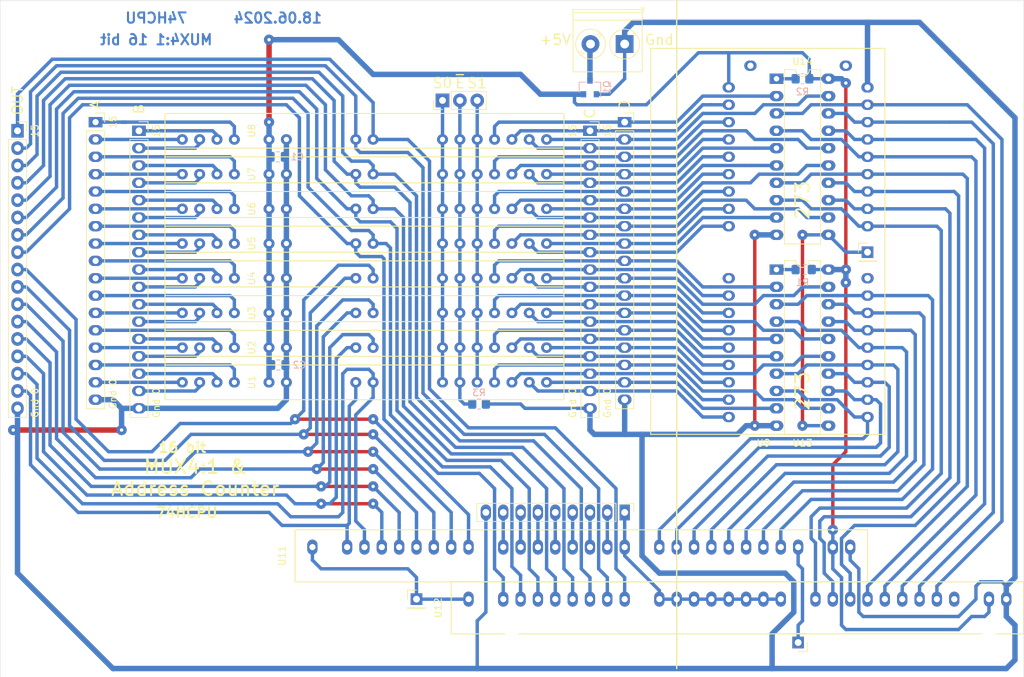
<source format=kicad_pcb>
(kicad_pcb (version 20171130) (host pcbnew "(5.1.8)-1")

  (general
    (thickness 1.6)
    (drawings 38)
    (tracks 913)
    (zones 0)
    (modules 36)
    (nets 121)
  )

  (page A4 portrait)
  (layers
    (0 F.Cu signal)
    (31 B.Cu signal)
    (32 B.Adhes user)
    (33 F.Adhes user)
    (34 B.Paste user)
    (35 F.Paste user)
    (36 B.SilkS user)
    (37 F.SilkS user)
    (38 B.Mask user)
    (39 F.Mask user)
    (40 Dwgs.User user)
    (41 Cmts.User user)
    (42 Eco1.User user)
    (43 Eco2.User user)
    (44 Edge.Cuts user)
    (45 Margin user)
    (46 B.CrtYd user)
    (47 F.CrtYd user)
    (48 B.Fab user)
    (49 F.Fab user)
  )

  (setup
    (last_trace_width 0.5)
    (user_trace_width 0.5)
    (user_trace_width 0.6)
    (user_trace_width 0.8)
    (trace_clearance 0.2)
    (zone_clearance 0.508)
    (zone_45_only no)
    (trace_min 0.2)
    (via_size 0.8)
    (via_drill 0.4)
    (via_min_size 0.4)
    (via_min_drill 0.3)
    (user_via 1.5 0.5)
    (uvia_size 0.3)
    (uvia_drill 0.1)
    (uvias_allowed no)
    (uvia_min_size 0.2)
    (uvia_min_drill 0.1)
    (edge_width 0.05)
    (segment_width 0.2)
    (pcb_text_width 0.3)
    (pcb_text_size 1.5 1.5)
    (mod_edge_width 0.12)
    (mod_text_size 1 1)
    (mod_text_width 0.15)
    (pad_size 1.2 1.4)
    (pad_drill 0)
    (pad_to_mask_clearance 0)
    (aux_axis_origin 0 0)
    (visible_elements 7FFFFFFF)
    (pcbplotparams
      (layerselection 0x010f0_ffffffff)
      (usegerberextensions false)
      (usegerberattributes true)
      (usegerberadvancedattributes true)
      (creategerberjobfile false)
      (excludeedgelayer true)
      (linewidth 0.100000)
      (plotframeref false)
      (viasonmask false)
      (mode 1)
      (useauxorigin false)
      (hpglpennumber 1)
      (hpglpenspeed 20)
      (hpglpendiameter 15.000000)
      (psnegative false)
      (psa4output false)
      (plotreference true)
      (plotvalue true)
      (plotinvisibletext false)
      (padsonsilk false)
      (subtractmaskfromsilk false)
      (outputformat 1)
      (mirror false)
      (drillshape 0)
      (scaleselection 1)
      (outputdirectory "gerber"))
  )

  (net 0 "")
  (net 1 /A15)
  (net 2 /A14)
  (net 3 /A13)
  (net 4 /A12)
  (net 5 /A11)
  (net 6 /A10)
  (net 7 /A9)
  (net 8 /A8)
  (net 9 /A7)
  (net 10 /A6)
  (net 11 /A5)
  (net 12 /A4)
  (net 13 /A3)
  (net 14 /A2)
  (net 15 /A1)
  (net 16 /A0)
  (net 17 /B0)
  (net 18 /B1)
  (net 19 /B2)
  (net 20 /B3)
  (net 21 /B4)
  (net 22 /B5)
  (net 23 /B6)
  (net 24 /B7)
  (net 25 /B8)
  (net 26 /B9)
  (net 27 /B10)
  (net 28 /B11)
  (net 29 /B12)
  (net 30 /B13)
  (net 31 /B14)
  (net 32 /B15)
  (net 33 /C15)
  (net 34 /C14)
  (net 35 /C13)
  (net 36 /C12)
  (net 37 /C11)
  (net 38 /C10)
  (net 39 /C9)
  (net 40 /C8)
  (net 41 /C7)
  (net 42 /C6)
  (net 43 /C5)
  (net 44 /C4)
  (net 45 /C3)
  (net 46 /C2)
  (net 47 /C1)
  (net 48 /C0)
  (net 49 /D0)
  (net 50 /D1)
  (net 51 /D2)
  (net 52 /D3)
  (net 53 /D4)
  (net 54 /D5)
  (net 55 /D6)
  (net 56 /D7)
  (net 57 /D8)
  (net 58 /D9)
  (net 59 /D10)
  (net 60 /D11)
  (net 61 /D12)
  (net 62 /D13)
  (net 63 /D14)
  (net 64 /D15)
  (net 65 GND)
  (net 66 VCC)
  (net 67 /O1)
  (net 68 /O0)
  (net 69 /S0)
  (net 70 /~E)
  (net 71 /S1)
  (net 72 /O2)
  (net 73 /O3)
  (net 74 /O5)
  (net 75 /O4)
  (net 76 /O6)
  (net 77 /O7)
  (net 78 /O9)
  (net 79 /O8)
  (net 80 /O10)
  (net 81 /O11)
  (net 82 /O13)
  (net 83 /O12)
  (net 84 /O14)
  (net 85 /O15)
  (net 86 "Net-(R1-Pad1)")
  (net 87 "Net-(R2-Pad1)")
  (net 88 "Net-(J8-Pad2)")
  (net 89 "Net-(U12-Pad26)")
  (net 90 /+1\CNST)
  (net 91 /CNST0)
  (net 92 /CNST1)
  (net 93 /CNST2)
  (net 94 /CNST3)
  (net 95 /CNST4)
  (net 96 /CNST5)
  (net 97 /CNST6)
  (net 98 /CNST7)
  (net 99 "Net-(J6-Pad1)")
  (net 100 /N7)
  (net 101 /N6)
  (net 102 /N5)
  (net 103 /N4)
  (net 104 /N3)
  (net 105 /N2)
  (net 106 /N1)
  (net 107 /N0)
  (net 108 /N15)
  (net 109 /N14)
  (net 110 /N13)
  (net 111 /N12)
  (net 112 /N11)
  (net 113 /N10)
  (net 114 /N9)
  (net 115 /N8)
  (net 116 "Net-(U9-Pad38)")
  (net 117 "Net-(U9-Pad37)")
  (net 118 "Net-(U9-Pad28)")
  (net 119 "Net-(U9-Pad9)")
  (net 120 /STEP)

  (net_class Default "This is the default net class."
    (clearance 0.2)
    (trace_width 0.25)
    (via_dia 0.8)
    (via_drill 0.4)
    (uvia_dia 0.3)
    (uvia_drill 0.1)
    (add_net /+1\CNST)
    (add_net /A0)
    (add_net /A1)
    (add_net /A10)
    (add_net /A11)
    (add_net /A12)
    (add_net /A13)
    (add_net /A14)
    (add_net /A15)
    (add_net /A2)
    (add_net /A3)
    (add_net /A4)
    (add_net /A5)
    (add_net /A6)
    (add_net /A7)
    (add_net /A8)
    (add_net /A9)
    (add_net /B0)
    (add_net /B1)
    (add_net /B10)
    (add_net /B11)
    (add_net /B12)
    (add_net /B13)
    (add_net /B14)
    (add_net /B15)
    (add_net /B2)
    (add_net /B3)
    (add_net /B4)
    (add_net /B5)
    (add_net /B6)
    (add_net /B7)
    (add_net /B8)
    (add_net /B9)
    (add_net /C0)
    (add_net /C1)
    (add_net /C10)
    (add_net /C11)
    (add_net /C12)
    (add_net /C13)
    (add_net /C14)
    (add_net /C15)
    (add_net /C2)
    (add_net /C3)
    (add_net /C4)
    (add_net /C5)
    (add_net /C6)
    (add_net /C7)
    (add_net /C8)
    (add_net /C9)
    (add_net /CNST0)
    (add_net /CNST1)
    (add_net /CNST2)
    (add_net /CNST3)
    (add_net /CNST4)
    (add_net /CNST5)
    (add_net /CNST6)
    (add_net /CNST7)
    (add_net /D0)
    (add_net /D1)
    (add_net /D10)
    (add_net /D11)
    (add_net /D12)
    (add_net /D13)
    (add_net /D14)
    (add_net /D15)
    (add_net /D2)
    (add_net /D3)
    (add_net /D4)
    (add_net /D5)
    (add_net /D6)
    (add_net /D7)
    (add_net /D8)
    (add_net /D9)
    (add_net /N0)
    (add_net /N1)
    (add_net /N10)
    (add_net /N11)
    (add_net /N12)
    (add_net /N13)
    (add_net /N14)
    (add_net /N15)
    (add_net /N2)
    (add_net /N3)
    (add_net /N4)
    (add_net /N5)
    (add_net /N6)
    (add_net /N7)
    (add_net /N8)
    (add_net /N9)
    (add_net /O0)
    (add_net /O1)
    (add_net /O10)
    (add_net /O11)
    (add_net /O12)
    (add_net /O13)
    (add_net /O14)
    (add_net /O15)
    (add_net /O2)
    (add_net /O3)
    (add_net /O4)
    (add_net /O5)
    (add_net /O6)
    (add_net /O7)
    (add_net /O8)
    (add_net /O9)
    (add_net /S0)
    (add_net /S1)
    (add_net /STEP)
    (add_net /~E)
    (add_net GND)
    (add_net "Net-(J6-Pad1)")
    (add_net "Net-(J8-Pad2)")
    (add_net "Net-(R1-Pad1)")
    (add_net "Net-(R2-Pad1)")
    (add_net "Net-(U12-Pad26)")
    (add_net "Net-(U9-Pad28)")
    (add_net "Net-(U9-Pad37)")
    (add_net "Net-(U9-Pad38)")
    (add_net "Net-(U9-Pad9)")
    (add_net VCC)
  )

  (module Connector_PinHeader_2.54mm:PinHeader_1x01_P2.54mm_Vertical (layer F.Cu) (tedit 59FED5CC) (tstamp 66721C87)
    (at 139.7 49.53)
    (descr "Through hole straight pin header, 1x01, 2.54mm pitch, single row")
    (tags "Through hole pin header THT 1x01 2.54mm single row")
    (path /66795F85)
    (fp_text reference J11 (at 0 -2.33) (layer F.SilkS) hide
      (effects (font (size 1 1) (thickness 0.15)))
    )
    (fp_text value Conn_01x01_Male (at 0 2.33) (layer F.Fab)
      (effects (font (size 1 1) (thickness 0.15)))
    )
    (fp_text user %R (at 0 0 90) (layer F.Fab)
      (effects (font (size 1 1) (thickness 0.15)))
    )
    (fp_line (start -0.635 -1.27) (end 1.27 -1.27) (layer F.Fab) (width 0.1))
    (fp_line (start 1.27 -1.27) (end 1.27 1.27) (layer F.Fab) (width 0.1))
    (fp_line (start 1.27 1.27) (end -1.27 1.27) (layer F.Fab) (width 0.1))
    (fp_line (start -1.27 1.27) (end -1.27 -0.635) (layer F.Fab) (width 0.1))
    (fp_line (start -1.27 -0.635) (end -0.635 -1.27) (layer F.Fab) (width 0.1))
    (fp_line (start -1.33 1.33) (end 1.33 1.33) (layer F.SilkS) (width 0.12))
    (fp_line (start -1.33 1.27) (end -1.33 1.33) (layer F.SilkS) (width 0.12))
    (fp_line (start 1.33 1.27) (end 1.33 1.33) (layer F.SilkS) (width 0.12))
    (fp_line (start -1.33 1.27) (end 1.33 1.27) (layer F.SilkS) (width 0.12))
    (fp_line (start -1.33 0) (end -1.33 -1.33) (layer F.SilkS) (width 0.12))
    (fp_line (start -1.33 -1.33) (end 0 -1.33) (layer F.SilkS) (width 0.12))
    (fp_line (start -1.8 -1.8) (end -1.8 1.8) (layer F.CrtYd) (width 0.05))
    (fp_line (start -1.8 1.8) (end 1.8 1.8) (layer F.CrtYd) (width 0.05))
    (fp_line (start 1.8 1.8) (end 1.8 -1.8) (layer F.CrtYd) (width 0.05))
    (fp_line (start 1.8 -1.8) (end -1.8 -1.8) (layer F.CrtYd) (width 0.05))
    (pad 1 thru_hole rect (at 0 0) (size 1.7 1.7) (drill 1) (layers *.Cu *.Mask)
      (net 120 /STEP))
    (model ${KISYS3DMOD}/Connector_PinHeader_2.54mm.3dshapes/PinHeader_1x01_P2.54mm_Vertical.wrl
      (at (xyz 0 0 0))
      (scale (xyz 1 1 1))
      (rotate (xyz 0 0 0))
    )
  )

  (module Connector_PinHeader_2.54mm:PinHeader_1x01_P2.54mm_Vertical (layer F.Cu) (tedit 59FED5CC) (tstamp 66722058)
    (at 73.66 100.33)
    (descr "Through hole straight pin header, 1x01, 2.54mm pitch, single row")
    (tags "Through hole pin header THT 1x01 2.54mm single row")
    (path /66794AD6)
    (fp_text reference J10 (at 0 -2.33) (layer F.SilkS) hide
      (effects (font (size 1 1) (thickness 0.15)))
    )
    (fp_text value Conn_01x01_Male (at 0 2.33) (layer F.Fab)
      (effects (font (size 1 1) (thickness 0.15)))
    )
    (fp_text user %R (at 0 0 90) (layer F.Fab)
      (effects (font (size 1 1) (thickness 0.15)))
    )
    (fp_line (start -0.635 -1.27) (end 1.27 -1.27) (layer F.Fab) (width 0.1))
    (fp_line (start 1.27 -1.27) (end 1.27 1.27) (layer F.Fab) (width 0.1))
    (fp_line (start 1.27 1.27) (end -1.27 1.27) (layer F.Fab) (width 0.1))
    (fp_line (start -1.27 1.27) (end -1.27 -0.635) (layer F.Fab) (width 0.1))
    (fp_line (start -1.27 -0.635) (end -0.635 -1.27) (layer F.Fab) (width 0.1))
    (fp_line (start -1.33 1.33) (end 1.33 1.33) (layer F.SilkS) (width 0.12))
    (fp_line (start -1.33 1.27) (end -1.33 1.33) (layer F.SilkS) (width 0.12))
    (fp_line (start 1.33 1.27) (end 1.33 1.33) (layer F.SilkS) (width 0.12))
    (fp_line (start -1.33 1.27) (end 1.33 1.27) (layer F.SilkS) (width 0.12))
    (fp_line (start -1.33 0) (end -1.33 -1.33) (layer F.SilkS) (width 0.12))
    (fp_line (start -1.33 -1.33) (end 0 -1.33) (layer F.SilkS) (width 0.12))
    (fp_line (start -1.8 -1.8) (end -1.8 1.8) (layer F.CrtYd) (width 0.05))
    (fp_line (start -1.8 1.8) (end 1.8 1.8) (layer F.CrtYd) (width 0.05))
    (fp_line (start 1.8 1.8) (end 1.8 -1.8) (layer F.CrtYd) (width 0.05))
    (fp_line (start 1.8 -1.8) (end -1.8 -1.8) (layer F.CrtYd) (width 0.05))
    (pad 1 thru_hole rect (at 0 0) (size 1.7 1.7) (drill 1) (layers *.Cu *.Mask)
      (net 90 /+1\CNST))
    (model ${KISYS3DMOD}/Connector_PinHeader_2.54mm.3dshapes/PinHeader_1x01_P2.54mm_Vertical.wrl
      (at (xyz 0 0 0))
      (scale (xyz 1 1 1))
      (rotate (xyz 0 0 0))
    )
  )

  (module CommonLibrary:STACK16 (layer F.Cu) (tedit 6671C0B1) (tstamp 66724A70)
    (at 139.7 73.66 180)
    (path /66718735)
    (fp_text reference U9 (at 15.24 -3.81) (layer F.SilkS)
      (effects (font (size 1 1) (thickness 0.15)))
    )
    (fp_text value STACK16 (at 10.795 50.8) (layer F.Fab)
      (effects (font (size 1 1) (thickness 0.15)))
    )
    (fp_line (start -2.54 -2.54) (end 31.75 -2.54) (layer F.SilkS) (width 0.15))
    (fp_line (start 31.75 -2.54) (end 31.75 53.975) (layer F.SilkS) (width 0.15))
    (fp_line (start 31.75 53.975) (end -2.54 53.975) (layer F.SilkS) (width 0.15))
    (fp_line (start -2.54 53.975) (end -2.54 -2.54) (layer F.SilkS) (width 0.15))
    (pad 38 thru_hole oval (at 17.145 51.435 180) (size 1.8 1.5) (drill 0.9) (layers *.Cu *.Mask)
      (net 116 "Net-(U9-Pad38)"))
    (pad 37 thru_hole oval (at 3.175 51.435 180) (size 1.8 1.5) (drill 0.9) (layers *.Cu *.Mask)
      (net 117 "Net-(U9-Pad37)"))
    (pad 36 thru_hole oval (at 20.32 0 180) (size 1.8 1.5) (drill 0.9) (layers *.Cu *.Mask)
      (net 48 /C0))
    (pad 35 thru_hole oval (at 20.32 2.54 180) (size 1.8 1.5) (drill 0.9) (layers *.Cu *.Mask)
      (net 47 /C1))
    (pad 34 thru_hole oval (at 20.32 5.08 180) (size 1.8 1.5) (drill 0.9) (layers *.Cu *.Mask)
      (net 46 /C2))
    (pad 33 thru_hole oval (at 20.32 7.62 180) (size 1.8 1.5) (drill 0.9) (layers *.Cu *.Mask)
      (net 45 /C3))
    (pad 32 thru_hole oval (at 20.32 10.16 180) (size 1.8 1.5) (drill 0.9) (layers *.Cu *.Mask)
      (net 44 /C4))
    (pad 31 thru_hole oval (at 20.32 12.7 180) (size 1.8 1.5) (drill 0.9) (layers *.Cu *.Mask)
      (net 43 /C5))
    (pad 30 thru_hole oval (at 20.32 15.24 180) (size 1.8 1.5) (drill 0.9) (layers *.Cu *.Mask)
      (net 42 /C6))
    (pad 29 thru_hole oval (at 20.32 17.78 180) (size 1.8 1.5) (drill 0.9) (layers *.Cu *.Mask)
      (net 41 /C7))
    (pad 28 thru_hole oval (at 20.32 20.32 180) (size 1.8 1.5) (drill 0.9) (layers *.Cu *.Mask)
      (net 118 "Net-(U9-Pad28)"))
    (pad 27 thru_hole oval (at 20.32 27.94 180) (size 1.8 1.5) (drill 0.9) (layers *.Cu *.Mask)
      (net 40 /C8))
    (pad 26 thru_hole oval (at 20.32 30.48 180) (size 1.8 1.5) (drill 0.9) (layers *.Cu *.Mask)
      (net 39 /C9))
    (pad 25 thru_hole oval (at 20.32 33.02 180) (size 1.8 1.5) (drill 0.9) (layers *.Cu *.Mask)
      (net 38 /C10))
    (pad 24 thru_hole oval (at 20.32 35.56 180) (size 1.8 1.5) (drill 0.9) (layers *.Cu *.Mask)
      (net 37 /C11))
    (pad 23 thru_hole oval (at 20.32 38.1 180) (size 1.8 1.5) (drill 0.9) (layers *.Cu *.Mask)
      (net 36 /C12))
    (pad 22 thru_hole oval (at 20.32 40.64 180) (size 1.8 1.5) (drill 0.9) (layers *.Cu *.Mask)
      (net 35 /C13))
    (pad 21 thru_hole oval (at 20.32 43.18 180) (size 1.8 1.5) (drill 0.9) (layers *.Cu *.Mask)
      (net 34 /C14))
    (pad 20 thru_hole oval (at 20.32 45.72 180) (size 1.8 1.5) (drill 0.9) (layers *.Cu *.Mask)
      (net 33 /C15))
    (pad 19 thru_hole oval (at 20.32 48.26 180) (size 1.8 1.5) (drill 0.9) (layers *.Cu *.Mask)
      (net 66 VCC))
    (pad 18 thru_hole oval (at 0 48.26 180) (size 1.8 1.5) (drill 0.9) (layers *.Cu *.Mask)
      (net 65 GND))
    (pad 17 thru_hole oval (at 0 45.72 180) (size 1.8 1.5) (drill 0.9) (layers *.Cu *.Mask)
      (net 108 /N15))
    (pad 16 thru_hole oval (at 0 43.18 180) (size 1.8 1.5) (drill 0.9) (layers *.Cu *.Mask)
      (net 109 /N14))
    (pad 15 thru_hole oval (at 0 40.64 180) (size 1.8 1.5) (drill 0.9) (layers *.Cu *.Mask)
      (net 110 /N13))
    (pad 14 thru_hole oval (at 0 38.1 180) (size 1.8 1.5) (drill 0.9) (layers *.Cu *.Mask)
      (net 111 /N12))
    (pad 13 thru_hole oval (at 0 35.56 180) (size 1.8 1.5) (drill 0.9) (layers *.Cu *.Mask)
      (net 112 /N11))
    (pad 12 thru_hole oval (at 0 33.02 180) (size 1.8 1.5) (drill 0.9) (layers *.Cu *.Mask)
      (net 113 /N10))
    (pad 11 thru_hole oval (at 0 30.48 180) (size 1.8 1.5) (drill 0.9) (layers *.Cu *.Mask)
      (net 114 /N9))
    (pad 10 thru_hole oval (at 0 27.94 180) (size 1.8 1.5) (drill 0.9) (layers *.Cu *.Mask)
      (net 115 /N8))
    (pad 9 thru_hole oval (at 0 20.32 180) (size 1.8 1.5) (drill 0.9) (layers *.Cu *.Mask)
      (net 119 "Net-(U9-Pad9)"))
    (pad 8 thru_hole oval (at 0 17.78 180) (size 1.8 1.5) (drill 0.9) (layers *.Cu *.Mask)
      (net 100 /N7))
    (pad 7 thru_hole oval (at 0 15.24 180) (size 1.8 1.5) (drill 0.9) (layers *.Cu *.Mask)
      (net 101 /N6))
    (pad 6 thru_hole oval (at 0 12.7 180) (size 1.8 1.5) (drill 0.9) (layers *.Cu *.Mask)
      (net 102 /N5))
    (pad 5 thru_hole oval (at 0 10.16 180) (size 1.8 1.5) (drill 0.9) (layers *.Cu *.Mask)
      (net 103 /N4))
    (pad 4 thru_hole oval (at 0 7.62 180) (size 1.8 1.5) (drill 0.9) (layers *.Cu *.Mask)
      (net 104 /N3))
    (pad 3 thru_hole oval (at 0 5.08 180) (size 1.8 1.5) (drill 0.9) (layers *.Cu *.Mask)
      (net 105 /N2))
    (pad 2 thru_hole oval (at 0 2.54 180) (size 1.8 1.5) (drill 0.9) (layers *.Cu *.Mask)
      (net 106 /N1))
    (pad 1 thru_hole oval (at 0 0 180) (size 1.8 1.5) (drill 0.9) (layers *.Cu *.Mask)
      (net 107 /N0))
  )

  (module CommonLibrary:MUX1 (layer F.Cu) (tedit 666EF4E3) (tstamp 666F0F90)
    (at 39.37 33.02 90)
    (path /64849271)
    (fp_text reference U8 (at 1.27 10.16 90) (layer F.SilkS)
      (effects (font (size 1 1) (thickness 0.15)))
    )
    (fp_text value MUX4 (at 2.54 -1.27 90) (layer F.Fab)
      (effects (font (size 1 1) (thickness 0.15)))
    )
    (fp_line (start -2.54 -2.54) (end 3.81 -2.54) (layer F.SilkS) (width 0.15))
    (fp_line (start 3.81 -2.54) (end 3.81 55.88) (layer F.SilkS) (width 0.15))
    (fp_line (start 3.81 55.88) (end -2.54 55.88) (layer F.SilkS) (width 0.15))
    (fp_line (start -2.54 55.88) (end -2.54 -2.54) (layer F.SilkS) (width 0.15))
    (pad 15 thru_hole oval (at 0 53.34 90) (size 1.524 1.6) (drill 0.762) (layers *.Cu *.Mask)
      (net 63 /D14))
    (pad 14 thru_hole oval (at 0 50.8 90) (size 1.524 1.6) (drill 0.762) (layers *.Cu *.Mask)
      (net 34 /C14))
    (pad 13 thru_hole oval (at 0 48.26 90) (size 1.524 1.6) (drill 0.762) (layers *.Cu *.Mask)
      (net 33 /C15))
    (pad 12 thru_hole oval (at 0 45.72 90) (size 1.524 1.6) (drill 0.762) (layers *.Cu *.Mask)
      (net 64 /D15))
    (pad 11 thru_hole oval (at 0 43.18 90) (size 1.524 1.6) (drill 0.762) (layers *.Cu *.Mask)
      (net 71 /S1))
    (pad 10 thru_hole oval (at 0 40.64 90) (size 1.524 1.6) (drill 0.762) (layers *.Cu *.Mask)
      (net 70 /~E))
    (pad 9 thru_hole oval (at 0 38.1 90) (size 1.524 1.6) (drill 0.762) (layers *.Cu *.Mask)
      (net 69 /S0))
    (pad 8 thru_hole oval (at 0 27.94 90) (size 1.524 1.6) (drill 0.762) (layers *.Cu *.Mask)
      (net 85 /O15))
    (pad 7 thru_hole oval (at 0 25.4 90) (size 1.524 1.6) (drill 0.762) (layers *.Cu *.Mask)
      (net 84 /O14))
    (pad 6 thru_hole oval (at 0 15.24 90) (size 1.524 1.6) (drill 0.762) (layers *.Cu *.Mask)
      (net 65 GND))
    (pad 5 thru_hole oval (at 0 12.7 90) (size 1.524 1.6) (drill 0.762) (layers *.Cu *.Mask)
      (net 66 VCC))
    (pad 4 thru_hole oval (at 0 7.62 90) (size 1.524 1.6) (drill 0.762) (layers *.Cu *.Mask)
      (net 1 /A15))
    (pad 3 thru_hole oval (at 0 5.08 90) (size 1.524 1.6) (drill 0.762) (layers *.Cu *.Mask)
      (net 32 /B15))
    (pad 2 thru_hole oval (at 0 2.54 90) (size 1.524 1.6) (drill 0.762) (layers *.Cu *.Mask)
      (net 31 /B14))
    (pad 1 thru_hole oval (at 0 0 90) (size 1.524 1.6) (drill 0.762) (layers *.Cu *.Mask)
      (net 2 /A14))
  )

  (module CommonLibrary:MUX1 (layer F.Cu) (tedit 666EF4E3) (tstamp 666F0F79)
    (at 39.37 38.1 90)
    (path /64848A28)
    (fp_text reference U7 (at 0 10.16 90) (layer F.SilkS)
      (effects (font (size 1 1) (thickness 0.15)))
    )
    (fp_text value MUX4 (at 2.54 -1.27 90) (layer F.Fab)
      (effects (font (size 1 1) (thickness 0.15)))
    )
    (fp_line (start -2.54 -2.54) (end 3.81 -2.54) (layer F.SilkS) (width 0.15))
    (fp_line (start 3.81 -2.54) (end 3.81 55.88) (layer F.SilkS) (width 0.15))
    (fp_line (start 3.81 55.88) (end -2.54 55.88) (layer F.SilkS) (width 0.15))
    (fp_line (start -2.54 55.88) (end -2.54 -2.54) (layer F.SilkS) (width 0.15))
    (pad 15 thru_hole oval (at 0 53.34 90) (size 1.524 1.6) (drill 0.762) (layers *.Cu *.Mask)
      (net 61 /D12))
    (pad 14 thru_hole oval (at 0 50.8 90) (size 1.524 1.6) (drill 0.762) (layers *.Cu *.Mask)
      (net 36 /C12))
    (pad 13 thru_hole oval (at 0 48.26 90) (size 1.524 1.6) (drill 0.762) (layers *.Cu *.Mask)
      (net 35 /C13))
    (pad 12 thru_hole oval (at 0 45.72 90) (size 1.524 1.6) (drill 0.762) (layers *.Cu *.Mask)
      (net 62 /D13))
    (pad 11 thru_hole oval (at 0 43.18 90) (size 1.524 1.6) (drill 0.762) (layers *.Cu *.Mask)
      (net 71 /S1))
    (pad 10 thru_hole oval (at 0 40.64 90) (size 1.524 1.6) (drill 0.762) (layers *.Cu *.Mask)
      (net 70 /~E))
    (pad 9 thru_hole oval (at 0 38.1 90) (size 1.524 1.6) (drill 0.762) (layers *.Cu *.Mask)
      (net 69 /S0))
    (pad 8 thru_hole oval (at 0 27.94 90) (size 1.524 1.6) (drill 0.762) (layers *.Cu *.Mask)
      (net 82 /O13))
    (pad 7 thru_hole oval (at 0 25.4 90) (size 1.524 1.6) (drill 0.762) (layers *.Cu *.Mask)
      (net 83 /O12))
    (pad 6 thru_hole oval (at 0 15.24 90) (size 1.524 1.6) (drill 0.762) (layers *.Cu *.Mask)
      (net 65 GND))
    (pad 5 thru_hole oval (at 0 12.7 90) (size 1.524 1.6) (drill 0.762) (layers *.Cu *.Mask)
      (net 66 VCC))
    (pad 4 thru_hole oval (at 0 7.62 90) (size 1.524 1.6) (drill 0.762) (layers *.Cu *.Mask)
      (net 3 /A13))
    (pad 3 thru_hole oval (at 0 5.08 90) (size 1.524 1.6) (drill 0.762) (layers *.Cu *.Mask)
      (net 30 /B13))
    (pad 2 thru_hole oval (at 0 2.54 90) (size 1.524 1.6) (drill 0.762) (layers *.Cu *.Mask)
      (net 29 /B12))
    (pad 1 thru_hole oval (at 0 0 90) (size 1.524 1.6) (drill 0.762) (layers *.Cu *.Mask)
      (net 4 /A12))
  )

  (module CommonLibrary:MUX1 (layer F.Cu) (tedit 666EF4E3) (tstamp 666F0F62)
    (at 39.37 43.18 90)
    (path /64848256)
    (fp_text reference U6 (at 0 10.16 90) (layer F.SilkS)
      (effects (font (size 1 1) (thickness 0.15)))
    )
    (fp_text value MUX4 (at 2.54 -1.27 90) (layer F.Fab)
      (effects (font (size 1 1) (thickness 0.15)))
    )
    (fp_line (start -2.54 -2.54) (end 3.81 -2.54) (layer F.SilkS) (width 0.15))
    (fp_line (start 3.81 -2.54) (end 3.81 55.88) (layer F.SilkS) (width 0.15))
    (fp_line (start 3.81 55.88) (end -2.54 55.88) (layer F.SilkS) (width 0.15))
    (fp_line (start -2.54 55.88) (end -2.54 -2.54) (layer F.SilkS) (width 0.15))
    (pad 15 thru_hole oval (at 0 53.34 90) (size 1.524 1.6) (drill 0.762) (layers *.Cu *.Mask)
      (net 59 /D10))
    (pad 14 thru_hole oval (at 0 50.8 90) (size 1.524 1.6) (drill 0.762) (layers *.Cu *.Mask)
      (net 38 /C10))
    (pad 13 thru_hole oval (at 0 48.26 90) (size 1.524 1.6) (drill 0.762) (layers *.Cu *.Mask)
      (net 37 /C11))
    (pad 12 thru_hole oval (at 0 45.72 90) (size 1.524 1.6) (drill 0.762) (layers *.Cu *.Mask)
      (net 60 /D11))
    (pad 11 thru_hole oval (at 0 43.18 90) (size 1.524 1.6) (drill 0.762) (layers *.Cu *.Mask)
      (net 71 /S1))
    (pad 10 thru_hole oval (at 0 40.64 90) (size 1.524 1.6) (drill 0.762) (layers *.Cu *.Mask)
      (net 70 /~E))
    (pad 9 thru_hole oval (at 0 38.1 90) (size 1.524 1.6) (drill 0.762) (layers *.Cu *.Mask)
      (net 69 /S0))
    (pad 8 thru_hole oval (at 0 27.94 90) (size 1.524 1.6) (drill 0.762) (layers *.Cu *.Mask)
      (net 81 /O11))
    (pad 7 thru_hole oval (at 0 25.4 90) (size 1.524 1.6) (drill 0.762) (layers *.Cu *.Mask)
      (net 80 /O10))
    (pad 6 thru_hole oval (at 0 15.24 90) (size 1.524 1.6) (drill 0.762) (layers *.Cu *.Mask)
      (net 65 GND))
    (pad 5 thru_hole oval (at 0 12.7 90) (size 1.524 1.6) (drill 0.762) (layers *.Cu *.Mask)
      (net 66 VCC))
    (pad 4 thru_hole oval (at 0 7.62 90) (size 1.524 1.6) (drill 0.762) (layers *.Cu *.Mask)
      (net 5 /A11))
    (pad 3 thru_hole oval (at 0 5.08 90) (size 1.524 1.6) (drill 0.762) (layers *.Cu *.Mask)
      (net 28 /B11))
    (pad 2 thru_hole oval (at 0 2.54 90) (size 1.524 1.6) (drill 0.762) (layers *.Cu *.Mask)
      (net 27 /B10))
    (pad 1 thru_hole oval (at 0 0 90) (size 1.524 1.6) (drill 0.762) (layers *.Cu *.Mask)
      (net 6 /A10))
  )

  (module CommonLibrary:MUX1 (layer F.Cu) (tedit 666EF4E3) (tstamp 666F0F4B)
    (at 39.37 48.26 90)
    (path /6484760A)
    (fp_text reference U5 (at 0 10.16 90) (layer F.SilkS)
      (effects (font (size 1 1) (thickness 0.15)))
    )
    (fp_text value MUX4 (at 2.54 -1.27 90) (layer F.Fab)
      (effects (font (size 1 1) (thickness 0.15)))
    )
    (fp_line (start -2.54 -2.54) (end 3.81 -2.54) (layer F.SilkS) (width 0.15))
    (fp_line (start 3.81 -2.54) (end 3.81 55.88) (layer F.SilkS) (width 0.15))
    (fp_line (start 3.81 55.88) (end -2.54 55.88) (layer F.SilkS) (width 0.15))
    (fp_line (start -2.54 55.88) (end -2.54 -2.54) (layer F.SilkS) (width 0.15))
    (pad 15 thru_hole oval (at 0 53.34 90) (size 1.524 1.6) (drill 0.762) (layers *.Cu *.Mask)
      (net 57 /D8))
    (pad 14 thru_hole oval (at 0 50.8 90) (size 1.524 1.6) (drill 0.762) (layers *.Cu *.Mask)
      (net 40 /C8))
    (pad 13 thru_hole oval (at 0 48.26 90) (size 1.524 1.6) (drill 0.762) (layers *.Cu *.Mask)
      (net 39 /C9))
    (pad 12 thru_hole oval (at 0 45.72 90) (size 1.524 1.6) (drill 0.762) (layers *.Cu *.Mask)
      (net 58 /D9))
    (pad 11 thru_hole oval (at 0 43.18 90) (size 1.524 1.6) (drill 0.762) (layers *.Cu *.Mask)
      (net 71 /S1))
    (pad 10 thru_hole oval (at 0 40.64 90) (size 1.524 1.6) (drill 0.762) (layers *.Cu *.Mask)
      (net 70 /~E))
    (pad 9 thru_hole oval (at 0 38.1 90) (size 1.524 1.6) (drill 0.762) (layers *.Cu *.Mask)
      (net 69 /S0))
    (pad 8 thru_hole oval (at 0 27.94 90) (size 1.524 1.6) (drill 0.762) (layers *.Cu *.Mask)
      (net 78 /O9))
    (pad 7 thru_hole oval (at 0 25.4 90) (size 1.524 1.6) (drill 0.762) (layers *.Cu *.Mask)
      (net 79 /O8))
    (pad 6 thru_hole oval (at 0 15.24 90) (size 1.524 1.6) (drill 0.762) (layers *.Cu *.Mask)
      (net 65 GND))
    (pad 5 thru_hole oval (at 0 12.7 90) (size 1.524 1.6) (drill 0.762) (layers *.Cu *.Mask)
      (net 66 VCC))
    (pad 4 thru_hole oval (at 0 7.62 90) (size 1.524 1.6) (drill 0.762) (layers *.Cu *.Mask)
      (net 7 /A9))
    (pad 3 thru_hole oval (at 0 5.08 90) (size 1.524 1.6) (drill 0.762) (layers *.Cu *.Mask)
      (net 26 /B9))
    (pad 2 thru_hole oval (at 0 2.54 90) (size 1.524 1.6) (drill 0.762) (layers *.Cu *.Mask)
      (net 25 /B8))
    (pad 1 thru_hole oval (at 0 0 90) (size 1.524 1.6) (drill 0.762) (layers *.Cu *.Mask)
      (net 8 /A8))
  )

  (module CommonLibrary:MUX1 (layer F.Cu) (tedit 666EF4E3) (tstamp 666F0F34)
    (at 39.37 53.34 90)
    (path /648466B7)
    (fp_text reference U4 (at 0 10.16 90) (layer F.SilkS)
      (effects (font (size 1 1) (thickness 0.15)))
    )
    (fp_text value MUX4 (at 2.54 -1.27 90) (layer F.Fab)
      (effects (font (size 1 1) (thickness 0.15)))
    )
    (fp_line (start -2.54 -2.54) (end 3.81 -2.54) (layer F.SilkS) (width 0.15))
    (fp_line (start 3.81 -2.54) (end 3.81 55.88) (layer F.SilkS) (width 0.15))
    (fp_line (start 3.81 55.88) (end -2.54 55.88) (layer F.SilkS) (width 0.15))
    (fp_line (start -2.54 55.88) (end -2.54 -2.54) (layer F.SilkS) (width 0.15))
    (pad 15 thru_hole oval (at 0 53.34 90) (size 1.524 1.6) (drill 0.762) (layers *.Cu *.Mask)
      (net 55 /D6))
    (pad 14 thru_hole oval (at 0 50.8 90) (size 1.524 1.6) (drill 0.762) (layers *.Cu *.Mask)
      (net 42 /C6))
    (pad 13 thru_hole oval (at 0 48.26 90) (size 1.524 1.6) (drill 0.762) (layers *.Cu *.Mask)
      (net 41 /C7))
    (pad 12 thru_hole oval (at 0 45.72 90) (size 1.524 1.6) (drill 0.762) (layers *.Cu *.Mask)
      (net 56 /D7))
    (pad 11 thru_hole oval (at 0 43.18 90) (size 1.524 1.6) (drill 0.762) (layers *.Cu *.Mask)
      (net 71 /S1))
    (pad 10 thru_hole oval (at 0 40.64 90) (size 1.524 1.6) (drill 0.762) (layers *.Cu *.Mask)
      (net 70 /~E))
    (pad 9 thru_hole oval (at 0 38.1 90) (size 1.524 1.6) (drill 0.762) (layers *.Cu *.Mask)
      (net 69 /S0))
    (pad 8 thru_hole oval (at 0 27.94 90) (size 1.524 1.6) (drill 0.762) (layers *.Cu *.Mask)
      (net 77 /O7))
    (pad 7 thru_hole oval (at 0 25.4 90) (size 1.524 1.6) (drill 0.762) (layers *.Cu *.Mask)
      (net 76 /O6))
    (pad 6 thru_hole oval (at 0 15.24 90) (size 1.524 1.6) (drill 0.762) (layers *.Cu *.Mask)
      (net 65 GND))
    (pad 5 thru_hole oval (at 0 12.7 90) (size 1.524 1.6) (drill 0.762) (layers *.Cu *.Mask)
      (net 66 VCC))
    (pad 4 thru_hole oval (at 0 7.62 90) (size 1.524 1.6) (drill 0.762) (layers *.Cu *.Mask)
      (net 9 /A7))
    (pad 3 thru_hole oval (at 0 5.08 90) (size 1.524 1.6) (drill 0.762) (layers *.Cu *.Mask)
      (net 24 /B7))
    (pad 2 thru_hole oval (at 0 2.54 90) (size 1.524 1.6) (drill 0.762) (layers *.Cu *.Mask)
      (net 23 /B6))
    (pad 1 thru_hole oval (at 0 0 90) (size 1.524 1.6) (drill 0.762) (layers *.Cu *.Mask)
      (net 10 /A6))
  )

  (module CommonLibrary:MUX1 (layer F.Cu) (tedit 666EF4E3) (tstamp 666F0F1D)
    (at 39.37 58.42 90)
    (path /64845A79)
    (fp_text reference U3 (at 0 10.16 90) (layer F.SilkS)
      (effects (font (size 1 1) (thickness 0.15)))
    )
    (fp_text value MUX4 (at 2.54 -1.27 90) (layer F.Fab)
      (effects (font (size 1 1) (thickness 0.15)))
    )
    (fp_line (start -2.54 -2.54) (end 3.81 -2.54) (layer F.SilkS) (width 0.15))
    (fp_line (start 3.81 -2.54) (end 3.81 55.88) (layer F.SilkS) (width 0.15))
    (fp_line (start 3.81 55.88) (end -2.54 55.88) (layer F.SilkS) (width 0.15))
    (fp_line (start -2.54 55.88) (end -2.54 -2.54) (layer F.SilkS) (width 0.15))
    (pad 15 thru_hole oval (at 0 53.34 90) (size 1.524 1.6) (drill 0.762) (layers *.Cu *.Mask)
      (net 53 /D4))
    (pad 14 thru_hole oval (at 0 50.8 90) (size 1.524 1.6) (drill 0.762) (layers *.Cu *.Mask)
      (net 44 /C4))
    (pad 13 thru_hole oval (at 0 48.26 90) (size 1.524 1.6) (drill 0.762) (layers *.Cu *.Mask)
      (net 43 /C5))
    (pad 12 thru_hole oval (at 0 45.72 90) (size 1.524 1.6) (drill 0.762) (layers *.Cu *.Mask)
      (net 54 /D5))
    (pad 11 thru_hole oval (at 0 43.18 90) (size 1.524 1.6) (drill 0.762) (layers *.Cu *.Mask)
      (net 71 /S1))
    (pad 10 thru_hole oval (at 0 40.64 90) (size 1.524 1.6) (drill 0.762) (layers *.Cu *.Mask)
      (net 70 /~E))
    (pad 9 thru_hole oval (at 0 38.1 90) (size 1.524 1.6) (drill 0.762) (layers *.Cu *.Mask)
      (net 69 /S0))
    (pad 8 thru_hole oval (at 0 27.94 90) (size 1.524 1.6) (drill 0.762) (layers *.Cu *.Mask)
      (net 74 /O5))
    (pad 7 thru_hole oval (at 0 25.4 90) (size 1.524 1.6) (drill 0.762) (layers *.Cu *.Mask)
      (net 75 /O4))
    (pad 6 thru_hole oval (at 0 15.24 90) (size 1.524 1.6) (drill 0.762) (layers *.Cu *.Mask)
      (net 65 GND))
    (pad 5 thru_hole oval (at 0 12.7 90) (size 1.524 1.6) (drill 0.762) (layers *.Cu *.Mask)
      (net 66 VCC))
    (pad 4 thru_hole oval (at 0 7.62 90) (size 1.524 1.6) (drill 0.762) (layers *.Cu *.Mask)
      (net 11 /A5))
    (pad 3 thru_hole oval (at 0 5.08 90) (size 1.524 1.6) (drill 0.762) (layers *.Cu *.Mask)
      (net 22 /B5))
    (pad 2 thru_hole oval (at 0 2.54 90) (size 1.524 1.6) (drill 0.762) (layers *.Cu *.Mask)
      (net 21 /B4))
    (pad 1 thru_hole oval (at 0 0 90) (size 1.524 1.6) (drill 0.762) (layers *.Cu *.Mask)
      (net 12 /A4))
  )

  (module CommonLibrary:MUX1 (layer F.Cu) (tedit 666EF4E3) (tstamp 666F0F06)
    (at 39.37 63.5 90)
    (path /64842D41)
    (fp_text reference U2 (at 0 10.16 90) (layer F.SilkS)
      (effects (font (size 1 1) (thickness 0.15)))
    )
    (fp_text value MUX4 (at 2.54 -1.27 90) (layer F.Fab)
      (effects (font (size 1 1) (thickness 0.15)))
    )
    (fp_line (start -2.54 -2.54) (end 3.81 -2.54) (layer F.SilkS) (width 0.15))
    (fp_line (start 3.81 -2.54) (end 3.81 55.88) (layer F.SilkS) (width 0.15))
    (fp_line (start 3.81 55.88) (end -2.54 55.88) (layer F.SilkS) (width 0.15))
    (fp_line (start -2.54 55.88) (end -2.54 -2.54) (layer F.SilkS) (width 0.15))
    (pad 15 thru_hole oval (at 0 53.34 90) (size 1.524 1.6) (drill 0.762) (layers *.Cu *.Mask)
      (net 51 /D2))
    (pad 14 thru_hole oval (at 0 50.8 90) (size 1.524 1.6) (drill 0.762) (layers *.Cu *.Mask)
      (net 46 /C2))
    (pad 13 thru_hole oval (at 0 48.26 90) (size 1.524 1.6) (drill 0.762) (layers *.Cu *.Mask)
      (net 45 /C3))
    (pad 12 thru_hole oval (at 0 45.72 90) (size 1.524 1.6) (drill 0.762) (layers *.Cu *.Mask)
      (net 52 /D3))
    (pad 11 thru_hole oval (at 0 43.18 90) (size 1.524 1.6) (drill 0.762) (layers *.Cu *.Mask)
      (net 71 /S1))
    (pad 10 thru_hole oval (at 0 40.64 90) (size 1.524 1.6) (drill 0.762) (layers *.Cu *.Mask)
      (net 70 /~E))
    (pad 9 thru_hole oval (at 0 38.1 90) (size 1.524 1.6) (drill 0.762) (layers *.Cu *.Mask)
      (net 69 /S0))
    (pad 8 thru_hole oval (at 0 27.94 90) (size 1.524 1.6) (drill 0.762) (layers *.Cu *.Mask)
      (net 73 /O3))
    (pad 7 thru_hole oval (at 0 25.4 90) (size 1.524 1.6) (drill 0.762) (layers *.Cu *.Mask)
      (net 72 /O2))
    (pad 6 thru_hole oval (at 0 15.24 90) (size 1.524 1.6) (drill 0.762) (layers *.Cu *.Mask)
      (net 65 GND))
    (pad 5 thru_hole oval (at 0 12.7 90) (size 1.524 1.6) (drill 0.762) (layers *.Cu *.Mask)
      (net 66 VCC))
    (pad 4 thru_hole oval (at 0 7.62 90) (size 1.524 1.6) (drill 0.762) (layers *.Cu *.Mask)
      (net 13 /A3))
    (pad 3 thru_hole oval (at 0 5.08 90) (size 1.524 1.6) (drill 0.762) (layers *.Cu *.Mask)
      (net 20 /B3))
    (pad 2 thru_hole oval (at 0 2.54 90) (size 1.524 1.6) (drill 0.762) (layers *.Cu *.Mask)
      (net 19 /B2))
    (pad 1 thru_hole oval (at 0 0 90) (size 1.524 1.6) (drill 0.762) (layers *.Cu *.Mask)
      (net 14 /A2))
  )

  (module CommonLibrary:MUX1 (layer F.Cu) (tedit 666EF4E3) (tstamp 666F0EEF)
    (at 39.37 68.58 90)
    (path /64841E4F)
    (fp_text reference U1 (at 0 10.16 90) (layer F.SilkS)
      (effects (font (size 1 1) (thickness 0.15)))
    )
    (fp_text value MUX4 (at 2.54 -1.27 90) (layer F.Fab)
      (effects (font (size 1 1) (thickness 0.15)))
    )
    (fp_line (start -2.54 -2.54) (end 3.81 -2.54) (layer F.SilkS) (width 0.15))
    (fp_line (start 3.81 -2.54) (end 3.81 55.88) (layer F.SilkS) (width 0.15))
    (fp_line (start 3.81 55.88) (end -2.54 55.88) (layer F.SilkS) (width 0.15))
    (fp_line (start -2.54 55.88) (end -2.54 -2.54) (layer F.SilkS) (width 0.15))
    (pad 15 thru_hole oval (at 0 53.34 90) (size 1.524 1.6) (drill 0.762) (layers *.Cu *.Mask)
      (net 49 /D0))
    (pad 14 thru_hole oval (at 0 50.8 90) (size 1.524 1.6) (drill 0.762) (layers *.Cu *.Mask)
      (net 48 /C0))
    (pad 13 thru_hole oval (at 0 48.26 90) (size 1.524 1.6) (drill 0.762) (layers *.Cu *.Mask)
      (net 47 /C1))
    (pad 12 thru_hole oval (at 0 45.72 90) (size 1.524 1.6) (drill 0.762) (layers *.Cu *.Mask)
      (net 50 /D1))
    (pad 11 thru_hole oval (at 0 43.18 90) (size 1.524 1.6) (drill 0.762) (layers *.Cu *.Mask)
      (net 71 /S1))
    (pad 10 thru_hole oval (at 0 40.64 90) (size 1.524 1.6) (drill 0.762) (layers *.Cu *.Mask)
      (net 70 /~E))
    (pad 9 thru_hole oval (at 0 38.1 90) (size 1.524 1.6) (drill 0.762) (layers *.Cu *.Mask)
      (net 69 /S0))
    (pad 8 thru_hole oval (at 0 27.94 90) (size 1.524 1.6) (drill 0.762) (layers *.Cu *.Mask)
      (net 67 /O1))
    (pad 7 thru_hole oval (at 0 25.4 90) (size 1.524 1.6) (drill 0.762) (layers *.Cu *.Mask)
      (net 68 /O0))
    (pad 6 thru_hole oval (at 0 15.24 90) (size 1.524 1.6) (drill 0.762) (layers *.Cu *.Mask)
      (net 65 GND))
    (pad 5 thru_hole oval (at 0 12.7 90) (size 1.524 1.6) (drill 0.762) (layers *.Cu *.Mask)
      (net 66 VCC))
    (pad 4 thru_hole oval (at 0 7.62 90) (size 1.524 1.6) (drill 0.762) (layers *.Cu *.Mask)
      (net 15 /A1))
    (pad 3 thru_hole oval (at 0 5.08 90) (size 1.524 1.6) (drill 0.762) (layers *.Cu *.Mask)
      (net 18 /B1))
    (pad 2 thru_hole oval (at 0 2.54 90) (size 1.524 1.6) (drill 0.762) (layers *.Cu *.Mask)
      (net 17 /B0))
    (pad 1 thru_hole oval (at 0 0 90) (size 1.524 1.6) (drill 0.762) (layers *.Cu *.Mask)
      (net 16 /A0))
  )

  (module Connector_PinHeader_2.54mm:PinHeader_1x09_P2.54mm_Vertical (layer F.Cu) (tedit 59FED5CC) (tstamp 666E1C5A)
    (at 104.14 87.63 270)
    (descr "Through hole straight pin header, 1x09, 2.54mm pitch, single row")
    (tags "Through hole pin header THT 1x09 2.54mm single row")
    (path /667594D7)
    (fp_text reference J9 (at 0 -2.33 90) (layer F.SilkS) hide
      (effects (font (size 1 1) (thickness 0.15)))
    )
    (fp_text value Conn_01x09_Male (at 0 22.65 90) (layer F.Fab)
      (effects (font (size 1 1) (thickness 0.15)))
    )
    (fp_line (start 1.8 -1.8) (end -1.8 -1.8) (layer F.CrtYd) (width 0.05))
    (fp_line (start 1.8 22.1) (end 1.8 -1.8) (layer F.CrtYd) (width 0.05))
    (fp_line (start -1.8 22.1) (end 1.8 22.1) (layer F.CrtYd) (width 0.05))
    (fp_line (start -1.8 -1.8) (end -1.8 22.1) (layer F.CrtYd) (width 0.05))
    (fp_line (start -1.33 -1.33) (end 0 -1.33) (layer F.SilkS) (width 0.12))
    (fp_line (start -1.33 0) (end -1.33 -1.33) (layer F.SilkS) (width 0.12))
    (fp_line (start -1.33 1.27) (end 1.33 1.27) (layer F.SilkS) (width 0.12))
    (fp_line (start 1.33 1.27) (end 1.33 21.65) (layer F.SilkS) (width 0.12))
    (fp_line (start -1.33 1.27) (end -1.33 21.65) (layer F.SilkS) (width 0.12))
    (fp_line (start -1.33 21.65) (end 1.33 21.65) (layer F.SilkS) (width 0.12))
    (fp_line (start -1.27 -0.635) (end -0.635 -1.27) (layer F.Fab) (width 0.1))
    (fp_line (start -1.27 21.59) (end -1.27 -0.635) (layer F.Fab) (width 0.1))
    (fp_line (start 1.27 21.59) (end -1.27 21.59) (layer F.Fab) (width 0.1))
    (fp_line (start 1.27 -1.27) (end 1.27 21.59) (layer F.Fab) (width 0.1))
    (fp_line (start -0.635 -1.27) (end 1.27 -1.27) (layer F.Fab) (width 0.1))
    (fp_text user %R (at 0 10.16) (layer F.Fab)
      (effects (font (size 1 1) (thickness 0.15)))
    )
    (pad 9 thru_hole oval (at 0 20.32 270) (size 2.3 1.5) (drill 1) (layers *.Cu *.Mask)
      (net 65 GND))
    (pad 8 thru_hole oval (at 0 17.78 270) (size 2.3 1.5) (drill 1) (layers *.Cu *.Mask)
      (net 91 /CNST0))
    (pad 7 thru_hole oval (at 0 15.24 270) (size 2.3 1.5) (drill 1) (layers *.Cu *.Mask)
      (net 92 /CNST1))
    (pad 6 thru_hole oval (at 0 12.7 270) (size 2.3 1.5) (drill 1) (layers *.Cu *.Mask)
      (net 93 /CNST2))
    (pad 5 thru_hole oval (at 0 10.16 270) (size 2.3 1.5) (drill 1) (layers *.Cu *.Mask)
      (net 94 /CNST3))
    (pad 4 thru_hole oval (at 0 7.62 270) (size 2.3 1.5) (drill 1) (layers *.Cu *.Mask)
      (net 95 /CNST4))
    (pad 3 thru_hole oval (at 0 5.08 270) (size 2.3 1.5) (drill 1) (layers *.Cu *.Mask)
      (net 96 /CNST5))
    (pad 2 thru_hole oval (at 0 2.54 270) (size 2.3 1.5) (drill 1) (layers *.Cu *.Mask)
      (net 97 /CNST6))
    (pad 1 thru_hole rect (at 0 0 270) (size 2.3 1.5) (drill 1) (layers *.Cu *.Mask)
      (net 98 /CNST7))
    (model ${KISYS3DMOD}/Connector_PinHeader_2.54mm.3dshapes/PinHeader_1x09_P2.54mm_Vertical.wrl
      (at (xyz 0 0 0))
      (scale (xyz 1 1 1))
      (rotate (xyz 0 0 0))
    )
  )

  (module Package_DIP:DIP-20_W7.62mm (layer F.Cu) (tedit 5A02E8C5) (tstamp 666EE1A8)
    (at 126.365 24.13)
    (descr "20-lead though-hole mounted DIP package, row spacing 7.62 mm (300 mils)")
    (tags "THT DIP DIL PDIP 2.54mm 7.62mm 300mil")
    (path /664E47BE)
    (fp_text reference U14 (at 3.81 -2.54) (layer F.SilkS)
      (effects (font (size 1 1) (thickness 0.15)))
    )
    (fp_text value 74HC273 (at 3.81 25.19) (layer F.Fab)
      (effects (font (size 1 1) (thickness 0.15)))
    )
    (fp_line (start 8.7 -1.55) (end -1.1 -1.55) (layer F.CrtYd) (width 0.05))
    (fp_line (start 8.7 24.4) (end 8.7 -1.55) (layer F.CrtYd) (width 0.05))
    (fp_line (start -1.1 24.4) (end 8.7 24.4) (layer F.CrtYd) (width 0.05))
    (fp_line (start -1.1 -1.55) (end -1.1 24.4) (layer F.CrtYd) (width 0.05))
    (fp_line (start 6.46 -1.33) (end 4.81 -1.33) (layer F.SilkS) (width 0.12))
    (fp_line (start 6.46 24.19) (end 6.46 -1.33) (layer F.SilkS) (width 0.12))
    (fp_line (start 1.16 24.19) (end 6.46 24.19) (layer F.SilkS) (width 0.12))
    (fp_line (start 1.16 -1.33) (end 1.16 24.19) (layer F.SilkS) (width 0.12))
    (fp_line (start 2.81 -1.33) (end 1.16 -1.33) (layer F.SilkS) (width 0.12))
    (fp_line (start 0.635 -0.27) (end 1.635 -1.27) (layer F.Fab) (width 0.1))
    (fp_line (start 0.635 24.13) (end 0.635 -0.27) (layer F.Fab) (width 0.1))
    (fp_line (start 6.985 24.13) (end 0.635 24.13) (layer F.Fab) (width 0.1))
    (fp_line (start 6.985 -1.27) (end 6.985 24.13) (layer F.Fab) (width 0.1))
    (fp_line (start 1.635 -1.27) (end 6.985 -1.27) (layer F.Fab) (width 0.1))
    (fp_text user %R (at 3.81 11.43) (layer F.Fab)
      (effects (font (size 1 1) (thickness 0.15)))
    )
    (fp_arc (start 3.81 -1.33) (end 2.81 -1.33) (angle -180) (layer F.SilkS) (width 0.12))
    (pad 20 thru_hole oval (at 7.62 0) (size 2 1.5) (drill 0.8) (layers *.Cu *.Mask)
      (net 66 VCC))
    (pad 10 thru_hole oval (at 0 22.86) (size 2 1.5) (drill 0.8) (layers *.Cu *.Mask)
      (net 65 GND))
    (pad 19 thru_hole oval (at 7.62 2.54) (size 2 1.5) (drill 0.8) (layers *.Cu *.Mask)
      (net 63 /D14))
    (pad 9 thru_hole oval (at 0 20.32) (size 2 1.5) (drill 0.8) (layers *.Cu *.Mask)
      (net 57 /D8))
    (pad 18 thru_hole oval (at 7.62 5.08) (size 2 1.5) (drill 0.8) (layers *.Cu *.Mask)
      (net 109 /N14))
    (pad 8 thru_hole oval (at 0 17.78) (size 2 1.5) (drill 0.8) (layers *.Cu *.Mask)
      (net 115 /N8))
    (pad 17 thru_hole oval (at 7.62 7.62) (size 2 1.5) (drill 0.8) (layers *.Cu *.Mask)
      (net 110 /N13))
    (pad 7 thru_hole oval (at 0 15.24) (size 2 1.5) (drill 0.8) (layers *.Cu *.Mask)
      (net 112 /N11))
    (pad 16 thru_hole oval (at 7.62 10.16) (size 2 1.5) (drill 0.8) (layers *.Cu *.Mask)
      (net 62 /D13))
    (pad 6 thru_hole oval (at 0 12.7) (size 2 1.5) (drill 0.8) (layers *.Cu *.Mask)
      (net 60 /D11))
    (pad 15 thru_hole oval (at 7.62 12.7) (size 2 1.5) (drill 0.8) (layers *.Cu *.Mask)
      (net 59 /D10))
    (pad 5 thru_hole oval (at 0 10.16) (size 2 1.5) (drill 0.8) (layers *.Cu *.Mask)
      (net 61 /D12))
    (pad 14 thru_hole oval (at 7.62 15.24) (size 2 1.5) (drill 0.8) (layers *.Cu *.Mask)
      (net 113 /N10))
    (pad 4 thru_hole oval (at 0 7.62) (size 2 1.5) (drill 0.8) (layers *.Cu *.Mask)
      (net 111 /N12))
    (pad 13 thru_hole oval (at 7.62 17.78) (size 2 1.5) (drill 0.8) (layers *.Cu *.Mask)
      (net 114 /N9))
    (pad 3 thru_hole oval (at 0 5.08) (size 2 1.5) (drill 0.8) (layers *.Cu *.Mask)
      (net 108 /N15))
    (pad 12 thru_hole oval (at 7.62 20.32) (size 2 1.5) (drill 0.8) (layers *.Cu *.Mask)
      (net 58 /D9))
    (pad 2 thru_hole oval (at 0 2.54) (size 2 1.5) (drill 0.8) (layers *.Cu *.Mask)
      (net 64 /D15))
    (pad 11 thru_hole oval (at 7.62 22.86) (size 2 1.5) (drill 0.8) (layers *.Cu *.Mask)
      (net 120 /STEP))
    (pad 1 thru_hole rect (at 0 0) (size 2 1.5) (drill 0.8) (layers *.Cu *.Mask)
      (net 87 "Net-(R2-Pad1)"))
    (model ${KISYS3DMOD}/Package_DIP.3dshapes/DIP-20_W7.62mm.wrl
      (at (xyz 0 0 0))
      (scale (xyz 1 1 1))
      (rotate (xyz 0 0 0))
    )
  )

  (module Package_DIP:DIP-20_W7.62mm (layer F.Cu) (tedit 5A02E8C5) (tstamp 6670F170)
    (at 126.365 52.07)
    (descr "20-lead though-hole mounted DIP package, row spacing 7.62 mm (300 mils)")
    (tags "THT DIP DIL PDIP 2.54mm 7.62mm 300mil")
    (path /664E1C6B)
    (fp_text reference U13 (at 3.81 25.4) (layer F.SilkS)
      (effects (font (size 1 1) (thickness 0.15)))
    )
    (fp_text value 74HC273 (at 3.81 25.19) (layer F.Fab)
      (effects (font (size 1 1) (thickness 0.15)))
    )
    (fp_line (start 8.7 -1.55) (end -1.1 -1.55) (layer F.CrtYd) (width 0.05))
    (fp_line (start 8.7 24.4) (end 8.7 -1.55) (layer F.CrtYd) (width 0.05))
    (fp_line (start -1.1 24.4) (end 8.7 24.4) (layer F.CrtYd) (width 0.05))
    (fp_line (start -1.1 -1.55) (end -1.1 24.4) (layer F.CrtYd) (width 0.05))
    (fp_line (start 6.46 -1.33) (end 4.81 -1.33) (layer F.SilkS) (width 0.12))
    (fp_line (start 6.46 24.19) (end 6.46 -1.33) (layer F.SilkS) (width 0.12))
    (fp_line (start 1.16 24.19) (end 6.46 24.19) (layer F.SilkS) (width 0.12))
    (fp_line (start 1.16 -1.33) (end 1.16 24.19) (layer F.SilkS) (width 0.12))
    (fp_line (start 2.81 -1.33) (end 1.16 -1.33) (layer F.SilkS) (width 0.12))
    (fp_line (start 0.635 -0.27) (end 1.635 -1.27) (layer F.Fab) (width 0.1))
    (fp_line (start 0.635 24.13) (end 0.635 -0.27) (layer F.Fab) (width 0.1))
    (fp_line (start 6.985 24.13) (end 0.635 24.13) (layer F.Fab) (width 0.1))
    (fp_line (start 6.985 -1.27) (end 6.985 24.13) (layer F.Fab) (width 0.1))
    (fp_line (start 1.635 -1.27) (end 6.985 -1.27) (layer F.Fab) (width 0.1))
    (fp_text user %R (at 3.81 11.43) (layer F.Fab)
      (effects (font (size 1 1) (thickness 0.15)))
    )
    (fp_arc (start 3.81 -1.33) (end 2.81 -1.33) (angle -180) (layer F.SilkS) (width 0.12))
    (pad 20 thru_hole oval (at 7.62 0) (size 2 1.5) (drill 0.8) (layers *.Cu *.Mask)
      (net 66 VCC))
    (pad 10 thru_hole oval (at 0 22.86) (size 2 1.5) (drill 0.8) (layers *.Cu *.Mask)
      (net 65 GND))
    (pad 19 thru_hole oval (at 7.62 2.54) (size 2 1.5) (drill 0.8) (layers *.Cu *.Mask)
      (net 55 /D6))
    (pad 9 thru_hole oval (at 0 20.32) (size 2 1.5) (drill 0.8) (layers *.Cu *.Mask)
      (net 49 /D0))
    (pad 18 thru_hole oval (at 7.62 5.08) (size 2 1.5) (drill 0.8) (layers *.Cu *.Mask)
      (net 101 /N6))
    (pad 8 thru_hole oval (at 0 17.78) (size 2 1.5) (drill 0.8) (layers *.Cu *.Mask)
      (net 107 /N0))
    (pad 17 thru_hole oval (at 7.62 7.62) (size 2 1.5) (drill 0.8) (layers *.Cu *.Mask)
      (net 102 /N5))
    (pad 7 thru_hole oval (at 0 15.24) (size 2 1.5) (drill 0.8) (layers *.Cu *.Mask)
      (net 104 /N3))
    (pad 16 thru_hole oval (at 7.62 10.16) (size 2 1.5) (drill 0.8) (layers *.Cu *.Mask)
      (net 54 /D5))
    (pad 6 thru_hole oval (at 0 12.7) (size 2 1.5) (drill 0.8) (layers *.Cu *.Mask)
      (net 52 /D3))
    (pad 15 thru_hole oval (at 7.62 12.7) (size 2 1.5) (drill 0.8) (layers *.Cu *.Mask)
      (net 51 /D2))
    (pad 5 thru_hole oval (at 0 10.16) (size 2 1.5) (drill 0.8) (layers *.Cu *.Mask)
      (net 53 /D4))
    (pad 14 thru_hole oval (at 7.62 15.24) (size 2 1.5) (drill 0.8) (layers *.Cu *.Mask)
      (net 105 /N2))
    (pad 4 thru_hole oval (at 0 7.62) (size 2 1.5) (drill 0.8) (layers *.Cu *.Mask)
      (net 103 /N4))
    (pad 13 thru_hole oval (at 7.62 17.78) (size 2 1.5) (drill 0.8) (layers *.Cu *.Mask)
      (net 106 /N1))
    (pad 3 thru_hole oval (at 0 5.08) (size 2 1.5) (drill 0.8) (layers *.Cu *.Mask)
      (net 100 /N7))
    (pad 12 thru_hole oval (at 7.62 20.32) (size 2 1.5) (drill 0.8) (layers *.Cu *.Mask)
      (net 50 /D1))
    (pad 2 thru_hole oval (at 0 2.54) (size 2 1.5) (drill 0.8) (layers *.Cu *.Mask)
      (net 56 /D7))
    (pad 11 thru_hole oval (at 7.62 22.86) (size 2 1.5) (drill 0.8) (layers *.Cu *.Mask)
      (net 120 /STEP))
    (pad 1 thru_hole rect (at 0 0) (size 2 1.5) (drill 0.8) (layers *.Cu *.Mask)
      (net 86 "Net-(R1-Pad1)"))
    (model ${KISYS3DMOD}/Package_DIP.3dshapes/DIP-20_W7.62mm.wrl
      (at (xyz 0 0 0))
      (scale (xyz 1 1 1))
      (rotate (xyz 0 0 0))
    )
  )

  (module CommonLibrary:MUL1 (layer F.Cu) (tedit 6648B55C) (tstamp 664D4633)
    (at 81.28 100.33 90)
    (path /664DFB35)
    (fp_text reference U12 (at -1.27 -4.445 90) (layer F.SilkS)
      (effects (font (size 1 1) (thickness 0.15)))
    )
    (fp_text value MUL1 (at -3.81 20.32) (layer F.Fab)
      (effects (font (size 1 1) (thickness 0.15)))
    )
    (fp_line (start -5.08 -2.54) (end 2.54 -2.54) (layer F.SilkS) (width 0.15))
    (fp_line (start 2.54 -2.54) (end 2.54 81.28) (layer F.SilkS) (width 0.15))
    (fp_line (start 2.54 81.28) (end -5.08 81.28) (layer F.SilkS) (width 0.15))
    (fp_line (start -5.08 81.28) (end -5.08 -2.54) (layer F.SilkS) (width 0.15))
    (pad 28 thru_hole oval (at 0 78.74 90) (size 2.2 1.5) (drill 0.9) (layers *.Cu *.Mask)
      (net 65 GND))
    (pad 27 thru_hole oval (at 0 76.2 90) (size 2.2 1.5) (drill 0.9) (layers *.Cu *.Mask)
      (net 66 VCC))
    (pad 26 thru_hole oval (at 0 71.12 90) (size 2.2 1.5) (drill 0.9) (layers *.Cu *.Mask)
      (net 89 "Net-(U12-Pad26)"))
    (pad 25 thru_hole oval (at 0 68.58 90) (size 2.2 1.5) (drill 0.9) (layers *.Cu *.Mask)
      (net 108 /N15))
    (pad 24 thru_hole oval (at 0 66.04 90) (size 2.2 1.5) (drill 0.9) (layers *.Cu *.Mask)
      (net 109 /N14))
    (pad 23 thru_hole oval (at 0 63.5 90) (size 2.2 1.5) (drill 0.9) (layers *.Cu *.Mask)
      (net 110 /N13))
    (pad 22 thru_hole oval (at 0 60.96 90) (size 2.2 1.5) (drill 0.9) (layers *.Cu *.Mask)
      (net 111 /N12))
    (pad 21 thru_hole oval (at 0 58.42 90) (size 2.2 1.5) (drill 0.9) (layers *.Cu *.Mask)
      (net 112 /N11))
    (pad 20 thru_hole oval (at 0 55.88 90) (size 2.2 1.5) (drill 0.9) (layers *.Cu *.Mask)
      (net 113 /N10))
    (pad 19 thru_hole oval (at 0 53.34 90) (size 2.2 1.5) (drill 0.9) (layers *.Cu *.Mask)
      (net 114 /N9))
    (pad 18 thru_hole oval (at 0 50.8 90) (size 2.2 1.5) (drill 0.9) (layers *.Cu *.Mask)
      (net 115 /N8))
    (pad 17 thru_hole oval (at 0 45.72 90) (size 2.2 1.5) (drill 0.9) (layers *.Cu *.Mask)
      (net 98 /CNST7))
    (pad 16 thru_hole oval (at 0 43.18 90) (size 2.2 1.5) (drill 0.9) (layers *.Cu *.Mask)
      (net 98 /CNST7))
    (pad 15 thru_hole oval (at 0 40.64 90) (size 2.2 1.5) (drill 0.9) (layers *.Cu *.Mask)
      (net 98 /CNST7))
    (pad 14 thru_hole oval (at 0 38.1 90) (size 2.2 1.5) (drill 0.9) (layers *.Cu *.Mask)
      (net 98 /CNST7))
    (pad 13 thru_hole oval (at 0 35.56 90) (size 2.2 1.5) (drill 0.9) (layers *.Cu *.Mask)
      (net 98 /CNST7))
    (pad 12 thru_hole oval (at 0 33.02 90) (size 2.2 1.5) (drill 0.9) (layers *.Cu *.Mask)
      (net 98 /CNST7))
    (pad 11 thru_hole oval (at 0 30.48 90) (size 2.2 1.5) (drill 0.9) (layers *.Cu *.Mask)
      (net 98 /CNST7))
    (pad 10 thru_hole oval (at 0 27.94 90) (size 2.2 1.5) (drill 0.9) (layers *.Cu *.Mask)
      (net 98 /CNST7))
    (pad 9 thru_hole oval (at 0 22.86 90) (size 2.2 1.5) (drill 0.9) (layers *.Cu *.Mask)
      (net 85 /O15))
    (pad 8 thru_hole oval (at 0 20.32 90) (size 2.2 1.5) (drill 0.9) (layers *.Cu *.Mask)
      (net 84 /O14))
    (pad 7 thru_hole oval (at 0 17.78 90) (size 2.2 1.5) (drill 0.9) (layers *.Cu *.Mask)
      (net 82 /O13))
    (pad 6 thru_hole oval (at 0 15.24 90) (size 2.2 1.5) (drill 0.9) (layers *.Cu *.Mask)
      (net 83 /O12))
    (pad 5 thru_hole oval (at 0 12.7 90) (size 2.2 1.5) (drill 0.9) (layers *.Cu *.Mask)
      (net 81 /O11))
    (pad 4 thru_hole oval (at 0 10.16 90) (size 2.2 1.5) (drill 0.9) (layers *.Cu *.Mask)
      (net 80 /O10))
    (pad 3 thru_hole oval (at 0 7.62 90) (size 2.2 1.5) (drill 0.9) (layers *.Cu *.Mask)
      (net 78 /O9))
    (pad 2 thru_hole oval (at 0 5.08 90) (size 2.2 1.5) (drill 0.9) (layers *.Cu *.Mask)
      (net 79 /O8))
    (pad 1 thru_hole oval (at 0 0 90) (size 2.2 1.5) (drill 0.9) (layers *.Cu *.Mask)
      (net 90 /+1\CNST))
  )

  (module CommonLibrary:MUL1 (layer F.Cu) (tedit 6648B55C) (tstamp 664D460F)
    (at 58.42 92.71 90)
    (path /664DCCED)
    (fp_text reference U11 (at -1.27 -4.445 90) (layer F.SilkS)
      (effects (font (size 1 1) (thickness 0.15)))
    )
    (fp_text value MUL1 (at -3.81 20.32) (layer F.Fab)
      (effects (font (size 1 1) (thickness 0.15)))
    )
    (fp_line (start -5.08 -2.54) (end 2.54 -2.54) (layer F.SilkS) (width 0.15))
    (fp_line (start 2.54 -2.54) (end 2.54 81.28) (layer F.SilkS) (width 0.15))
    (fp_line (start 2.54 81.28) (end -5.08 81.28) (layer F.SilkS) (width 0.15))
    (fp_line (start -5.08 81.28) (end -5.08 -2.54) (layer F.SilkS) (width 0.15))
    (pad 28 thru_hole oval (at 0 78.74 90) (size 2.2 1.5) (drill 0.9) (layers *.Cu *.Mask)
      (net 65 GND))
    (pad 27 thru_hole oval (at 0 76.2 90) (size 2.2 1.5) (drill 0.9) (layers *.Cu *.Mask)
      (net 66 VCC))
    (pad 26 thru_hole oval (at 0 71.12 90) (size 2.2 1.5) (drill 0.9) (layers *.Cu *.Mask)
      (net 99 "Net-(J6-Pad1)"))
    (pad 25 thru_hole oval (at 0 68.58 90) (size 2.2 1.5) (drill 0.9) (layers *.Cu *.Mask)
      (net 100 /N7))
    (pad 24 thru_hole oval (at 0 66.04 90) (size 2.2 1.5) (drill 0.9) (layers *.Cu *.Mask)
      (net 101 /N6))
    (pad 23 thru_hole oval (at 0 63.5 90) (size 2.2 1.5) (drill 0.9) (layers *.Cu *.Mask)
      (net 102 /N5))
    (pad 22 thru_hole oval (at 0 60.96 90) (size 2.2 1.5) (drill 0.9) (layers *.Cu *.Mask)
      (net 103 /N4))
    (pad 21 thru_hole oval (at 0 58.42 90) (size 2.2 1.5) (drill 0.9) (layers *.Cu *.Mask)
      (net 104 /N3))
    (pad 20 thru_hole oval (at 0 55.88 90) (size 2.2 1.5) (drill 0.9) (layers *.Cu *.Mask)
      (net 105 /N2))
    (pad 19 thru_hole oval (at 0 53.34 90) (size 2.2 1.5) (drill 0.9) (layers *.Cu *.Mask)
      (net 106 /N1))
    (pad 18 thru_hole oval (at 0 50.8 90) (size 2.2 1.5) (drill 0.9) (layers *.Cu *.Mask)
      (net 107 /N0))
    (pad 17 thru_hole oval (at 0 45.72 90) (size 2.2 1.5) (drill 0.9) (layers *.Cu *.Mask)
      (net 98 /CNST7))
    (pad 16 thru_hole oval (at 0 43.18 90) (size 2.2 1.5) (drill 0.9) (layers *.Cu *.Mask)
      (net 97 /CNST6))
    (pad 15 thru_hole oval (at 0 40.64 90) (size 2.2 1.5) (drill 0.9) (layers *.Cu *.Mask)
      (net 96 /CNST5))
    (pad 14 thru_hole oval (at 0 38.1 90) (size 2.2 1.5) (drill 0.9) (layers *.Cu *.Mask)
      (net 95 /CNST4))
    (pad 13 thru_hole oval (at 0 35.56 90) (size 2.2 1.5) (drill 0.9) (layers *.Cu *.Mask)
      (net 94 /CNST3))
    (pad 12 thru_hole oval (at 0 33.02 90) (size 2.2 1.5) (drill 0.9) (layers *.Cu *.Mask)
      (net 93 /CNST2))
    (pad 11 thru_hole oval (at 0 30.48 90) (size 2.2 1.5) (drill 0.9) (layers *.Cu *.Mask)
      (net 92 /CNST1))
    (pad 10 thru_hole oval (at 0 27.94 90) (size 2.2 1.5) (drill 0.9) (layers *.Cu *.Mask)
      (net 91 /CNST0))
    (pad 9 thru_hole oval (at 0 22.86 90) (size 2.2 1.5) (drill 0.9) (layers *.Cu *.Mask)
      (net 77 /O7))
    (pad 8 thru_hole oval (at 0 20.32 90) (size 2.2 1.5) (drill 0.9) (layers *.Cu *.Mask)
      (net 76 /O6))
    (pad 7 thru_hole oval (at 0 17.78 90) (size 2.2 1.5) (drill 0.9) (layers *.Cu *.Mask)
      (net 74 /O5))
    (pad 6 thru_hole oval (at 0 15.24 90) (size 2.2 1.5) (drill 0.9) (layers *.Cu *.Mask)
      (net 75 /O4))
    (pad 5 thru_hole oval (at 0 12.7 90) (size 2.2 1.5) (drill 0.9) (layers *.Cu *.Mask)
      (net 73 /O3))
    (pad 4 thru_hole oval (at 0 10.16 90) (size 2.2 1.5) (drill 0.9) (layers *.Cu *.Mask)
      (net 72 /O2))
    (pad 3 thru_hole oval (at 0 7.62 90) (size 2.2 1.5) (drill 0.9) (layers *.Cu *.Mask)
      (net 67 /O1))
    (pad 2 thru_hole oval (at 0 5.08 90) (size 2.2 1.5) (drill 0.9) (layers *.Cu *.Mask)
      (net 68 /O0))
    (pad 1 thru_hole oval (at 0 0 90) (size 2.2 1.5) (drill 0.9) (layers *.Cu *.Mask)
      (net 90 /+1\CNST))
  )

  (module Package_TO_SOT_SMD:SOT-23 (layer B.Cu) (tedit 5A02FF57) (tstamp 666EE060)
    (at 99.06 25.4 90)
    (descr "SOT-23, Standard")
    (tags SOT-23)
    (path /6656E483)
    (attr smd)
    (fp_text reference Q1 (at 0 2.5 90) (layer B.SilkS)
      (effects (font (size 1 1) (thickness 0.15)) (justify mirror))
    )
    (fp_text value IRLML5203 (at 0 -2.5 90) (layer B.Fab)
      (effects (font (size 1 1) (thickness 0.15)) (justify mirror))
    )
    (fp_line (start -0.7 0.95) (end -0.7 -1.5) (layer B.Fab) (width 0.1))
    (fp_line (start -0.15 1.52) (end 0.7 1.52) (layer B.Fab) (width 0.1))
    (fp_line (start -0.7 0.95) (end -0.15 1.52) (layer B.Fab) (width 0.1))
    (fp_line (start 0.7 1.52) (end 0.7 -1.52) (layer B.Fab) (width 0.1))
    (fp_line (start -0.7 -1.52) (end 0.7 -1.52) (layer B.Fab) (width 0.1))
    (fp_line (start 0.76 -1.58) (end 0.76 -0.65) (layer B.SilkS) (width 0.12))
    (fp_line (start 0.76 1.58) (end 0.76 0.65) (layer B.SilkS) (width 0.12))
    (fp_line (start -1.7 1.75) (end 1.7 1.75) (layer B.CrtYd) (width 0.05))
    (fp_line (start 1.7 1.75) (end 1.7 -1.75) (layer B.CrtYd) (width 0.05))
    (fp_line (start 1.7 -1.75) (end -1.7 -1.75) (layer B.CrtYd) (width 0.05))
    (fp_line (start -1.7 -1.75) (end -1.7 1.75) (layer B.CrtYd) (width 0.05))
    (fp_line (start 0.76 1.58) (end -1.4 1.58) (layer B.SilkS) (width 0.12))
    (fp_line (start 0.76 -1.58) (end -0.7 -1.58) (layer B.SilkS) (width 0.12))
    (fp_text user %R (at 0 0 180) (layer B.Fab)
      (effects (font (size 0.5 0.5) (thickness 0.075)) (justify mirror))
    )
    (pad 3 smd rect (at 1 0 90) (size 0.9 0.8) (layers B.Cu B.Paste B.Mask)
      (net 88 "Net-(J8-Pad2)"))
    (pad 2 smd rect (at -1 -0.95 90) (size 0.9 0.8) (layers B.Cu B.Paste B.Mask)
      (net 66 VCC))
    (pad 1 smd rect (at -1 0.95 90) (size 0.9 0.8) (layers B.Cu B.Paste B.Mask)
      (net 65 GND))
    (model ${KISYS3DMOD}/Package_TO_SOT_SMD.3dshapes/SOT-23.wrl
      (at (xyz 0 0 0))
      (scale (xyz 1 1 1))
      (rotate (xyz 0 0 0))
    )
  )

  (module MountingHole:MountingHole_3.2mm_M3 (layer F.Cu) (tedit 56D1B4CB) (tstamp 6649D804)
    (at 87.63 106.68)
    (descr "Mounting Hole 3.2mm, no annular, M3")
    (tags "mounting hole 3.2mm no annular m3")
    (path /6656372E)
    (attr virtual)
    (fp_text reference H6 (at 0 -4.2) (layer F.SilkS) hide
      (effects (font (size 1 1) (thickness 0.15)))
    )
    (fp_text value MountingHole (at 0 4.2) (layer F.Fab)
      (effects (font (size 1 1) (thickness 0.15)))
    )
    (fp_circle (center 0 0) (end 3.2 0) (layer Cmts.User) (width 0.15))
    (fp_circle (center 0 0) (end 3.45 0) (layer F.CrtYd) (width 0.05))
    (fp_text user %R (at 0.3 0) (layer F.Fab)
      (effects (font (size 1 1) (thickness 0.15)))
    )
    (pad 1 np_thru_hole circle (at 0 0) (size 3.2 3.2) (drill 3.2) (layers *.Cu *.Mask))
  )

  (module MountingHole:MountingHole_3.2mm_M3 (layer F.Cu) (tedit 56D1B4CB) (tstamp 6649D7FC)
    (at 87.63 17.78)
    (descr "Mounting Hole 3.2mm, no annular, M3")
    (tags "mounting hole 3.2mm no annular m3")
    (path /66563728)
    (attr virtual)
    (fp_text reference H5 (at 0 -4.2) (layer F.SilkS) hide
      (effects (font (size 1 1) (thickness 0.15)))
    )
    (fp_text value MountingHole (at 0 4.2) (layer F.Fab)
      (effects (font (size 1 1) (thickness 0.15)))
    )
    (fp_circle (center 0 0) (end 3.2 0) (layer Cmts.User) (width 0.15))
    (fp_circle (center 0 0) (end 3.45 0) (layer F.CrtYd) (width 0.05))
    (fp_text user %R (at 0.3 0) (layer F.Fab)
      (effects (font (size 1 1) (thickness 0.15)))
    )
    (pad 1 np_thru_hole circle (at 0 0) (size 3.2 3.2) (drill 3.2) (layers *.Cu *.Mask))
  )

  (module Capacitor_SMD:C_0805_2012Metric_Pad1.18x1.45mm_HandSolder (layer B.Cu) (tedit 5F68FEEF) (tstamp 666EE42E)
    (at 53.425 66.04)
    (descr "Capacitor SMD 0805 (2012 Metric), square (rectangular) end terminal, IPC_7351 nominal with elongated pad for handsoldering. (Body size source: IPC-SM-782 page 76, https://www.pcb-3d.com/wordpress/wp-content/uploads/ipc-sm-782a_amendment_1_and_2.pdf, https://docs.google.com/spreadsheets/d/1BsfQQcO9C6DZCsRaXUlFlo91Tg2WpOkGARC1WS5S8t0/edit?usp=sharing), generated with kicad-footprint-generator")
    (tags "capacitor handsolder")
    (path /648AEE46)
    (attr smd)
    (fp_text reference C2 (at 3.09 0) (layer B.SilkS)
      (effects (font (size 1 1) (thickness 0.15)) (justify mirror))
    )
    (fp_text value 0.1uF (at 0 -1.68) (layer B.Fab)
      (effects (font (size 1 1) (thickness 0.15)) (justify mirror))
    )
    (fp_line (start -1 -0.625) (end -1 0.625) (layer B.Fab) (width 0.1))
    (fp_line (start -1 0.625) (end 1 0.625) (layer B.Fab) (width 0.1))
    (fp_line (start 1 0.625) (end 1 -0.625) (layer B.Fab) (width 0.1))
    (fp_line (start 1 -0.625) (end -1 -0.625) (layer B.Fab) (width 0.1))
    (fp_line (start -0.261252 0.735) (end 0.261252 0.735) (layer B.SilkS) (width 0.12))
    (fp_line (start -0.261252 -0.735) (end 0.261252 -0.735) (layer B.SilkS) (width 0.12))
    (fp_line (start -1.88 -0.98) (end -1.88 0.98) (layer B.CrtYd) (width 0.05))
    (fp_line (start -1.88 0.98) (end 1.88 0.98) (layer B.CrtYd) (width 0.05))
    (fp_line (start 1.88 0.98) (end 1.88 -0.98) (layer B.CrtYd) (width 0.05))
    (fp_line (start 1.88 -0.98) (end -1.88 -0.98) (layer B.CrtYd) (width 0.05))
    (fp_text user %R (at 0 0) (layer B.Fab)
      (effects (font (size 0.5 0.5) (thickness 0.08)) (justify mirror))
    )
    (pad 2 smd roundrect (at 1.0375 0) (size 1.175 1.45) (layers B.Cu B.Paste B.Mask) (roundrect_rratio 0.2127659574468085)
      (net 65 GND))
    (pad 1 smd roundrect (at -1.0375 0) (size 1.175 1.45) (layers B.Cu B.Paste B.Mask) (roundrect_rratio 0.2127659574468085)
      (net 66 VCC))
    (model ${KISYS3DMOD}/Capacitor_SMD.3dshapes/C_0805_2012Metric.wrl
      (at (xyz 0 0 0))
      (scale (xyz 1 1 1))
      (rotate (xyz 0 0 0))
    )
  )

  (module Capacitor_SMD:C_0805_2012Metric_Pad1.18x1.45mm_HandSolder (layer B.Cu) (tedit 5F68FEEF) (tstamp 6672C1C4)
    (at 53.34 35.56)
    (descr "Capacitor SMD 0805 (2012 Metric), square (rectangular) end terminal, IPC_7351 nominal with elongated pad for handsoldering. (Body size source: IPC-SM-782 page 76, https://www.pcb-3d.com/wordpress/wp-content/uploads/ipc-sm-782a_amendment_1_and_2.pdf, https://docs.google.com/spreadsheets/d/1BsfQQcO9C6DZCsRaXUlFlo91Tg2WpOkGARC1WS5S8t0/edit?usp=sharing), generated with kicad-footprint-generator")
    (tags "capacitor handsolder")
    (path /648ABE23)
    (attr smd)
    (fp_text reference C1 (at 2.8575 0) (layer B.SilkS)
      (effects (font (size 1 1) (thickness 0.15)) (justify mirror))
    )
    (fp_text value 0.1uF (at 0 -1.68) (layer B.Fab)
      (effects (font (size 1 1) (thickness 0.15)) (justify mirror))
    )
    (fp_line (start -1 -0.625) (end -1 0.625) (layer B.Fab) (width 0.1))
    (fp_line (start -1 0.625) (end 1 0.625) (layer B.Fab) (width 0.1))
    (fp_line (start 1 0.625) (end 1 -0.625) (layer B.Fab) (width 0.1))
    (fp_line (start 1 -0.625) (end -1 -0.625) (layer B.Fab) (width 0.1))
    (fp_line (start -0.261252 0.735) (end 0.261252 0.735) (layer B.SilkS) (width 0.12))
    (fp_line (start -0.261252 -0.735) (end 0.261252 -0.735) (layer B.SilkS) (width 0.12))
    (fp_line (start -1.88 -0.98) (end -1.88 0.98) (layer B.CrtYd) (width 0.05))
    (fp_line (start -1.88 0.98) (end 1.88 0.98) (layer B.CrtYd) (width 0.05))
    (fp_line (start 1.88 0.98) (end 1.88 -0.98) (layer B.CrtYd) (width 0.05))
    (fp_line (start 1.88 -0.98) (end -1.88 -0.98) (layer B.CrtYd) (width 0.05))
    (fp_text user %R (at 0 0) (layer B.Fab)
      (effects (font (size 0.5 0.5) (thickness 0.08)) (justify mirror))
    )
    (pad 2 smd roundrect (at 1.0375 0) (size 1.175 1.45) (layers B.Cu B.Paste B.Mask) (roundrect_rratio 0.2127659574468085)
      (net 65 GND))
    (pad 1 smd roundrect (at -1.0375 0) (size 1.175 1.45) (layers B.Cu B.Paste B.Mask) (roundrect_rratio 0.2127659574468085)
      (net 66 VCC))
    (model ${KISYS3DMOD}/Capacitor_SMD.3dshapes/C_0805_2012Metric.wrl
      (at (xyz 0 0 0))
      (scale (xyz 1 1 1))
      (rotate (xyz 0 0 0))
    )
  )

  (module Connector_PinSocket_2.54mm:PinSocket_1x17_P2.54mm_Vertical (layer F.Cu) (tedit 5A19A42B) (tstamp 666EE472)
    (at 15.24 31.75)
    (descr "Through hole straight socket strip, 1x17, 2.54mm pitch, single row (from Kicad 4.0.7), script generated")
    (tags "Through hole socket strip THT 1x17 2.54mm single row")
    (path /64885671)
    (fp_text reference J5 (at 0 -2.77) (layer F.SilkS) hide
      (effects (font (size 1 1) (thickness 0.15)))
    )
    (fp_text value Conn_01x17_Female (at 2.8575 25.4 -270) (layer F.Fab)
      (effects (font (size 1 1) (thickness 0.15)))
    )
    (fp_line (start -1.8 42.4) (end -1.8 -1.8) (layer F.CrtYd) (width 0.05))
    (fp_line (start 1.75 42.4) (end -1.8 42.4) (layer F.CrtYd) (width 0.05))
    (fp_line (start 1.75 -1.8) (end 1.75 42.4) (layer F.CrtYd) (width 0.05))
    (fp_line (start -1.8 -1.8) (end 1.75 -1.8) (layer F.CrtYd) (width 0.05))
    (fp_line (start 0 -1.33) (end 1.33 -1.33) (layer F.SilkS) (width 0.12))
    (fp_line (start 1.33 -1.33) (end 1.33 0) (layer F.SilkS) (width 0.12))
    (fp_line (start 1.33 1.27) (end 1.33 41.97) (layer F.SilkS) (width 0.12))
    (fp_line (start -1.33 41.97) (end 1.33 41.97) (layer F.SilkS) (width 0.12))
    (fp_line (start -1.33 1.27) (end -1.33 41.97) (layer F.SilkS) (width 0.12))
    (fp_line (start -1.33 1.27) (end 1.33 1.27) (layer F.SilkS) (width 0.12))
    (fp_line (start -1.27 41.91) (end -1.27 -1.27) (layer F.Fab) (width 0.1))
    (fp_line (start 1.27 41.91) (end -1.27 41.91) (layer F.Fab) (width 0.1))
    (fp_line (start 1.27 -0.635) (end 1.27 41.91) (layer F.Fab) (width 0.1))
    (fp_line (start 0.635 -1.27) (end 1.27 -0.635) (layer F.Fab) (width 0.1))
    (fp_line (start -1.27 -1.27) (end 0.635 -1.27) (layer F.Fab) (width 0.1))
    (fp_text user %R (at 0 20.32 -270) (layer F.Fab)
      (effects (font (size 1 1) (thickness 0.15)))
    )
    (pad 17 thru_hole oval (at 0 40.64) (size 1.8 2) (drill 1) (layers *.Cu *.Mask)
      (net 65 GND))
    (pad 16 thru_hole oval (at 0 38.1) (size 1.8 2) (drill 1) (layers *.Cu *.Mask)
      (net 68 /O0))
    (pad 15 thru_hole oval (at 0 35.56) (size 1.8 2) (drill 1) (layers *.Cu *.Mask)
      (net 67 /O1))
    (pad 14 thru_hole oval (at 0 33.02) (size 1.8 2) (drill 1) (layers *.Cu *.Mask)
      (net 72 /O2))
    (pad 13 thru_hole oval (at 0 30.48) (size 1.8 2) (drill 1) (layers *.Cu *.Mask)
      (net 73 /O3))
    (pad 12 thru_hole oval (at 0 27.94) (size 1.8 2) (drill 1) (layers *.Cu *.Mask)
      (net 75 /O4))
    (pad 11 thru_hole oval (at 0 25.4) (size 1.8 2) (drill 1) (layers *.Cu *.Mask)
      (net 74 /O5))
    (pad 10 thru_hole oval (at 0 22.86) (size 1.8 2) (drill 1) (layers *.Cu *.Mask)
      (net 76 /O6))
    (pad 9 thru_hole oval (at 0 20.32) (size 1.8 2) (drill 1) (layers *.Cu *.Mask)
      (net 77 /O7))
    (pad 8 thru_hole oval (at 0 17.78) (size 1.8 2) (drill 1) (layers *.Cu *.Mask)
      (net 79 /O8))
    (pad 7 thru_hole oval (at 0 15.24) (size 1.8 2) (drill 1) (layers *.Cu *.Mask)
      (net 78 /O9))
    (pad 6 thru_hole oval (at 0 12.7) (size 1.8 2) (drill 1) (layers *.Cu *.Mask)
      (net 80 /O10))
    (pad 5 thru_hole oval (at 0 10.16) (size 1.8 2) (drill 1) (layers *.Cu *.Mask)
      (net 81 /O11))
    (pad 4 thru_hole oval (at 0 7.62) (size 1.8 2) (drill 1) (layers *.Cu *.Mask)
      (net 83 /O12))
    (pad 3 thru_hole oval (at 0 5.08) (size 1.8 2) (drill 1) (layers *.Cu *.Mask)
      (net 82 /O13))
    (pad 2 thru_hole oval (at 0 2.54) (size 1.8 2) (drill 1) (layers *.Cu *.Mask)
      (net 84 /O14))
    (pad 1 thru_hole rect (at 0 0) (size 1.8 2) (drill 1) (layers *.Cu *.Mask)
      (net 85 /O15))
    (model ${KISYS3DMOD}/Connector_PinSocket_2.54mm.3dshapes/PinSocket_1x17_P2.54mm_Vertical.wrl
      (at (xyz 0 0 0))
      (scale (xyz 1 1 1))
      (rotate (xyz 0 0 0))
    )
  )

  (module Connector_PinSocket_2.54mm:PinSocket_1x17_P2.54mm_Vertical (layer F.Cu) (tedit 5A19A42B) (tstamp 666EE4DE)
    (at 104.14 30.48)
    (descr "Through hole straight socket strip, 1x17, 2.54mm pitch, single row (from Kicad 4.0.7), script generated")
    (tags "Through hole socket strip THT 1x17 2.54mm single row")
    (path /64883F7E)
    (fp_text reference J4 (at 0 -2.77) (layer F.SilkS) hide
      (effects (font (size 1 1) (thickness 0.15)))
    )
    (fp_text value Conn_01x17_Female (at -2.54 11.7475 270) (layer F.Fab)
      (effects (font (size 1 1) (thickness 0.15)))
    )
    (fp_line (start -1.8 42.4) (end -1.8 -1.8) (layer F.CrtYd) (width 0.05))
    (fp_line (start 1.75 42.4) (end -1.8 42.4) (layer F.CrtYd) (width 0.05))
    (fp_line (start 1.75 -1.8) (end 1.75 42.4) (layer F.CrtYd) (width 0.05))
    (fp_line (start -1.8 -1.8) (end 1.75 -1.8) (layer F.CrtYd) (width 0.05))
    (fp_line (start 0 -1.33) (end 1.33 -1.33) (layer F.SilkS) (width 0.12))
    (fp_line (start 1.33 -1.33) (end 1.33 0) (layer F.SilkS) (width 0.12))
    (fp_line (start 1.33 1.27) (end 1.33 41.97) (layer F.SilkS) (width 0.12))
    (fp_line (start -1.33 41.97) (end 1.33 41.97) (layer F.SilkS) (width 0.12))
    (fp_line (start -1.33 1.27) (end -1.33 41.97) (layer F.SilkS) (width 0.12))
    (fp_line (start -1.33 1.27) (end 1.33 1.27) (layer F.SilkS) (width 0.12))
    (fp_line (start -1.27 41.91) (end -1.27 -1.27) (layer F.Fab) (width 0.1))
    (fp_line (start 1.27 41.91) (end -1.27 41.91) (layer F.Fab) (width 0.1))
    (fp_line (start 1.27 -0.635) (end 1.27 41.91) (layer F.Fab) (width 0.1))
    (fp_line (start 0.635 -1.27) (end 1.27 -0.635) (layer F.Fab) (width 0.1))
    (fp_line (start -1.27 -1.27) (end 0.635 -1.27) (layer F.Fab) (width 0.1))
    (fp_text user %R (at 0 20.32 90) (layer F.Fab)
      (effects (font (size 1 1) (thickness 0.15)))
    )
    (pad 17 thru_hole oval (at 0 40.64) (size 2 1.5) (drill 1) (layers *.Cu *.Mask)
      (net 65 GND))
    (pad 16 thru_hole oval (at 0 38.1) (size 2 1.5) (drill 1) (layers *.Cu *.Mask)
      (net 49 /D0))
    (pad 15 thru_hole oval (at 0 35.56) (size 2 1.5) (drill 1) (layers *.Cu *.Mask)
      (net 50 /D1))
    (pad 14 thru_hole oval (at 0 33.02) (size 2 1.5) (drill 1) (layers *.Cu *.Mask)
      (net 51 /D2))
    (pad 13 thru_hole oval (at 0 30.48) (size 2 1.5) (drill 1) (layers *.Cu *.Mask)
      (net 52 /D3))
    (pad 12 thru_hole oval (at 0 27.94) (size 2 1.5) (drill 1) (layers *.Cu *.Mask)
      (net 53 /D4))
    (pad 11 thru_hole oval (at 0 25.4) (size 2 1.5) (drill 1) (layers *.Cu *.Mask)
      (net 54 /D5))
    (pad 10 thru_hole oval (at 0 22.86) (size 2 1.5) (drill 1) (layers *.Cu *.Mask)
      (net 55 /D6))
    (pad 9 thru_hole oval (at 0 20.32) (size 2 1.5) (drill 1) (layers *.Cu *.Mask)
      (net 56 /D7))
    (pad 8 thru_hole oval (at 0 17.78) (size 2 1.5) (drill 1) (layers *.Cu *.Mask)
      (net 57 /D8))
    (pad 7 thru_hole oval (at 0 15.24) (size 2 1.5) (drill 1) (layers *.Cu *.Mask)
      (net 58 /D9))
    (pad 6 thru_hole oval (at 0 12.7) (size 2 1.5) (drill 1) (layers *.Cu *.Mask)
      (net 59 /D10))
    (pad 5 thru_hole oval (at 0 10.16) (size 2 1.5) (drill 1) (layers *.Cu *.Mask)
      (net 60 /D11))
    (pad 4 thru_hole oval (at 0 7.62) (size 2 1.5) (drill 1) (layers *.Cu *.Mask)
      (net 61 /D12))
    (pad 3 thru_hole oval (at 0 5.08) (size 2 1.5) (drill 1) (layers *.Cu *.Mask)
      (net 62 /D13))
    (pad 2 thru_hole oval (at 0 2.54) (size 2 1.5) (drill 1) (layers *.Cu *.Mask)
      (net 63 /D14))
    (pad 1 thru_hole rect (at 0 0) (size 2 1.5) (drill 1) (layers *.Cu *.Mask)
      (net 64 /D15))
    (model ${KISYS3DMOD}/Connector_PinSocket_2.54mm.3dshapes/PinSocket_1x17_P2.54mm_Vertical.wrl
      (at (xyz 0 0 0))
      (scale (xyz 1 1 1))
      (rotate (xyz 0 0 0))
    )
  )

  (module Connector_PinSocket_2.54mm:PinSocket_1x17_P2.54mm_Vertical (layer F.Cu) (tedit 5A19A42B) (tstamp 666EE646)
    (at 99.06 31.75)
    (descr "Through hole straight socket strip, 1x17, 2.54mm pitch, single row (from Kicad 4.0.7), script generated")
    (tags "Through hole socket strip THT 1x17 2.54mm single row")
    (path /6487F49F)
    (fp_text reference J3 (at 0 -2.77) (layer F.SilkS) hide
      (effects (font (size 1 1) (thickness 0.15)))
    )
    (fp_text value Conn_01x17_Female (at 2.54 29.845 270) (layer F.Fab)
      (effects (font (size 1 1) (thickness 0.15)))
    )
    (fp_line (start -1.8 42.4) (end -1.8 -1.8) (layer F.CrtYd) (width 0.05))
    (fp_line (start 1.75 42.4) (end -1.8 42.4) (layer F.CrtYd) (width 0.05))
    (fp_line (start 1.75 -1.8) (end 1.75 42.4) (layer F.CrtYd) (width 0.05))
    (fp_line (start -1.8 -1.8) (end 1.75 -1.8) (layer F.CrtYd) (width 0.05))
    (fp_line (start 0 -1.33) (end 1.33 -1.33) (layer F.SilkS) (width 0.12))
    (fp_line (start 1.33 -1.33) (end 1.33 0) (layer F.SilkS) (width 0.12))
    (fp_line (start 1.33 1.27) (end 1.33 41.97) (layer F.SilkS) (width 0.12))
    (fp_line (start -1.33 41.97) (end 1.33 41.97) (layer F.SilkS) (width 0.12))
    (fp_line (start -1.33 1.27) (end -1.33 41.97) (layer F.SilkS) (width 0.12))
    (fp_line (start -1.33 1.27) (end 1.33 1.27) (layer F.SilkS) (width 0.12))
    (fp_line (start -1.27 41.91) (end -1.27 -1.27) (layer F.Fab) (width 0.1))
    (fp_line (start 1.27 41.91) (end -1.27 41.91) (layer F.Fab) (width 0.1))
    (fp_line (start 1.27 -0.635) (end 1.27 41.91) (layer F.Fab) (width 0.1))
    (fp_line (start 0.635 -1.27) (end 1.27 -0.635) (layer F.Fab) (width 0.1))
    (fp_line (start -1.27 -1.27) (end 0.635 -1.27) (layer F.Fab) (width 0.1))
    (fp_text user %R (at 0 20.32 90) (layer F.Fab)
      (effects (font (size 1 1) (thickness 0.15)))
    )
    (pad 17 thru_hole oval (at 0 40.64) (size 2 1.5) (drill 1) (layers *.Cu *.Mask)
      (net 65 GND))
    (pad 16 thru_hole oval (at 0 38.1) (size 2 1.5) (drill 1) (layers *.Cu *.Mask)
      (net 48 /C0))
    (pad 15 thru_hole oval (at 0 35.56) (size 2 1.5) (drill 1) (layers *.Cu *.Mask)
      (net 47 /C1))
    (pad 14 thru_hole oval (at 0 33.02) (size 2 1.5) (drill 1) (layers *.Cu *.Mask)
      (net 46 /C2))
    (pad 13 thru_hole oval (at 0 30.48) (size 2 1.5) (drill 1) (layers *.Cu *.Mask)
      (net 45 /C3))
    (pad 12 thru_hole oval (at 0 27.94) (size 2 1.5) (drill 1) (layers *.Cu *.Mask)
      (net 44 /C4))
    (pad 11 thru_hole oval (at 0 25.4) (size 2 1.5) (drill 1) (layers *.Cu *.Mask)
      (net 43 /C5))
    (pad 10 thru_hole oval (at 0 22.86) (size 2 1.5) (drill 1) (layers *.Cu *.Mask)
      (net 42 /C6))
    (pad 9 thru_hole oval (at 0 20.32) (size 2 1.5) (drill 1) (layers *.Cu *.Mask)
      (net 41 /C7))
    (pad 8 thru_hole oval (at 0 17.78) (size 2 1.5) (drill 1) (layers *.Cu *.Mask)
      (net 40 /C8))
    (pad 7 thru_hole oval (at 0 15.24) (size 2 1.5) (drill 1) (layers *.Cu *.Mask)
      (net 39 /C9))
    (pad 6 thru_hole oval (at 0 12.7) (size 2 1.5) (drill 1) (layers *.Cu *.Mask)
      (net 38 /C10))
    (pad 5 thru_hole oval (at 0 10.16) (size 2 1.5) (drill 1) (layers *.Cu *.Mask)
      (net 37 /C11))
    (pad 4 thru_hole oval (at 0 7.62) (size 2 1.5) (drill 1) (layers *.Cu *.Mask)
      (net 36 /C12))
    (pad 3 thru_hole oval (at 0 5.08) (size 2 1.5) (drill 1) (layers *.Cu *.Mask)
      (net 35 /C13))
    (pad 2 thru_hole oval (at 0 2.54) (size 2 1.5) (drill 1) (layers *.Cu *.Mask)
      (net 34 /C14))
    (pad 1 thru_hole rect (at 0 0) (size 2 1.5) (drill 1) (layers *.Cu *.Mask)
      (net 33 /C15))
    (model ${KISYS3DMOD}/Connector_PinSocket_2.54mm.3dshapes/PinSocket_1x17_P2.54mm_Vertical.wrl
      (at (xyz 0 0 0))
      (scale (xyz 1 1 1))
      (rotate (xyz 0 0 0))
    )
  )

  (module Connector_PinSocket_2.54mm:PinSocket_1x17_P2.54mm_Vertical (layer F.Cu) (tedit 5A19A42B) (tstamp 666EE5DA)
    (at 33.02 31.75)
    (descr "Through hole straight socket strip, 1x17, 2.54mm pitch, single row (from Kicad 4.0.7), script generated")
    (tags "Through hole socket strip THT 1x17 2.54mm single row")
    (path /64882837)
    (fp_text reference J2 (at 0 -2.77) (layer F.SilkS) hide
      (effects (font (size 1 1) (thickness 0.15)))
    )
    (fp_text value Conn_01x17_Female (at -2.8575 12.3825 270) (layer F.Fab)
      (effects (font (size 1 1) (thickness 0.15)))
    )
    (fp_line (start -1.8 42.4) (end -1.8 -1.8) (layer F.CrtYd) (width 0.05))
    (fp_line (start 1.75 42.4) (end -1.8 42.4) (layer F.CrtYd) (width 0.05))
    (fp_line (start 1.75 -1.8) (end 1.75 42.4) (layer F.CrtYd) (width 0.05))
    (fp_line (start -1.8 -1.8) (end 1.75 -1.8) (layer F.CrtYd) (width 0.05))
    (fp_line (start 0 -1.33) (end 1.33 -1.33) (layer F.SilkS) (width 0.12))
    (fp_line (start 1.33 -1.33) (end 1.33 0) (layer F.SilkS) (width 0.12))
    (fp_line (start 1.33 1.27) (end 1.33 41.97) (layer F.SilkS) (width 0.12))
    (fp_line (start -1.33 41.97) (end 1.33 41.97) (layer F.SilkS) (width 0.12))
    (fp_line (start -1.33 1.27) (end -1.33 41.97) (layer F.SilkS) (width 0.12))
    (fp_line (start -1.33 1.27) (end 1.33 1.27) (layer F.SilkS) (width 0.12))
    (fp_line (start -1.27 41.91) (end -1.27 -1.27) (layer F.Fab) (width 0.1))
    (fp_line (start 1.27 41.91) (end -1.27 41.91) (layer F.Fab) (width 0.1))
    (fp_line (start 1.27 -0.635) (end 1.27 41.91) (layer F.Fab) (width 0.1))
    (fp_line (start 0.635 -1.27) (end 1.27 -0.635) (layer F.Fab) (width 0.1))
    (fp_line (start -1.27 -1.27) (end 0.635 -1.27) (layer F.Fab) (width 0.1))
    (fp_text user %R (at 0 20.32 90) (layer F.Fab)
      (effects (font (size 1 1) (thickness 0.15)))
    )
    (pad 17 thru_hole oval (at 0 40.64) (size 2 1.5) (drill 1) (layers *.Cu *.Mask)
      (net 65 GND))
    (pad 16 thru_hole oval (at 0 38.1) (size 2 1.5) (drill 1) (layers *.Cu *.Mask)
      (net 17 /B0))
    (pad 15 thru_hole oval (at 0 35.56) (size 2 1.5) (drill 1) (layers *.Cu *.Mask)
      (net 18 /B1))
    (pad 14 thru_hole oval (at 0 33.02) (size 2 1.5) (drill 1) (layers *.Cu *.Mask)
      (net 19 /B2))
    (pad 13 thru_hole oval (at 0 30.48) (size 2 1.5) (drill 1) (layers *.Cu *.Mask)
      (net 20 /B3))
    (pad 12 thru_hole oval (at 0 27.94) (size 2 1.5) (drill 1) (layers *.Cu *.Mask)
      (net 21 /B4))
    (pad 11 thru_hole oval (at 0 25.4) (size 2 1.5) (drill 1) (layers *.Cu *.Mask)
      (net 22 /B5))
    (pad 10 thru_hole oval (at 0 22.86) (size 2 1.5) (drill 1) (layers *.Cu *.Mask)
      (net 23 /B6))
    (pad 9 thru_hole oval (at 0 20.32) (size 2 1.5) (drill 1) (layers *.Cu *.Mask)
      (net 24 /B7))
    (pad 8 thru_hole oval (at 0 17.78) (size 2 1.5) (drill 1) (layers *.Cu *.Mask)
      (net 25 /B8))
    (pad 7 thru_hole oval (at 0 15.24) (size 2 1.5) (drill 1) (layers *.Cu *.Mask)
      (net 26 /B9))
    (pad 6 thru_hole oval (at 0 12.7) (size 2 1.5) (drill 1) (layers *.Cu *.Mask)
      (net 27 /B10))
    (pad 5 thru_hole oval (at 0 10.16) (size 2 1.5) (drill 1) (layers *.Cu *.Mask)
      (net 28 /B11))
    (pad 4 thru_hole oval (at 0 7.62) (size 2 1.5) (drill 1) (layers *.Cu *.Mask)
      (net 29 /B12))
    (pad 3 thru_hole oval (at 0 5.08) (size 2 1.5) (drill 1) (layers *.Cu *.Mask)
      (net 30 /B13))
    (pad 2 thru_hole oval (at 0 2.54) (size 2 1.5) (drill 1) (layers *.Cu *.Mask)
      (net 31 /B14))
    (pad 1 thru_hole rect (at 0 0) (size 2 1.5) (drill 1) (layers *.Cu *.Mask)
      (net 32 /B15))
    (model ${KISYS3DMOD}/Connector_PinSocket_2.54mm.3dshapes/PinSocket_1x17_P2.54mm_Vertical.wrl
      (at (xyz 0 0 0))
      (scale (xyz 1 1 1))
      (rotate (xyz 0 0 0))
    )
  )

  (module Connector_PinSocket_2.54mm:PinSocket_1x17_P2.54mm_Vertical (layer F.Cu) (tedit 5A19A42B) (tstamp 666EE3A6)
    (at 26.67 30.48)
    (descr "Through hole straight socket strip, 1x17, 2.54mm pitch, single row (from Kicad 4.0.7), script generated")
    (tags "Through hole socket strip THT 1x17 2.54mm single row")
    (path /648669E6)
    (fp_text reference J1 (at 0 -2.77) (layer F.SilkS) hide
      (effects (font (size 1 1) (thickness 0.15)))
    )
    (fp_text value Conn_01x17_Female (at 2.2225 29.5275 270) (layer F.Fab)
      (effects (font (size 1 1) (thickness 0.15)))
    )
    (fp_line (start -1.8 42.4) (end -1.8 -1.8) (layer F.CrtYd) (width 0.05))
    (fp_line (start 1.75 42.4) (end -1.8 42.4) (layer F.CrtYd) (width 0.05))
    (fp_line (start 1.75 -1.8) (end 1.75 42.4) (layer F.CrtYd) (width 0.05))
    (fp_line (start -1.8 -1.8) (end 1.75 -1.8) (layer F.CrtYd) (width 0.05))
    (fp_line (start 0 -1.33) (end 1.33 -1.33) (layer F.SilkS) (width 0.12))
    (fp_line (start 1.33 -1.33) (end 1.33 0) (layer F.SilkS) (width 0.12))
    (fp_line (start 1.33 1.27) (end 1.33 41.97) (layer F.SilkS) (width 0.12))
    (fp_line (start -1.33 41.97) (end 1.33 41.97) (layer F.SilkS) (width 0.12))
    (fp_line (start -1.33 1.27) (end -1.33 41.97) (layer F.SilkS) (width 0.12))
    (fp_line (start -1.33 1.27) (end 1.33 1.27) (layer F.SilkS) (width 0.12))
    (fp_line (start -1.27 41.91) (end -1.27 -1.27) (layer F.Fab) (width 0.1))
    (fp_line (start 1.27 41.91) (end -1.27 41.91) (layer F.Fab) (width 0.1))
    (fp_line (start 1.27 -0.635) (end 1.27 41.91) (layer F.Fab) (width 0.1))
    (fp_line (start 0.635 -1.27) (end 1.27 -0.635) (layer F.Fab) (width 0.1))
    (fp_line (start -1.27 -1.27) (end 0.635 -1.27) (layer F.Fab) (width 0.1))
    (fp_text user %R (at 0 20.32 90) (layer F.Fab)
      (effects (font (size 1 1) (thickness 0.15)))
    )
    (pad 17 thru_hole oval (at 0 40.64) (size 2 1.5) (drill 0.9) (layers *.Cu *.Mask)
      (net 65 GND))
    (pad 16 thru_hole oval (at 0 38.1) (size 2 1.5) (drill 0.9) (layers *.Cu *.Mask)
      (net 16 /A0))
    (pad 15 thru_hole oval (at 0 35.56) (size 2 1.5) (drill 0.9) (layers *.Cu *.Mask)
      (net 15 /A1))
    (pad 14 thru_hole oval (at 0 33.02) (size 2 1.5) (drill 0.9) (layers *.Cu *.Mask)
      (net 14 /A2))
    (pad 13 thru_hole oval (at 0 30.48) (size 2 1.5) (drill 0.9) (layers *.Cu *.Mask)
      (net 13 /A3))
    (pad 12 thru_hole oval (at 0 27.94) (size 2 1.5) (drill 0.9) (layers *.Cu *.Mask)
      (net 12 /A4))
    (pad 11 thru_hole oval (at 0 25.4) (size 2 1.5) (drill 0.9) (layers *.Cu *.Mask)
      (net 11 /A5))
    (pad 10 thru_hole oval (at 0 22.86) (size 2 1.5) (drill 0.9) (layers *.Cu *.Mask)
      (net 10 /A6))
    (pad 9 thru_hole oval (at 0 20.32) (size 2 1.5) (drill 0.9) (layers *.Cu *.Mask)
      (net 9 /A7))
    (pad 8 thru_hole oval (at 0 17.78) (size 2 1.5) (drill 0.9) (layers *.Cu *.Mask)
      (net 8 /A8))
    (pad 7 thru_hole oval (at 0 15.24) (size 2 1.5) (drill 0.9) (layers *.Cu *.Mask)
      (net 7 /A9))
    (pad 6 thru_hole oval (at 0 12.7) (size 2 1.5) (drill 0.9) (layers *.Cu *.Mask)
      (net 6 /A10))
    (pad 5 thru_hole oval (at 0 10.16) (size 2 1.5) (drill 0.9) (layers *.Cu *.Mask)
      (net 5 /A11))
    (pad 4 thru_hole oval (at 0 7.62) (size 2 1.5) (drill 0.9) (layers *.Cu *.Mask)
      (net 4 /A12))
    (pad 3 thru_hole oval (at 0 5.08) (size 2 1.5) (drill 0.9) (layers *.Cu *.Mask)
      (net 3 /A13))
    (pad 2 thru_hole oval (at 0 2.54) (size 2 1.5) (drill 0.9) (layers *.Cu *.Mask)
      (net 2 /A14))
    (pad 1 thru_hole rect (at 0 0) (size 2 1.5) (drill 0.9) (layers *.Cu *.Mask)
      (net 1 /A15))
    (model ${KISYS3DMOD}/Connector_PinSocket_2.54mm.3dshapes/PinSocket_1x17_P2.54mm_Vertical.wrl
      (at (xyz 0 0 0))
      (scale (xyz 1 1 1))
      (rotate (xyz 0 0 0))
    )
  )

  (module MountingHole:MountingHole_3.2mm_M3 (layer F.Cu) (tedit 56D1B4CB) (tstamp 6483E329)
    (at 157.48 17.78 90)
    (descr "Mounting Hole 3.2mm, no annular, M3")
    (tags "mounting hole 3.2mm no annular m3")
    (path /6495D1D3)
    (attr virtual)
    (fp_text reference H4 (at 0 -4.2 90) (layer F.SilkS) hide
      (effects (font (size 1 1) (thickness 0.15)))
    )
    (fp_text value MountingHole (at -1.27 2.54 90) (layer F.Fab)
      (effects (font (size 1 1) (thickness 0.15)))
    )
    (fp_circle (center 0 0) (end 3.2 0) (layer Cmts.User) (width 0.15))
    (fp_circle (center 0 0) (end 3.45 0) (layer F.CrtYd) (width 0.05))
    (fp_text user %R (at 0.3 0 90) (layer F.Fab)
      (effects (font (size 1 1) (thickness 0.15)))
    )
    (pad 1 np_thru_hole circle (at 0 0 90) (size 3.2 3.2) (drill 3.2) (layers *.Cu *.Mask))
  )

  (module MountingHole:MountingHole_3.2mm_M3 (layer F.Cu) (tedit 56D1B4CB) (tstamp 6483E321)
    (at 17.78 17.78 90)
    (descr "Mounting Hole 3.2mm, no annular, M3")
    (tags "mounting hole 3.2mm no annular m3")
    (path /6495C07C)
    (attr virtual)
    (fp_text reference H3 (at -3.81 -2.54 90) (layer F.SilkS) hide
      (effects (font (size 1 1) (thickness 0.15)))
    )
    (fp_text value MountingHole (at -1.27 4.2 90) (layer F.Fab)
      (effects (font (size 1 1) (thickness 0.15)))
    )
    (fp_circle (center 0 0) (end 3.2 0) (layer Cmts.User) (width 0.15))
    (fp_circle (center 0 0) (end 3.45 0) (layer F.CrtYd) (width 0.05))
    (fp_text user %R (at 0.3 0 90) (layer F.Fab)
      (effects (font (size 1 1) (thickness 0.15)))
    )
    (pad 1 np_thru_hole circle (at 0 0 90) (size 3.2 3.2) (drill 3.2) (layers *.Cu *.Mask))
  )

  (module MountingHole:MountingHole_3.2mm_M3 (layer F.Cu) (tedit 56D1B4CB) (tstamp 6483E319)
    (at 157.48 106.68 90)
    (descr "Mounting Hole 3.2mm, no annular, M3")
    (tags "mounting hole 3.2mm no annular m3")
    (path /6495D1D9)
    (attr virtual)
    (fp_text reference H2 (at 0 -4.2 90) (layer F.SilkS) hide
      (effects (font (size 1 1) (thickness 0.15)))
    )
    (fp_text value MountingHole (at 1.27 2.54 90) (layer F.Fab)
      (effects (font (size 1 1) (thickness 0.15)))
    )
    (fp_circle (center 0 0) (end 3.2 0) (layer Cmts.User) (width 0.15))
    (fp_circle (center 0 0) (end 3.45 0) (layer F.CrtYd) (width 0.05))
    (fp_text user %R (at 0.3 0 90) (layer F.Fab)
      (effects (font (size 1 1) (thickness 0.15)))
    )
    (pad 1 np_thru_hole circle (at 0 0 90) (size 3.2 3.2) (drill 3.2) (layers *.Cu *.Mask))
  )

  (module MountingHole:MountingHole_3.2mm_M3 (layer F.Cu) (tedit 56D1B4CB) (tstamp 6483E311)
    (at 17.78 106.68 90)
    (descr "Mounting Hole 3.2mm, no annular, M3")
    (tags "mounting hole 3.2mm no annular m3")
    (path /6495CA79)
    (attr virtual)
    (fp_text reference H1 (at -2.54 -2.54 90) (layer F.SilkS) hide
      (effects (font (size 1 1) (thickness 0.15)))
    )
    (fp_text value MountingHole (at 1.27 2.54 90) (layer F.Fab)
      (effects (font (size 1 1) (thickness 0.15)))
    )
    (fp_circle (center 0 0) (end 3.2 0) (layer Cmts.User) (width 0.15))
    (fp_circle (center 0 0) (end 3.45 0) (layer F.CrtYd) (width 0.05))
    (fp_text user %R (at 0.3 0 90) (layer F.Fab)
      (effects (font (size 1 1) (thickness 0.15)))
    )
    (pad 1 np_thru_hole circle (at 0 0 90) (size 3.2 3.2) (drill 3.2) (layers *.Cu *.Mask))
  )

  (module Resistor_SMD:R_0805_2012Metric_Pad1.20x1.40mm_HandSolder (layer B.Cu) (tedit 5F68FEEE) (tstamp 666EE596)
    (at 82.82 71.755 180)
    (descr "Resistor SMD 0805 (2012 Metric), square (rectangular) end terminal, IPC_7351 nominal with elongated pad for handsoldering. (Body size source: IPC-SM-782 page 72, https://www.pcb-3d.com/wordpress/wp-content/uploads/ipc-sm-782a_amendment_1_and_2.pdf), generated with kicad-footprint-generator")
    (tags "resistor handsolder")
    (path /648B6F1C)
    (attr smd)
    (fp_text reference R3 (at 0 1.65) (layer B.SilkS)
      (effects (font (size 1 1) (thickness 0.15)) (justify mirror))
    )
    (fp_text value 10k (at 0 -1.65) (layer B.Fab)
      (effects (font (size 1 1) (thickness 0.15)) (justify mirror))
    )
    (fp_line (start -1 -0.625) (end -1 0.625) (layer B.Fab) (width 0.1))
    (fp_line (start -1 0.625) (end 1 0.625) (layer B.Fab) (width 0.1))
    (fp_line (start 1 0.625) (end 1 -0.625) (layer B.Fab) (width 0.1))
    (fp_line (start 1 -0.625) (end -1 -0.625) (layer B.Fab) (width 0.1))
    (fp_line (start -0.227064 0.735) (end 0.227064 0.735) (layer B.SilkS) (width 0.12))
    (fp_line (start -0.227064 -0.735) (end 0.227064 -0.735) (layer B.SilkS) (width 0.12))
    (fp_line (start -1.85 -0.95) (end -1.85 0.95) (layer B.CrtYd) (width 0.05))
    (fp_line (start -1.85 0.95) (end 1.85 0.95) (layer B.CrtYd) (width 0.05))
    (fp_line (start 1.85 0.95) (end 1.85 -0.95) (layer B.CrtYd) (width 0.05))
    (fp_line (start 1.85 -0.95) (end -1.85 -0.95) (layer B.CrtYd) (width 0.05))
    (fp_text user %R (at 0 0) (layer B.Fab)
      (effects (font (size 0.5 0.5) (thickness 0.08)) (justify mirror))
    )
    (pad 2 smd roundrect (at 1 0 180) (size 1.2 1.4) (layers B.Cu B.Paste B.Mask) (roundrect_rratio 0.2083325)
      (net 70 /~E))
    (pad 1 smd roundrect (at -1 0 180) (size 1.2 1.4) (layers B.Cu B.Paste B.Mask) (roundrect_rratio 0.2083325)
      (net 65 GND))
    (model ${KISYS3DMOD}/Resistor_SMD.3dshapes/R_0805_2012Metric.wrl
      (at (xyz 0 0 0))
      (scale (xyz 1 1 1))
      (rotate (xyz 0 0 0))
    )
  )

  (module Resistor_SMD:R_0805_2012Metric_Pad1.20x1.40mm_HandSolder (layer B.Cu) (tedit 5F68FEEE) (tstamp 666EE566)
    (at 130.175 24.13)
    (descr "Resistor SMD 0805 (2012 Metric), square (rectangular) end terminal, IPC_7351 nominal with elongated pad for handsoldering. (Body size source: IPC-SM-782 page 72, https://www.pcb-3d.com/wordpress/wp-content/uploads/ipc-sm-782a_amendment_1_and_2.pdf), generated with kicad-footprint-generator")
    (tags "resistor handsolder")
    (path /648927C5)
    (attr smd)
    (fp_text reference R2 (at 0 1.905) (layer B.SilkS)
      (effects (font (size 1 1) (thickness 0.15)) (justify mirror))
    )
    (fp_text value 10k (at 0 -1.65) (layer B.Fab)
      (effects (font (size 1 1) (thickness 0.15)) (justify mirror))
    )
    (fp_line (start -1 -0.625) (end -1 0.625) (layer B.Fab) (width 0.1))
    (fp_line (start -1 0.625) (end 1 0.625) (layer B.Fab) (width 0.1))
    (fp_line (start 1 0.625) (end 1 -0.625) (layer B.Fab) (width 0.1))
    (fp_line (start 1 -0.625) (end -1 -0.625) (layer B.Fab) (width 0.1))
    (fp_line (start -0.227064 0.735) (end 0.227064 0.735) (layer B.SilkS) (width 0.12))
    (fp_line (start -0.227064 -0.735) (end 0.227064 -0.735) (layer B.SilkS) (width 0.12))
    (fp_line (start -1.85 -0.95) (end -1.85 0.95) (layer B.CrtYd) (width 0.05))
    (fp_line (start -1.85 0.95) (end 1.85 0.95) (layer B.CrtYd) (width 0.05))
    (fp_line (start 1.85 0.95) (end 1.85 -0.95) (layer B.CrtYd) (width 0.05))
    (fp_line (start 1.85 -0.95) (end -1.85 -0.95) (layer B.CrtYd) (width 0.05))
    (fp_text user %R (at 0 0) (layer B.Fab)
      (effects (font (size 0.5 0.5) (thickness 0.08)) (justify mirror))
    )
    (pad 2 smd roundrect (at 1 0) (size 1.2 1.4) (layers B.Cu B.Paste B.Mask) (roundrect_rratio 0.2083325)
      (net 66 VCC))
    (pad 1 smd roundrect (at -1 0) (size 1.2 1.4) (layers B.Cu B.Paste B.Mask) (roundrect_rratio 0.2083325)
      (net 87 "Net-(R2-Pad1)"))
    (model ${KISYS3DMOD}/Resistor_SMD.3dshapes/R_0805_2012Metric.wrl
      (at (xyz 0 0 0))
      (scale (xyz 1 1 1))
      (rotate (xyz 0 0 0))
    )
  )

  (module Resistor_SMD:R_0805_2012Metric_Pad1.20x1.40mm_HandSolder (layer B.Cu) (tedit 667098C7) (tstamp 666EE536)
    (at 130.54 52.07)
    (descr "Resistor SMD 0805 (2012 Metric), square (rectangular) end terminal, IPC_7351 nominal with elongated pad for handsoldering. (Body size source: IPC-SM-782 page 72, https://www.pcb-3d.com/wordpress/wp-content/uploads/ipc-sm-782a_amendment_1_and_2.pdf), generated with kicad-footprint-generator")
    (tags "resistor handsolder")
    (path /6486449B)
    (attr smd)
    (fp_text reference R1 (at -0.365 1.905) (layer B.SilkS)
      (effects (font (size 1 1) (thickness 0.15)) (justify mirror))
    )
    (fp_text value 10k (at 0 -1.65) (layer B.Fab)
      (effects (font (size 1 1) (thickness 0.15)) (justify mirror))
    )
    (fp_line (start -1 -0.625) (end -1 0.625) (layer B.Fab) (width 0.1))
    (fp_line (start -1 0.625) (end 1 0.625) (layer B.Fab) (width 0.1))
    (fp_line (start 1 0.625) (end 1 -0.625) (layer B.Fab) (width 0.1))
    (fp_line (start 1 -0.625) (end -1 -0.625) (layer B.Fab) (width 0.1))
    (fp_line (start -0.227064 0.735) (end 0.227064 0.735) (layer B.SilkS) (width 0.12))
    (fp_line (start -0.227064 -0.735) (end 0.227064 -0.735) (layer B.SilkS) (width 0.12))
    (fp_line (start -1.85 -0.95) (end -1.85 0.95) (layer B.CrtYd) (width 0.05))
    (fp_line (start -1.85 0.95) (end 1.85 0.95) (layer B.CrtYd) (width 0.05))
    (fp_line (start 1.85 0.95) (end 1.85 -0.95) (layer B.CrtYd) (width 0.05))
    (fp_line (start 1.85 -0.95) (end -1.85 -0.95) (layer B.CrtYd) (width 0.05))
    (fp_text user %R (at 0 0) (layer B.Fab)
      (effects (font (size 0.5 0.5) (thickness 0.08)) (justify mirror))
    )
    (pad 2 smd roundrect (at 1 0) (size 1.2 1.4) (layers B.Cu B.Paste B.Mask) (roundrect_rratio 0.2083325)
      (net 66 VCC))
    (pad 1 smd roundrect (at -1.365 0) (size 1.2 1.4) (layers B.Cu B.Paste B.Mask) (roundrect_rratio 0.208)
      (net 86 "Net-(R1-Pad1)"))
    (model ${KISYS3DMOD}/Resistor_SMD.3dshapes/R_0805_2012Metric.wrl
      (at (xyz 0 0 0))
      (scale (xyz 1 1 1))
      (rotate (xyz 0 0 0))
    )
  )

  (module TerminalBlock_Phoenix:TerminalBlock_Phoenix_PT-1,5-2-5.0-H_1x02_P5.00mm_Horizontal (layer F.Cu) (tedit 5B294F69) (tstamp 6483C791)
    (at 104.14 19.05 180)
    (descr "Terminal Block Phoenix PT-1,5-2-5.0-H, 2 pins, pitch 5mm, size 10x9mm^2, drill diamater 1.3mm, pad diameter 2.6mm, see http://www.mouser.com/ds/2/324/ItemDetail_1935161-922578.pdf, script-generated using https://github.com/pointhi/kicad-footprint-generator/scripts/TerminalBlock_Phoenix")
    (tags "THT Terminal Block Phoenix PT-1,5-2-5.0-H pitch 5mm size 10x9mm^2 drill 1.3mm pad 2.6mm")
    (path /648DFC45)
    (fp_text reference J8 (at 2.5 -5.06) (layer F.SilkS) hide
      (effects (font (size 1 1) (thickness 0.15)))
    )
    (fp_text value Screw_Terminal_01x02 (at 2.54 5.08) (layer F.Fab)
      (effects (font (size 1 1) (thickness 0.15)))
    )
    (fp_circle (center 0 0) (end 2 0) (layer F.Fab) (width 0.1))
    (fp_circle (center 0 0) (end 2.18 0) (layer F.SilkS) (width 0.12))
    (fp_circle (center 5 0) (end 7 0) (layer F.Fab) (width 0.1))
    (fp_circle (center 5 0) (end 7.18 0) (layer F.SilkS) (width 0.12))
    (fp_line (start -2.5 -4) (end 7.5 -4) (layer F.Fab) (width 0.1))
    (fp_line (start 7.5 -4) (end 7.5 5) (layer F.Fab) (width 0.1))
    (fp_line (start 7.5 5) (end -2.1 5) (layer F.Fab) (width 0.1))
    (fp_line (start -2.1 5) (end -2.5 4.6) (layer F.Fab) (width 0.1))
    (fp_line (start -2.5 4.6) (end -2.5 -4) (layer F.Fab) (width 0.1))
    (fp_line (start -2.5 4.6) (end 7.5 4.6) (layer F.Fab) (width 0.1))
    (fp_line (start -2.56 4.6) (end 7.56 4.6) (layer F.SilkS) (width 0.12))
    (fp_line (start -2.5 3.5) (end 7.5 3.5) (layer F.Fab) (width 0.1))
    (fp_line (start -2.56 3.5) (end 7.56 3.5) (layer F.SilkS) (width 0.12))
    (fp_line (start -2.56 -4.06) (end 7.56 -4.06) (layer F.SilkS) (width 0.12))
    (fp_line (start -2.56 5.06) (end 7.56 5.06) (layer F.SilkS) (width 0.12))
    (fp_line (start -2.56 -4.06) (end -2.56 5.06) (layer F.SilkS) (width 0.12))
    (fp_line (start 7.56 -4.06) (end 7.56 5.06) (layer F.SilkS) (width 0.12))
    (fp_line (start 1.517 -1.273) (end -1.273 1.517) (layer F.Fab) (width 0.1))
    (fp_line (start 1.273 -1.517) (end -1.517 1.273) (layer F.Fab) (width 0.1))
    (fp_line (start 1.654 -1.388) (end 1.547 -1.281) (layer F.SilkS) (width 0.12))
    (fp_line (start -1.282 1.547) (end -1.388 1.654) (layer F.SilkS) (width 0.12))
    (fp_line (start 1.388 -1.654) (end 1.281 -1.547) (layer F.SilkS) (width 0.12))
    (fp_line (start -1.548 1.281) (end -1.654 1.388) (layer F.SilkS) (width 0.12))
    (fp_line (start 6.517 -1.273) (end 3.728 1.517) (layer F.Fab) (width 0.1))
    (fp_line (start 6.273 -1.517) (end 3.484 1.273) (layer F.Fab) (width 0.1))
    (fp_line (start 6.654 -1.388) (end 6.259 -0.992) (layer F.SilkS) (width 0.12))
    (fp_line (start 3.993 1.274) (end 3.613 1.654) (layer F.SilkS) (width 0.12))
    (fp_line (start 6.388 -1.654) (end 6.008 -1.274) (layer F.SilkS) (width 0.12))
    (fp_line (start 3.742 0.992) (end 3.347 1.388) (layer F.SilkS) (width 0.12))
    (fp_line (start -2.8 4.66) (end -2.8 5.3) (layer F.SilkS) (width 0.12))
    (fp_line (start -2.8 5.3) (end -2.4 5.3) (layer F.SilkS) (width 0.12))
    (fp_line (start -3 -4.5) (end -3 5.5) (layer F.CrtYd) (width 0.05))
    (fp_line (start -3 5.5) (end 8 5.5) (layer F.CrtYd) (width 0.05))
    (fp_line (start 8 5.5) (end 8 -4.5) (layer F.CrtYd) (width 0.05))
    (fp_line (start 8 -4.5) (end -3 -4.5) (layer F.CrtYd) (width 0.05))
    (fp_text user %R (at 2.5 2.9) (layer F.Fab)
      (effects (font (size 1 1) (thickness 0.15)))
    )
    (pad 2 thru_hole circle (at 5 0 180) (size 2.6 2.6) (drill 1.3) (layers *.Cu *.Mask)
      (net 88 "Net-(J8-Pad2)"))
    (pad 1 thru_hole rect (at 0 0 180) (size 2.6 2.6) (drill 1.3) (layers *.Cu *.Mask)
      (net 65 GND))
    (model ${KISYS3DMOD}/TerminalBlock_Phoenix.3dshapes/TerminalBlock_Phoenix_PT-1,5-2-5.0-H_1x02_P5.00mm_Horizontal.wrl
      (at (xyz 0 0 0))
      (scale (xyz 1 1 1))
      (rotate (xyz 0 0 0))
    )
  )

  (module Connector_PinHeader_2.54mm:PinHeader_1x03_P2.54mm_Vertical (layer F.Cu) (tedit 59FED5CC) (tstamp 666EE356)
    (at 77.47 27.305 90)
    (descr "Through hole straight pin header, 1x03, 2.54mm pitch, single row")
    (tags "Through hole pin header THT 1x03 2.54mm single row")
    (path /648B4729)
    (fp_text reference J7 (at 0 -2.33 90) (layer F.SilkS) hide
      (effects (font (size 1 1) (thickness 0.15)))
    )
    (fp_text value Conn_01x03_Male (at 2.54 2.54 180) (layer F.Fab)
      (effects (font (size 1 1) (thickness 0.15)))
    )
    (fp_line (start -0.635 -1.27) (end 1.27 -1.27) (layer F.Fab) (width 0.1))
    (fp_line (start 1.27 -1.27) (end 1.27 6.35) (layer F.Fab) (width 0.1))
    (fp_line (start 1.27 6.35) (end -1.27 6.35) (layer F.Fab) (width 0.1))
    (fp_line (start -1.27 6.35) (end -1.27 -0.635) (layer F.Fab) (width 0.1))
    (fp_line (start -1.27 -0.635) (end -0.635 -1.27) (layer F.Fab) (width 0.1))
    (fp_line (start -1.33 6.41) (end 1.33 6.41) (layer F.SilkS) (width 0.12))
    (fp_line (start -1.33 1.27) (end -1.33 6.41) (layer F.SilkS) (width 0.12))
    (fp_line (start 1.33 1.27) (end 1.33 6.41) (layer F.SilkS) (width 0.12))
    (fp_line (start -1.33 1.27) (end 1.33 1.27) (layer F.SilkS) (width 0.12))
    (fp_line (start -1.33 0) (end -1.33 -1.33) (layer F.SilkS) (width 0.12))
    (fp_line (start -1.33 -1.33) (end 0 -1.33) (layer F.SilkS) (width 0.12))
    (fp_line (start -1.8 -1.8) (end -1.8 6.85) (layer F.CrtYd) (width 0.05))
    (fp_line (start -1.8 6.85) (end 1.8 6.85) (layer F.CrtYd) (width 0.05))
    (fp_line (start 1.8 6.85) (end 1.8 -1.8) (layer F.CrtYd) (width 0.05))
    (fp_line (start 1.8 -1.8) (end -1.8 -1.8) (layer F.CrtYd) (width 0.05))
    (fp_text user %R (at 0 2.54) (layer F.Fab)
      (effects (font (size 1 1) (thickness 0.15)))
    )
    (pad 3 thru_hole oval (at 0 5.08 90) (size 2 2) (drill 1) (layers *.Cu *.Mask)
      (net 71 /S1))
    (pad 2 thru_hole oval (at 0 2.54 90) (size 2 2) (drill 1) (layers *.Cu *.Mask)
      (net 70 /~E))
    (pad 1 thru_hole rect (at 0 0 90) (size 2 2) (drill 1) (layers *.Cu *.Mask)
      (net 69 /S0))
    (model ${KISYS3DMOD}/Connector_PinHeader_2.54mm.3dshapes/PinHeader_1x03_P2.54mm_Vertical.wrl
      (at (xyz 0 0 0))
      (scale (xyz 1 1 1))
      (rotate (xyz 0 0 0))
    )
  )

  (module Connector_PinHeader_2.54mm:PinHeader_1x01_P2.54mm_Vertical (layer F.Cu) (tedit 59FED5CC) (tstamp 6483C750)
    (at 129.54 106.68 180)
    (descr "Through hole straight pin header, 1x01, 2.54mm pitch, single row")
    (tags "Through hole pin header THT 1x01 2.54mm single row")
    (path /64840BEB)
    (fp_text reference J6 (at 0 -2.33) (layer F.SilkS) hide
      (effects (font (size 1 1) (thickness 0.15)))
    )
    (fp_text value Conn_01x01_Male (at -8.89 1.27) (layer F.Fab)
      (effects (font (size 1 1) (thickness 0.15)))
    )
    (fp_line (start -0.635 -1.27) (end 1.27 -1.27) (layer F.Fab) (width 0.1))
    (fp_line (start 1.27 -1.27) (end 1.27 1.27) (layer F.Fab) (width 0.1))
    (fp_line (start 1.27 1.27) (end -1.27 1.27) (layer F.Fab) (width 0.1))
    (fp_line (start -1.27 1.27) (end -1.27 -0.635) (layer F.Fab) (width 0.1))
    (fp_line (start -1.27 -0.635) (end -0.635 -1.27) (layer F.Fab) (width 0.1))
    (fp_line (start -1.33 1.33) (end 1.33 1.33) (layer F.SilkS) (width 0.12))
    (fp_line (start -1.33 1.27) (end -1.33 1.33) (layer F.SilkS) (width 0.12))
    (fp_line (start 1.33 1.27) (end 1.33 1.33) (layer F.SilkS) (width 0.12))
    (fp_line (start -1.33 1.27) (end 1.33 1.27) (layer F.SilkS) (width 0.12))
    (fp_line (start -1.33 0) (end -1.33 -1.33) (layer F.SilkS) (width 0.12))
    (fp_line (start -1.33 -1.33) (end 0 -1.33) (layer F.SilkS) (width 0.12))
    (fp_line (start -1.8 -1.8) (end -1.8 1.8) (layer F.CrtYd) (width 0.05))
    (fp_line (start -1.8 1.8) (end 1.8 1.8) (layer F.CrtYd) (width 0.05))
    (fp_line (start 1.8 1.8) (end 1.8 -1.8) (layer F.CrtYd) (width 0.05))
    (fp_line (start 1.8 -1.8) (end -1.8 -1.8) (layer F.CrtYd) (width 0.05))
    (fp_text user %R (at 0 0 90) (layer F.Fab)
      (effects (font (size 1 1) (thickness 0.15)))
    )
    (pad 1 thru_hole rect (at 0 0 180) (size 1.7 1.7) (drill 1) (layers *.Cu *.Mask)
      (net 99 "Net-(J6-Pad1)"))
    (model ${KISYS3DMOD}/Connector_PinHeader_2.54mm.3dshapes/PinHeader_1x01_P2.54mm_Vertical.wrl
      (at (xyz 0 0 0))
      (scale (xyz 1 1 1))
      (rotate (xyz 0 0 0))
    )
  )

  (gr_line (start 111.76 110.49) (end 111.76 12.7) (layer F.SilkS) (width 0.2))
  (gr_text 273 (at 130.175 41.91 90) (layer F.SilkS) (tstamp 666EE6CE)
    (effects (font (size 2 2) (thickness 0.25)))
  )
  (gr_text 0 (at 101.6 69.85 90) (layer F.SilkS) (tstamp 666EE6C8)
    (effects (font (size 1 1) (thickness 0.15)))
  )
  (gr_text 15 (at 101.6 31.75 90) (layer F.SilkS) (tstamp 666EE6E9)
    (effects (font (size 1 1) (thickness 0.15)))
  )
  (gr_text 15 (at 29.21 30.48 90) (layer F.SilkS) (tstamp 666EE6E6)
    (effects (font (size 1 1) (thickness 0.15)))
  )
  (gr_text 0 (at 29.21 68.58 90) (layer F.SilkS) (tstamp 666EE6D4)
    (effects (font (size 1 1) (thickness 0.15)))
  )
  (gr_text Gnd (at 96.52 72.39 90) (layer F.SilkS) (tstamp 666EE6B0)
    (effects (font (size 1 1) (thickness 0.15)))
  )
  (gr_text Gnd (at 101.6 72.39 90) (layer F.SilkS) (tstamp 666EE6D7)
    (effects (font (size 1 1) (thickness 0.15)))
  )
  (gr_text Gnd (at 35.56 72.39 90) (layer F.SilkS) (tstamp 666EE6B6)
    (effects (font (size 1 1) (thickness 0.15)))
  )
  (gr_text Gnd (at 29.21 71.12 90) (layer F.SilkS) (tstamp 666EE6E3)
    (effects (font (size 1 1) (thickness 0.15)))
  )
  (gr_text Gnd (at 17.78 72.39 90) (layer F.SilkS) (tstamp 666EE6E0)
    (effects (font (size 1 1) (thickness 0.15)))
  )
  (gr_text 273 (at 130.175 69.85 90) (layer F.SilkS) (tstamp 666EE6CB)
    (effects (font (size 2 2) (thickness 0.25)))
  )
  (gr_text "16 bit" (at 39.37 78.105) (layer F.SilkS) (tstamp 666EE6A4)
    (effects (font (size 1.5 1.5) (thickness 0.3)))
  )
  (gr_text "MUX4:1 &\nAddress Counter" (at 41.275 82.55) (layer F.SilkS) (tstamp 666EE6AD)
    (effects (font (size 2 2) (thickness 0.3)))
  )
  (gr_text 74HCPU (at 40.005 87.63) (layer F.SilkS) (tstamp 666EE6BF)
    (effects (font (size 1.5 1.5) (thickness 0.3)))
  )
  (gr_text "MUX4:1 16 bit" (at 35.56 18.415) (layer B.Cu) (tstamp 666EE6BC)
    (effects (font (size 1.5 1.5) (thickness 0.3)) (justify mirror))
  )
  (gr_text 74HCPU (at 35.56 15.24) (layer B.Cu) (tstamp 666EE6DD)
    (effects (font (size 1.5 1.5) (thickness 0.3)) (justify mirror))
  )
  (gr_text 18.06.2024 (at 53.34 15.24) (layer B.Cu) (tstamp 666EE6DA)
    (effects (font (size 1.5 1.5) (thickness 0.3)) (justify mirror))
  )
  (gr_text 15 (at 17.78 31.75 90) (layer F.SilkS) (tstamp 666EE6D1)
    (effects (font (size 1 1) (thickness 0.15)))
  )
  (gr_text 0 (at 17.78 69.85 90) (layer F.SilkS) (tstamp 666EE6AA)
    (effects (font (size 1 1) (thickness 0.15)))
  )
  (gr_text OUT (at 15.24 27.305 90) (layer F.SilkS) (tstamp 666EE6A7)
    (effects (font (size 1.5 1.5) (thickness 0.2)))
  )
  (gr_text +5V (at 93.98 18.415) (layer F.SilkS) (tstamp 6483AA12)
    (effects (font (size 1.5 1.5) (thickness 0.2)))
  )
  (gr_text Gnd (at 109.22 18.415) (layer F.SilkS) (tstamp 6483AA12)
    (effects (font (size 1.5 1.5) (thickness 0.2)))
  )
  (gr_text S0 (at 77.47 24.765) (layer F.SilkS) (tstamp 666EE6B9)
    (effects (font (size 1.5 1.5) (thickness 0.2)))
  )
  (gr_text ~E (at 80.01 24.765) (layer F.SilkS) (tstamp 666EE6C5)
    (effects (font (size 1.5 1.5) (thickness 0.2)))
  )
  (gr_text S1 (at 82.55 24.765) (layer F.SilkS) (tstamp 666EE6C2)
    (effects (font (size 1.5 1.5) (thickness 0.2)))
  )
  (gr_text D (at 104.14 27.94 90) (layer F.SilkS) (tstamp 666EE6B3)
    (effects (font (size 1.5 1.5) (thickness 0.2)))
  )
  (gr_text C (at 99.06 29.21 90) (layer F.SilkS) (tstamp 666EE69E)
    (effects (font (size 1.5 1.5) (thickness 0.2)))
  )
  (gr_text B (at 33.02 28.575 90) (layer F.SilkS) (tstamp 666EE692)
    (effects (font (size 1.5 1.5) (thickness 0.2)))
  )
  (gr_text A (at 26.67 27.94 90) (layer F.SilkS) (tstamp 666EE698)
    (effects (font (size 1.5 1.5) (thickness 0.2)))
  )
  (gr_text 15 (at 96.52 31.75 90) (layer F.SilkS) (tstamp 666EE68F)
    (effects (font (size 1 1) (thickness 0.15)))
  )
  (gr_text 0 (at 96.52 69.85 90) (layer F.SilkS) (tstamp 666EE69B)
    (effects (font (size 1 1) (thickness 0.15)))
  )
  (gr_text 15 (at 35.56 31.75 90) (layer F.SilkS) (tstamp 666EE695)
    (effects (font (size 1 1) (thickness 0.15)))
  )
  (gr_text 0 (at 35.56 69.85 90) (layer F.SilkS) (tstamp 666EE6A1)
    (effects (font (size 1 1) (thickness 0.15)))
  )
  (gr_line (start 162.56 111.76) (end 12.7 111.76) (layer Edge.Cuts) (width 0.05) (tstamp 6482BC7F))
  (gr_line (start 162.56 12.7) (end 162.56 111.76) (layer Edge.Cuts) (width 0.05))
  (gr_line (start 12.7 12.7) (end 162.56 12.7) (layer Edge.Cuts) (width 0.05))
  (gr_line (start 12.7 111.76) (end 12.7 12.7) (layer Edge.Cuts) (width 0.05))

  (segment (start 46.99 31.115) (end 46.99 33.02) (width 0.5) (layer B.Cu) (net 1) (tstamp 666EDC90) (status 20))
  (segment (start 46.355 30.48) (end 46.99 31.115) (width 0.5) (layer B.Cu) (net 1) (tstamp 666EDC87))
  (segment (start 26.67 30.48) (end 31.115 30.48) (width 0.5) (layer B.Cu) (net 1))
  (segment (start 31.115 30.48) (end 46.355 30.48) (width 0.5) (layer B.Cu) (net 1))
  (segment (start 30.48 30.48) (end 31.115 30.48) (width 0.5) (layer B.Cu) (net 1))
  (segment (start 39.37 33.02) (end 30.48 33.02) (width 0.5) (layer B.Cu) (net 2) (tstamp 666EDC99) (status 10))
  (segment (start 26.67 33.02) (end 30.48 33.02) (width 0.5) (layer B.Cu) (net 2))
  (segment (start 46.99 36.195) (end 46.99 38.1) (width 0.5) (layer B.Cu) (net 3))
  (segment (start 46.355 35.56) (end 46.99 36.195) (width 0.5) (layer B.Cu) (net 3))
  (segment (start 26.67 35.56) (end 46.355 35.56) (width 0.5) (layer B.Cu) (net 3))
  (segment (start 39.37 38.1) (end 30.48 38.1) (width 0.5) (layer B.Cu) (net 4) (tstamp 666EDC93) (status 10))
  (segment (start 26.67 38.1) (end 30.48 38.1) (width 0.5) (layer B.Cu) (net 4))
  (segment (start 46.99 41.275) (end 46.99 43.18) (width 0.5) (layer B.Cu) (net 5))
  (segment (start 46.355 40.64) (end 46.99 41.275) (width 0.5) (layer B.Cu) (net 5))
  (segment (start 26.67 40.64) (end 46.355 40.64) (width 0.5) (layer B.Cu) (net 5))
  (segment (start 39.37 43.18) (end 30.48 43.18) (width 0.5) (layer B.Cu) (net 6) (tstamp 666EDC75) (status 10))
  (segment (start 26.67 43.18) (end 30.48 43.18) (width 0.5) (layer B.Cu) (net 6))
  (segment (start 46.99 46.355) (end 46.99 48.26) (width 0.5) (layer B.Cu) (net 7))
  (segment (start 46.355 45.72) (end 46.99 46.355) (width 0.5) (layer B.Cu) (net 7))
  (segment (start 26.67 45.72) (end 46.355 45.72) (width 0.5) (layer B.Cu) (net 7))
  (segment (start 39.37 48.26) (end 30.48 48.26) (width 0.5) (layer B.Cu) (net 8) (tstamp 666EDC0C) (status 10))
  (segment (start 26.67 48.26) (end 30.48 48.26) (width 0.5) (layer B.Cu) (net 8))
  (segment (start 46.355 50.8) (end 46.99 51.435) (width 0.5) (layer B.Cu) (net 9))
  (segment (start 46.99 51.435) (end 46.99 53.34) (width 0.5) (layer B.Cu) (net 9))
  (segment (start 26.67 50.8) (end 46.355 50.8) (width 0.5) (layer B.Cu) (net 9))
  (segment (start 39.37 53.34) (end 30.48 53.34) (width 0.5) (layer B.Cu) (net 10) (tstamp 666EDBDF) (status 10))
  (segment (start 26.67 53.34) (end 30.48 53.34) (width 0.5) (layer B.Cu) (net 10))
  (segment (start 46.99 56.515) (end 46.99 58.42) (width 0.5) (layer B.Cu) (net 11))
  (segment (start 46.355 55.88) (end 46.99 56.515) (width 0.5) (layer B.Cu) (net 11))
  (segment (start 26.67 55.88) (end 46.355 55.88) (width 0.5) (layer B.Cu) (net 11))
  (segment (start 30.48 58.42) (end 31.115 58.42) (width 0.5) (layer B.Cu) (net 12) (tstamp 666EDC0F))
  (segment (start 39.37 58.42) (end 31.115 58.42) (width 0.5) (layer B.Cu) (net 12) (tstamp 666EDC2A) (status 10))
  (segment (start 26.67 58.42) (end 30.48 58.42) (width 0.5) (layer B.Cu) (net 12))
  (segment (start 46.99 61.595) (end 46.99 63.5) (width 0.5) (layer B.Cu) (net 13))
  (segment (start 46.355 60.96) (end 46.99 61.595) (width 0.5) (layer B.Cu) (net 13))
  (segment (start 26.67 60.96) (end 46.355 60.96) (width 0.5) (layer B.Cu) (net 13))
  (segment (start 39.37 63.5) (end 30.48 63.5) (width 0.5) (layer B.Cu) (net 14) (tstamp 666EDBB2) (status 10))
  (segment (start 26.67 63.5) (end 30.48 63.5) (width 0.5) (layer B.Cu) (net 14))
  (segment (start 46.99 66.675) (end 46.99 68.58) (width 0.5) (layer B.Cu) (net 15))
  (segment (start 46.355 66.04) (end 46.99 66.675) (width 0.5) (layer B.Cu) (net 15))
  (segment (start 26.67 66.04) (end 46.355 66.04) (width 0.5) (layer B.Cu) (net 15))
  (segment (start 39.37 68.58) (end 30.48 68.58) (width 0.5) (layer B.Cu) (net 16) (tstamp 666EDC48) (status 10))
  (segment (start 26.67 68.58) (end 30.48 68.58) (width 0.5) (layer B.Cu) (net 16))
  (segment (start 33.02 69.85) (end 41.275 69.85) (width 0.5) (layer B.Cu) (net 17) (tstamp 666EDBD0) (status 10))
  (segment (start 41.91 69.215) (end 41.91 68.58) (width 0.5) (layer B.Cu) (net 17) (tstamp 666EDC09) (status 30))
  (segment (start 41.275 69.85) (end 41.91 69.215) (width 0.5) (layer B.Cu) (net 17) (tstamp 666EDC45) (status 20))
  (segment (start 33.02 67.31) (end 43.815 67.31) (width 0.5) (layer B.Cu) (net 18) (tstamp 666EDC42) (status 10))
  (segment (start 44.45 67.945) (end 44.45 68.58) (width 0.5) (layer B.Cu) (net 18) (tstamp 666EDC06) (status 30))
  (segment (start 43.815 67.31) (end 44.45 67.945) (width 0.5) (layer B.Cu) (net 18) (tstamp 666EDC3F) (status 20))
  (segment (start 33.02 64.77) (end 41.275 64.77) (width 0.5) (layer B.Cu) (net 19) (tstamp 666EDBF4) (status 10))
  (segment (start 41.91 64.135) (end 41.91 63.5) (width 0.5) (layer B.Cu) (net 19) (tstamp 666EDC36) (status 30))
  (segment (start 41.275 64.77) (end 41.91 64.135) (width 0.5) (layer B.Cu) (net 19) (tstamp 666EDC24) (status 20))
  (segment (start 33.02 62.23) (end 43.815 62.23) (width 0.5) (layer B.Cu) (net 20) (tstamp 666EDC03) (status 10))
  (segment (start 44.45 62.865) (end 44.45 63.5) (width 0.5) (layer B.Cu) (net 20) (tstamp 666EDC1E) (status 30))
  (segment (start 43.815 62.23) (end 44.45 62.865) (width 0.5) (layer B.Cu) (net 20) (tstamp 666EDBEB) (status 20))
  (segment (start 41.275 59.69) (end 41.91 59.055) (width 0.5) (layer B.Cu) (net 21) (tstamp 666EDBFA) (status 20))
  (segment (start 41.91 59.055) (end 41.91 58.42) (width 0.5) (layer B.Cu) (net 21) (tstamp 666EDBCA) (status 30))
  (segment (start 33.02 59.69) (end 41.275 59.69) (width 0.5) (layer B.Cu) (net 21) (tstamp 666EDBC7) (status 10))
  (segment (start 33.02 57.15) (end 43.815 57.15) (width 0.5) (layer B.Cu) (net 22) (tstamp 666EDBC4) (status 10))
  (segment (start 44.45 57.785) (end 44.45 58.42) (width 0.5) (layer B.Cu) (net 22) (tstamp 666EDBC1) (status 30))
  (segment (start 43.815 57.15) (end 44.45 57.785) (width 0.5) (layer B.Cu) (net 22) (tstamp 666EDF9C) (status 20))
  (segment (start 41.91 53.975) (end 41.91 53.34) (width 0.5) (layer B.Cu) (net 23) (tstamp 666EDFC9) (status 30))
  (segment (start 41.275 54.61) (end 41.91 53.975) (width 0.5) (layer B.Cu) (net 23) (tstamp 666EDF8D) (status 20))
  (segment (start 33.02 54.61) (end 41.275 54.61) (width 0.5) (layer B.Cu) (net 23) (tstamp 666EDF78) (status 10))
  (segment (start 33.02 52.07) (end 43.815 52.07) (width 0.5) (layer B.Cu) (net 24) (tstamp 666EDF51) (status 10))
  (segment (start 44.45 52.705) (end 44.45 53.34) (width 0.5) (layer B.Cu) (net 24) (tstamp 666EDFBD) (status 30))
  (segment (start 43.815 52.07) (end 44.45 52.705) (width 0.5) (layer B.Cu) (net 24) (tstamp 666EDF6C) (status 20))
  (segment (start 33.02 49.53) (end 41.275 49.53) (width 0.5) (layer B.Cu) (net 25) (tstamp 666EDF7E) (status 10))
  (segment (start 41.275 49.53) (end 41.91 48.895) (width 0.5) (layer B.Cu) (net 25) (tstamp 666EDFB7) (status 20))
  (segment (start 41.91 48.895) (end 41.91 48.26) (width 0.5) (layer B.Cu) (net 25) (tstamp 666EDFDE) (status 30))
  (segment (start 33.02 46.99) (end 43.815 46.99) (width 0.5) (layer B.Cu) (net 26) (tstamp 666EDF4E) (status 10))
  (segment (start 44.45 47.625) (end 44.45 48.26) (width 0.5) (layer B.Cu) (net 26) (tstamp 666EDF4B) (status 30))
  (segment (start 43.815 46.99) (end 44.45 47.625) (width 0.5) (layer B.Cu) (net 26) (tstamp 666EDF54) (status 20))
  (segment (start 41.91 43.815) (end 41.91 43.18) (width 0.5) (layer B.Cu) (net 27) (tstamp 666EDF63) (status 30))
  (segment (start 41.275 44.45) (end 41.91 43.815) (width 0.5) (layer B.Cu) (net 27) (tstamp 666EDFDB) (status 20))
  (segment (start 33.02 44.45) (end 41.275 44.45) (width 0.5) (layer B.Cu) (net 27) (tstamp 666EDFBA) (status 10))
  (segment (start 33.02 41.91) (end 42.433762 41.91) (width 0.5) (layer B.Cu) (net 28) (tstamp 666EE005) (status 10))
  (segment (start 44.45 43.18) (end 44.45 42.545) (width 0.5) (layer B.Cu) (net 28) (tstamp 666EDFF6) (status 30))
  (segment (start 43.815 41.91) (end 42.433762 41.91) (width 0.5) (layer B.Cu) (net 28) (tstamp 666EDFA2))
  (segment (start 44.45 42.545) (end 43.815 41.91) (width 0.5) (layer B.Cu) (net 28) (tstamp 666EDFCC) (status 10))
  (segment (start 33.02 39.37) (end 41.275 39.37) (width 0.5) (layer B.Cu) (net 29) (tstamp 666EDF8A) (status 10))
  (segment (start 41.91 38.735) (end 41.91 38.1) (width 0.5) (layer B.Cu) (net 29) (tstamp 666EDFFC) (status 30))
  (segment (start 41.275 39.37) (end 41.91 38.735) (width 0.5) (layer B.Cu) (net 29) (tstamp 666EDF69) (status 20))
  (segment (start 33.02 36.83) (end 43.815 36.83) (width 0.5) (layer B.Cu) (net 30) (tstamp 666EDF75) (status 10))
  (segment (start 43.815 36.83) (end 44.45 37.465) (width 0.5) (layer B.Cu) (net 30) (tstamp 666EDFED) (status 20))
  (segment (start 44.45 37.465) (end 44.45 38.1) (width 0.5) (layer B.Cu) (net 30) (tstamp 666EDFAB) (status 30))
  (segment (start 33.02 34.29) (end 41.275 34.29) (width 0.5) (layer B.Cu) (net 31) (tstamp 666EDFE7) (status 10))
  (segment (start 41.275 34.29) (end 41.91 33.655) (width 0.5) (layer B.Cu) (net 31) (tstamp 666EDFB4) (status 20))
  (segment (start 41.91 33.655) (end 41.91 33.02) (width 0.5) (layer B.Cu) (net 31) (tstamp 666EDF6F) (status 30))
  (segment (start 33.02 31.75) (end 43.815 31.75) (width 0.5) (layer B.Cu) (net 32) (tstamp 666EDFB1) (status 10))
  (segment (start 43.815 31.75) (end 44.45 32.385) (width 0.5) (layer B.Cu) (net 32) (tstamp 666EDFD8) (status 20))
  (segment (start 44.45 32.385) (end 44.45 33.02) (width 0.5) (layer B.Cu) (net 32) (tstamp 666EDF7B) (status 30))
  (segment (start 99.06 31.75) (end 88.9 31.75) (width 0.5) (layer B.Cu) (net 33) (tstamp 666EE002) (status 10))
  (segment (start 87.63 33.02) (end 88.9 31.75) (width 0.5) (layer B.Cu) (net 33) (tstamp 666EDF99) (status 10))
  (segment (start 116.84 27.94) (end 120.015 27.94) (width 0.5) (layer B.Cu) (net 33))
  (segment (start 115.57 27.94) (end 116.84 27.94) (width 0.5) (layer B.Cu) (net 33))
  (segment (start 111.76 31.75) (end 115.57 27.94) (width 0.5) (layer B.Cu) (net 33))
  (segment (start 99.06 31.75) (end 111.76 31.75) (width 0.5) (layer B.Cu) (net 33))
  (segment (start 91.44 34.29) (end 90.17 33.02) (width 0.5) (layer B.Cu) (net 34) (tstamp 666EDF66) (status 20))
  (segment (start 99.06 34.29) (end 91.44 34.29) (width 0.5) (layer B.Cu) (net 34) (tstamp 666EDFAE) (status 10))
  (segment (start 115.57 30.48) (end 120.015 30.48) (width 0.5) (layer B.Cu) (net 34))
  (segment (start 111.76 34.29) (end 115.57 30.48) (width 0.5) (layer B.Cu) (net 34))
  (segment (start 99.06 34.29) (end 111.76 34.29) (width 0.5) (layer B.Cu) (net 34))
  (segment (start 88.9 36.83) (end 87.63 38.1) (width 0.5) (layer B.Cu) (net 35) (tstamp 666EDF96) (status 20))
  (segment (start 99.06 36.83) (end 88.9 36.83) (width 0.5) (layer B.Cu) (net 35) (tstamp 666EDFA8) (status 10))
  (segment (start 115.57 33.02) (end 120.015 33.02) (width 0.5) (layer B.Cu) (net 35))
  (segment (start 111.76 36.83) (end 115.57 33.02) (width 0.5) (layer B.Cu) (net 35))
  (segment (start 99.06 36.83) (end 111.76 36.83) (width 0.5) (layer B.Cu) (net 35))
  (segment (start 91.44 39.37) (end 90.17 38.1) (width 0.5) (layer B.Cu) (net 36) (tstamp 666EE008) (status 20))
  (segment (start 99.06 39.37) (end 91.44 39.37) (width 0.5) (layer B.Cu) (net 36) (tstamp 666EDF93) (status 10))
  (segment (start 99.06 39.37) (end 111.76 39.37) (width 0.5) (layer B.Cu) (net 36))
  (segment (start 111.76 39.37) (end 115.57 35.56) (width 0.5) (layer B.Cu) (net 36))
  (segment (start 115.57 35.56) (end 119.38 35.56) (width 0.5) (layer B.Cu) (net 36))
  (segment (start 99.06 41.91) (end 88.9 41.91) (width 0.5) (layer B.Cu) (net 37) (tstamp 666EDFFF) (status 10))
  (segment (start 87.63 43.18) (end 88.9 41.91) (width 0.5) (layer B.Cu) (net 37) (tstamp 666EDFA5) (status 10))
  (segment (start 99.06 41.91) (end 111.76 41.91) (width 0.5) (layer B.Cu) (net 37))
  (segment (start 111.76 41.91) (end 115.57 38.1) (width 0.5) (layer B.Cu) (net 37))
  (segment (start 115.57 38.1) (end 119.38 38.1) (width 0.5) (layer B.Cu) (net 37))
  (segment (start 91.44 44.45) (end 90.17 43.18) (width 0.5) (layer B.Cu) (net 38) (tstamp 666EDFE4) (status 20))
  (segment (start 99.06 44.45) (end 91.44 44.45) (width 0.5) (layer B.Cu) (net 38) (tstamp 666EDF9F) (status 10))
  (segment (start 115.57 40.64) (end 119.38 40.64) (width 0.5) (layer B.Cu) (net 38))
  (segment (start 111.76 44.45) (end 115.57 40.64) (width 0.5) (layer B.Cu) (net 38))
  (segment (start 99.06 44.45) (end 111.76 44.45) (width 0.5) (layer B.Cu) (net 38))
  (segment (start 99.06 46.99) (end 88.9 46.99) (width 0.5) (layer B.Cu) (net 39) (tstamp 666EDFF9) (status 10))
  (segment (start 87.63 48.26) (end 88.9 46.99) (width 0.5) (layer B.Cu) (net 39) (tstamp 666EDF60) (status 10))
  (segment (start 115.57 43.18) (end 119.38 43.18) (width 0.5) (layer B.Cu) (net 39))
  (segment (start 111.76 46.99) (end 115.57 43.18) (width 0.5) (layer B.Cu) (net 39))
  (segment (start 99.06 46.99) (end 111.76 46.99) (width 0.5) (layer B.Cu) (net 39))
  (segment (start 91.44 49.53) (end 90.17 48.26) (width 0.5) (layer B.Cu) (net 40) (tstamp 666EDFC3) (status 20))
  (segment (start 99.06 49.53) (end 91.44 49.53) (width 0.5) (layer B.Cu) (net 40) (tstamp 666EDFE1) (status 10))
  (segment (start 99.06 49.53) (end 111.76 49.53) (width 0.5) (layer B.Cu) (net 40))
  (segment (start 111.76 49.53) (end 115.57 45.72) (width 0.5) (layer B.Cu) (net 40))
  (segment (start 115.57 45.72) (end 119.38 45.72) (width 0.5) (layer B.Cu) (net 40))
  (segment (start 88.9 52.07) (end 87.63 53.34) (width 0.5) (layer B.Cu) (net 41) (tstamp 666EDF5D) (status 20))
  (segment (start 99.06 52.07) (end 88.9 52.07) (width 0.5) (layer B.Cu) (net 41) (tstamp 666EDFF3) (status 10))
  (segment (start 115.57 55.88) (end 119.38 55.88) (width 0.5) (layer B.Cu) (net 41))
  (segment (start 111.76 52.07) (end 115.57 55.88) (width 0.5) (layer B.Cu) (net 41))
  (segment (start 99.06 52.07) (end 111.76 52.07) (width 0.5) (layer B.Cu) (net 41))
  (segment (start 91.44 54.61) (end 90.17 53.34) (width 0.5) (layer B.Cu) (net 42) (tstamp 666EDFF0) (status 20))
  (segment (start 99.06 54.61) (end 91.44 54.61) (width 0.5) (layer B.Cu) (net 42) (tstamp 666EDFEA) (status 10))
  (segment (start 115.57 58.42) (end 119.38 58.42) (width 0.5) (layer B.Cu) (net 42))
  (segment (start 111.76 54.61) (end 115.57 58.42) (width 0.5) (layer B.Cu) (net 42))
  (segment (start 99.06 54.61) (end 111.76 54.61) (width 0.5) (layer B.Cu) (net 42))
  (segment (start 88.9 57.15) (end 87.63 58.42) (width 0.5) (layer B.Cu) (net 43) (tstamp 666EDF5A) (status 20))
  (segment (start 99.06 57.15) (end 88.9 57.15) (width 0.5) (layer B.Cu) (net 43) (tstamp 666EDFD5) (status 10))
  (segment (start 115.57 60.96) (end 119.38 60.96) (width 0.5) (layer B.Cu) (net 43))
  (segment (start 111.76 57.15) (end 115.57 60.96) (width 0.5) (layer B.Cu) (net 43))
  (segment (start 99.06 57.15) (end 111.76 57.15) (width 0.5) (layer B.Cu) (net 43))
  (segment (start 91.44 59.69) (end 90.17 58.42) (width 0.5) (layer B.Cu) (net 44) (tstamp 666EDF90) (status 20))
  (segment (start 99.06 59.69) (end 91.44 59.69) (width 0.5) (layer B.Cu) (net 44) (tstamp 666EDF57) (status 10))
  (segment (start 99.06 59.69) (end 111.76 59.69) (width 0.5) (layer B.Cu) (net 44))
  (segment (start 111.76 59.69) (end 115.57 63.5) (width 0.5) (layer B.Cu) (net 44))
  (segment (start 116.84 63.5) (end 119.38 63.5) (width 0.5) (layer B.Cu) (net 44))
  (segment (start 115.57 63.5) (end 116.84 63.5) (width 0.5) (layer B.Cu) (net 44))
  (segment (start 88.9 62.23) (end 87.63 63.5) (width 0.5) (layer B.Cu) (net 45) (tstamp 666EDF72) (status 20))
  (segment (start 99.06 62.23) (end 88.9 62.23) (width 0.5) (layer B.Cu) (net 45) (tstamp 666EDFD2) (status 10))
  (segment (start 115.57 66.04) (end 119.38 66.04) (width 0.5) (layer B.Cu) (net 45))
  (segment (start 111.76 62.23) (end 115.57 66.04) (width 0.5) (layer B.Cu) (net 45))
  (segment (start 99.06 62.23) (end 111.76 62.23) (width 0.5) (layer B.Cu) (net 45))
  (segment (start 91.44 64.77) (end 90.17 63.5) (width 0.5) (layer B.Cu) (net 46) (tstamp 666EDF87) (status 20))
  (segment (start 99.06 64.77) (end 91.44 64.77) (width 0.5) (layer B.Cu) (net 46) (tstamp 666EDFCF) (status 10))
  (segment (start 115.57 68.58) (end 119.38 68.58) (width 0.5) (layer B.Cu) (net 46))
  (segment (start 111.76 64.77) (end 115.57 68.58) (width 0.5) (layer B.Cu) (net 46))
  (segment (start 99.06 64.77) (end 111.76 64.77) (width 0.5) (layer B.Cu) (net 46))
  (segment (start 88.9 67.31) (end 87.63 68.58) (width 0.5) (layer B.Cu) (net 47) (tstamp 666EDFC6) (status 20))
  (segment (start 99.06 67.31) (end 88.9 67.31) (width 0.5) (layer B.Cu) (net 47) (tstamp 666EDF84) (status 10))
  (segment (start 99.06 67.31) (end 111.76 67.31) (width 0.5) (layer B.Cu) (net 47))
  (segment (start 111.76 67.31) (end 115.57 71.12) (width 0.5) (layer B.Cu) (net 47))
  (segment (start 115.57 71.12) (end 119.38 71.12) (width 0.5) (layer B.Cu) (net 47))
  (segment (start 91.44 69.85) (end 90.17 68.58) (width 0.5) (layer B.Cu) (net 48) (tstamp 666EDFC0) (status 20))
  (segment (start 99.06 69.85) (end 91.44 69.85) (width 0.5) (layer B.Cu) (net 48) (tstamp 666EDF81) (status 10))
  (segment (start 99.06 69.85) (end 111.76 69.85) (width 0.5) (layer B.Cu) (net 48))
  (segment (start 111.76 69.85) (end 115.57 73.66) (width 0.5) (layer B.Cu) (net 48))
  (segment (start 115.57 73.66) (end 119.38 73.66) (width 0.5) (layer B.Cu) (net 48))
  (segment (start 116.84 72.39) (end 126.365 72.39) (width 0.5) (layer B.Cu) (net 49))
  (segment (start 115.57 72.39) (end 116.84 72.39) (width 0.5) (layer B.Cu) (net 49))
  (segment (start 111.76 68.58) (end 115.57 72.39) (width 0.5) (layer B.Cu) (net 49))
  (segment (start 92.71 68.58) (end 111.76 68.58) (width 0.5) (layer B.Cu) (net 49))
  (segment (start 130.175 72.39) (end 133.985 72.39) (width 0.5) (layer B.Cu) (net 50))
  (segment (start 128.905 71.12) (end 130.175 72.39) (width 0.5) (layer B.Cu) (net 50))
  (segment (start 124.46 71.12) (end 128.905 71.12) (width 0.5) (layer B.Cu) (net 50))
  (segment (start 115.57 69.85) (end 123.19 69.85) (width 0.5) (layer B.Cu) (net 50))
  (segment (start 111.76 66.04) (end 115.57 69.85) (width 0.5) (layer B.Cu) (net 50))
  (segment (start 85.725 66.04) (end 111.76 66.04) (width 0.5) (layer B.Cu) (net 50))
  (segment (start 123.19 69.85) (end 124.46 71.12) (width 0.5) (layer B.Cu) (net 50))
  (segment (start 85.09 66.675) (end 85.725 66.04) (width 0.5) (layer B.Cu) (net 50))
  (segment (start 85.09 68.58) (end 85.09 66.675) (width 0.5) (layer B.Cu) (net 50))
  (segment (start 128.905 66.04) (end 130.175 64.77) (width 0.5) (layer B.Cu) (net 51))
  (segment (start 123.19 67.31) (end 124.46 66.04) (width 0.5) (layer B.Cu) (net 51))
  (segment (start 115.57 67.31) (end 123.19 67.31) (width 0.5) (layer B.Cu) (net 51))
  (segment (start 130.175 64.77) (end 133.985 64.77) (width 0.5) (layer B.Cu) (net 51))
  (segment (start 111.76 63.5) (end 115.57 67.31) (width 0.5) (layer B.Cu) (net 51))
  (segment (start 124.46 66.04) (end 128.905 66.04) (width 0.5) (layer B.Cu) (net 51))
  (segment (start 92.71 63.5) (end 111.76 63.5) (width 0.5) (layer B.Cu) (net 51))
  (segment (start 115.57 64.77) (end 116.84 64.77) (width 0.5) (layer B.Cu) (net 52))
  (segment (start 111.76 60.96) (end 115.57 64.77) (width 0.5) (layer B.Cu) (net 52))
  (segment (start 85.09 61.595) (end 85.725 60.96) (width 0.5) (layer B.Cu) (net 52))
  (segment (start 116.84 64.77) (end 126.365 64.77) (width 0.5) (layer B.Cu) (net 52))
  (segment (start 85.725 60.96) (end 111.76 60.96) (width 0.5) (layer B.Cu) (net 52))
  (segment (start 85.09 63.5) (end 85.09 61.595) (width 0.5) (layer B.Cu) (net 52))
  (segment (start 116.84 62.23) (end 126.365 62.23) (width 0.5) (layer B.Cu) (net 53))
  (segment (start 115.57 62.23) (end 116.84 62.23) (width 0.5) (layer B.Cu) (net 53))
  (segment (start 111.76 58.42) (end 115.57 62.23) (width 0.5) (layer B.Cu) (net 53))
  (segment (start 92.71 58.42) (end 111.76 58.42) (width 0.5) (layer B.Cu) (net 53))
  (segment (start 85.09 56.515) (end 85.09 58.42) (width 0.5) (layer B.Cu) (net 54))
  (segment (start 85.725 55.88) (end 85.09 56.515) (width 0.5) (layer B.Cu) (net 54))
  (segment (start 115.57 59.69) (end 111.76 55.88) (width 0.5) (layer B.Cu) (net 54))
  (segment (start 123.19 59.69) (end 115.57 59.69) (width 0.5) (layer B.Cu) (net 54))
  (segment (start 124.46 60.96) (end 123.19 59.69) (width 0.5) (layer B.Cu) (net 54))
  (segment (start 111.76 55.88) (end 85.725 55.88) (width 0.5) (layer B.Cu) (net 54))
  (segment (start 128.905 60.96) (end 124.46 60.96) (width 0.5) (layer B.Cu) (net 54))
  (segment (start 130.175 62.23) (end 128.905 60.96) (width 0.5) (layer B.Cu) (net 54))
  (segment (start 133.985 62.23) (end 130.175 62.23) (width 0.5) (layer B.Cu) (net 54))
  (segment (start 130.175 54.61) (end 133.985 54.61) (width 0.5) (layer B.Cu) (net 55))
  (segment (start 128.905 55.88) (end 130.175 54.61) (width 0.5) (layer B.Cu) (net 55))
  (segment (start 124.46 55.88) (end 128.905 55.88) (width 0.5) (layer B.Cu) (net 55))
  (segment (start 123.19 57.15) (end 124.46 55.88) (width 0.5) (layer B.Cu) (net 55))
  (segment (start 115.57 57.15) (end 123.19 57.15) (width 0.5) (layer B.Cu) (net 55))
  (segment (start 111.76 53.34) (end 115.57 57.15) (width 0.5) (layer B.Cu) (net 55))
  (segment (start 92.71 53.34) (end 111.76 53.34) (width 0.5) (layer B.Cu) (net 55))
  (segment (start 116.84 54.61) (end 126.365 54.61) (width 0.5) (layer B.Cu) (net 56))
  (segment (start 115.57 54.61) (end 116.84 54.61) (width 0.5) (layer B.Cu) (net 56))
  (segment (start 85.725 50.8) (end 111.76 50.8) (width 0.5) (layer B.Cu) (net 56))
  (segment (start 85.09 51.435) (end 85.725 50.8) (width 0.5) (layer B.Cu) (net 56))
  (segment (start 111.76 50.8) (end 115.57 54.61) (width 0.5) (layer B.Cu) (net 56))
  (segment (start 85.09 53.34) (end 85.09 51.435) (width 0.5) (layer B.Cu) (net 56))
  (segment (start 124.46 44.45) (end 126.365 44.45) (width 0.5) (layer B.Cu) (net 57))
  (segment (start 115.57 44.45) (end 124.46 44.45) (width 0.5) (layer B.Cu) (net 57))
  (segment (start 111.76 48.26) (end 115.57 44.45) (width 0.5) (layer B.Cu) (net 57))
  (segment (start 92.71 48.26) (end 111.76 48.26) (width 0.5) (layer B.Cu) (net 57))
  (segment (start 129.54 43.18) (end 130.81 44.45) (width 0.5) (layer B.Cu) (net 58))
  (segment (start 130.81 44.45) (end 133.985 44.45) (width 0.5) (layer B.Cu) (net 58))
  (segment (start 123.19 43.18) (end 129.54 43.18) (width 0.5) (layer B.Cu) (net 58))
  (segment (start 121.92 41.91) (end 123.19 43.18) (width 0.5) (layer B.Cu) (net 58))
  (segment (start 115.57 41.91) (end 121.92 41.91) (width 0.5) (layer B.Cu) (net 58))
  (segment (start 111.76 45.72) (end 115.57 41.91) (width 0.5) (layer B.Cu) (net 58))
  (segment (start 85.725 45.72) (end 111.76 45.72) (width 0.5) (layer B.Cu) (net 58))
  (segment (start 85.09 46.355) (end 85.725 45.72) (width 0.5) (layer B.Cu) (net 58))
  (segment (start 85.09 48.26) (end 85.09 46.355) (width 0.5) (layer B.Cu) (net 58))
  (segment (start 130.81 36.83) (end 133.985 36.83) (width 0.5) (layer B.Cu) (net 59))
  (segment (start 129.54 38.1) (end 130.81 36.83) (width 0.5) (layer B.Cu) (net 59))
  (segment (start 123.825 38.1) (end 129.54 38.1) (width 0.5) (layer B.Cu) (net 59))
  (segment (start 115.57 39.37) (end 122.555 39.37) (width 0.5) (layer B.Cu) (net 59))
  (segment (start 111.76 43.18) (end 115.57 39.37) (width 0.5) (layer B.Cu) (net 59))
  (segment (start 122.555 39.37) (end 123.825 38.1) (width 0.5) (layer B.Cu) (net 59))
  (segment (start 92.71 43.18) (end 111.76 43.18) (width 0.5) (layer B.Cu) (net 59))
  (segment (start 115.57 36.83) (end 122.555 36.83) (width 0.5) (layer B.Cu) (net 60))
  (segment (start 122.555 36.83) (end 126.365 36.83) (width 0.5) (layer B.Cu) (net 60))
  (segment (start 111.76 40.64) (end 115.57 36.83) (width 0.5) (layer B.Cu) (net 60))
  (segment (start 85.725 40.64) (end 111.76 40.64) (width 0.5) (layer B.Cu) (net 60))
  (segment (start 85.09 41.275) (end 85.725 40.64) (width 0.5) (layer B.Cu) (net 60))
  (segment (start 85.09 43.18) (end 85.09 41.275) (width 0.5) (layer B.Cu) (net 60))
  (segment (start 123.19 34.29) (end 126.365 34.29) (width 0.5) (layer B.Cu) (net 61))
  (segment (start 115.57 34.29) (end 123.19 34.29) (width 0.5) (layer B.Cu) (net 61))
  (segment (start 111.76 38.1) (end 115.57 34.29) (width 0.5) (layer B.Cu) (net 61))
  (segment (start 92.71 38.1) (end 111.76 38.1) (width 0.5) (layer B.Cu) (net 61))
  (segment (start 130.81 34.29) (end 133.985 34.29) (width 0.5) (layer B.Cu) (net 62))
  (segment (start 129.54 33.02) (end 130.81 34.29) (width 0.5) (layer B.Cu) (net 62))
  (segment (start 123.19 33.02) (end 129.54 33.02) (width 0.5) (layer B.Cu) (net 62))
  (segment (start 121.92 31.75) (end 123.19 33.02) (width 0.5) (layer B.Cu) (net 62))
  (segment (start 115.57 31.75) (end 121.92 31.75) (width 0.5) (layer B.Cu) (net 62))
  (segment (start 111.76 35.56) (end 115.57 31.75) (width 0.5) (layer B.Cu) (net 62))
  (segment (start 85.725 35.56) (end 111.76 35.56) (width 0.5) (layer B.Cu) (net 62))
  (segment (start 85.09 36.195) (end 85.725 35.56) (width 0.5) (layer B.Cu) (net 62))
  (segment (start 85.09 38.1) (end 85.09 36.195) (width 0.5) (layer B.Cu) (net 62))
  (segment (start 130.81 26.67) (end 133.985 26.67) (width 0.5) (layer B.Cu) (net 63))
  (segment (start 129.54 27.94) (end 130.81 26.67) (width 0.5) (layer B.Cu) (net 63))
  (segment (start 124.46 27.94) (end 129.54 27.94) (width 0.5) (layer B.Cu) (net 63))
  (segment (start 123.19 29.21) (end 124.46 27.94) (width 0.5) (layer B.Cu) (net 63))
  (segment (start 115.57 29.21) (end 123.19 29.21) (width 0.5) (layer B.Cu) (net 63))
  (segment (start 111.76 33.02) (end 115.57 29.21) (width 0.5) (layer B.Cu) (net 63))
  (segment (start 92.71 33.02) (end 111.76 33.02) (width 0.5) (layer B.Cu) (net 63))
  (segment (start 120.65 26.67) (end 126.365 26.67) (width 0.5) (layer B.Cu) (net 64))
  (segment (start 115.57 26.67) (end 120.65 26.67) (width 0.5) (layer B.Cu) (net 64))
  (segment (start 111.76 30.48) (end 115.57 26.67) (width 0.5) (layer B.Cu) (net 64))
  (segment (start 85.09 31.115) (end 85.725 30.48) (width 0.5) (layer B.Cu) (net 64))
  (segment (start 85.725 30.48) (end 111.76 30.48) (width 0.5) (layer B.Cu) (net 64))
  (segment (start 85.09 33.02) (end 85.09 31.115) (width 0.5) (layer B.Cu) (net 64))
  (segment (start 54.61 33.02) (end 54.61 68.58) (width 0.8) (layer B.Cu) (net 65) (tstamp 666EDDCE))
  (segment (start 33.02 72.39) (end 53.34 72.39) (width 0.8) (layer B.Cu) (net 65))
  (segment (start 54.61 71.12) (end 54.61 68.58) (width 0.8) (layer B.Cu) (net 65))
  (segment (start 53.34 72.39) (end 54.61 71.12) (width 0.8) (layer B.Cu) (net 65))
  (segment (start 160.02 98.425) (end 160.02 100.33) (width 0.8) (layer B.Cu) (net 65))
  (segment (start 159.385 97.79) (end 160.02 98.425) (width 0.5) (layer B.Cu) (net 65))
  (segment (start 155.575 100.33) (end 155.575 98.425) (width 0.5) (layer B.Cu) (net 65))
  (segment (start 155.575 98.425) (end 156.21 97.79) (width 0.5) (layer B.Cu) (net 65))
  (segment (start 137.16 94.615) (end 138.43 95.885) (width 0.5) (layer B.Cu) (net 65))
  (segment (start 137.16 92.71) (end 137.16 94.615) (width 0.5) (layer B.Cu) (net 65))
  (segment (start 153.035 102.87) (end 155.575 100.33) (width 0.5) (layer B.Cu) (net 65))
  (segment (start 138.43 102.235) (end 139.065 102.87) (width 0.5) (layer B.Cu) (net 65))
  (segment (start 153.035 102.87) (end 139.065 102.87) (width 0.5) (layer B.Cu) (net 65))
  (segment (start 138.43 95.885) (end 138.43 102.235) (width 0.5) (layer B.Cu) (net 65))
  (segment (start 158.75 97.79) (end 159.385 97.79) (width 0.5) (layer B.Cu) (net 65))
  (segment (start 156.21 97.79) (end 158.75 97.79) (width 0.5) (layer B.Cu) (net 65))
  (segment (start 100.01 26.4) (end 101.87 26.4) (width 0.5) (layer B.Cu) (net 65))
  (segment (start 104.14 24.13) (end 104.14 19.05) (width 0.5) (layer B.Cu) (net 65))
  (segment (start 101.87 26.4) (end 104.14 24.13) (width 0.5) (layer B.Cu) (net 65))
  (segment (start 99.06 75.565) (end 99.06 72.39) (width 0.8) (layer B.Cu) (net 65))
  (segment (start 99.695 76.2) (end 99.06 75.565) (width 0.8) (layer B.Cu) (net 65))
  (segment (start 104.14 71.12) (end 104.14 76.2) (width 0.8) (layer B.Cu) (net 65))
  (segment (start 104.14 76.2) (end 99.695 76.2) (width 0.8) (layer B.Cu) (net 65))
  (segment (start 121.92 74.93) (end 120.65 76.2) (width 0.8) (layer B.Cu) (net 65))
  (segment (start 126.365 74.93) (end 123.19 74.93) (width 0.8) (layer B.Cu) (net 65))
  (segment (start 120.65 76.2) (end 106.68 76.2) (width 0.8) (layer B.Cu) (net 65))
  (segment (start 106.68 76.2) (end 104.14 76.2) (width 0.8) (layer B.Cu) (net 65))
  (segment (start 160.02 102.87) (end 160.02 100.33) (width 0.8) (layer B.Cu) (net 65))
  (segment (start 161.29 109.22) (end 161.29 104.14) (width 0.8) (layer B.Cu) (net 65))
  (segment (start 125.73 110.49) (end 160.02 110.49) (width 0.8) (layer B.Cu) (net 65))
  (segment (start 161.29 104.14) (end 160.02 102.87) (width 0.8) (layer B.Cu) (net 65))
  (segment (start 128.905 97.79) (end 128.905 102.235) (width 0.8) (layer B.Cu) (net 65))
  (segment (start 160.02 110.49) (end 161.29 109.22) (width 0.8) (layer B.Cu) (net 65))
  (segment (start 127.635 96.52) (end 128.905 97.79) (width 0.8) (layer B.Cu) (net 65))
  (segment (start 125.73 105.41) (end 125.73 110.49) (width 0.8) (layer B.Cu) (net 65))
  (segment (start 109.22 96.52) (end 127.635 96.52) (width 0.8) (layer B.Cu) (net 65))
  (segment (start 106.68 93.98) (end 109.22 96.52) (width 0.8) (layer B.Cu) (net 65))
  (segment (start 128.905 102.235) (end 125.73 105.41) (width 0.8) (layer B.Cu) (net 65))
  (segment (start 106.68 76.2) (end 106.68 93.98) (width 0.8) (layer B.Cu) (net 65))
  (segment (start 88.9 71.755) (end 83.82 71.755) (width 0.5) (layer B.Cu) (net 65))
  (segment (start 89.535 72.39) (end 88.9 71.755) (width 0.5) (layer B.Cu) (net 65))
  (segment (start 99.06 72.39) (end 89.535 72.39) (width 0.5) (layer B.Cu) (net 65))
  (segment (start 83.82 87.63) (end 83.82 102.235) (width 0.5) (layer B.Cu) (net 65))
  (segment (start 82.55 103.505) (end 82.55 110.49) (width 0.5) (layer B.Cu) (net 65))
  (segment (start 83.82 102.235) (end 82.55 103.505) (width 0.5) (layer B.Cu) (net 65))
  (segment (start 82.55 110.49) (end 125.73 110.49) (width 0.8) (layer B.Cu) (net 65))
  (segment (start 26.67 71.12) (end 29.21 71.12) (width 0.8) (layer B.Cu) (net 65))
  (segment (start 30.48 72.39) (end 33.02 72.39) (width 0.8) (layer B.Cu) (net 65))
  (segment (start 29.21 71.12) (end 30.48 72.39) (width 0.8) (layer B.Cu) (net 65))
  (segment (start 161.29 97.155) (end 160.02 98.425) (width 0.8) (layer B.Cu) (net 65))
  (segment (start 161.29 29.845) (end 161.29 97.155) (width 0.8) (layer B.Cu) (net 65))
  (segment (start 147.32 15.875) (end 161.29 29.845) (width 0.8) (layer B.Cu) (net 65))
  (segment (start 104.14 17.145) (end 105.41 15.875) (width 0.8) (layer B.Cu) (net 65))
  (segment (start 104.14 19.05) (end 104.14 17.145) (width 0.8) (layer B.Cu) (net 65))
  (segment (start 30.48 72.39) (end 30.48 75.565) (width 0.8) (layer B.Cu) (net 65))
  (segment (start 30.48 75.565) (end 30.48 75.565) (width 0.8) (layer B.Cu) (net 65) (tstamp 6672C2D4))
  (via (at 30.48 75.565) (size 1.5) (drill 0.5) (layers F.Cu B.Cu) (net 65))
  (segment (start 15.24 75.565) (end 14.605 75.565) (width 0.8) (layer B.Cu) (net 65))
  (segment (start 15.24 72.39) (end 15.24 75.565) (width 0.8) (layer B.Cu) (net 65))
  (segment (start 14.605 75.565) (end 14.605 75.565) (width 0.8) (layer B.Cu) (net 65) (tstamp 6672C2E0))
  (via (at 14.605 75.565) (size 1.5) (drill 0.5) (layers F.Cu B.Cu) (net 65))
  (segment (start 14.605 75.565) (end 30.48 75.565) (width 0.8) (layer F.Cu) (net 65))
  (segment (start 126.365 46.99) (end 123.19 46.99) (width 0.8) (layer B.Cu) (net 65))
  (segment (start 123.19 46.99) (end 123.19 46.99) (width 0.8) (layer B.Cu) (net 65) (tstamp 6671E960))
  (via (at 123.19 46.99) (size 1.5) (drill 0.5) (layers F.Cu B.Cu) (net 65))
  (segment (start 123.19 74.93) (end 121.92 74.93) (width 0.8) (layer B.Cu) (net 65) (tstamp 6671E962))
  (via (at 123.19 74.93) (size 1.5) (drill 0.5) (layers F.Cu B.Cu) (net 65))
  (segment (start 123.19 46.99) (end 123.19 74.93) (width 0.5) (layer F.Cu) (net 65))
  (segment (start 139.7 15.875) (end 139.7 25.4) (width 0.8) (layer B.Cu) (net 65))
  (segment (start 105.41 15.875) (end 139.7 15.875) (width 0.8) (layer B.Cu) (net 65))
  (segment (start 139.7 15.875) (end 147.32 15.875) (width 0.8) (layer B.Cu) (net 65))
  (segment (start 15.24 81.915) (end 15.24 75.565) (width 0.8) (layer B.Cu) (net 65))
  (segment (start 15.24 96.52) (end 15.24 81.915) (width 0.8) (layer B.Cu) (net 65))
  (segment (start 29.21 110.49) (end 15.24 96.52) (width 0.8) (layer B.Cu) (net 65))
  (segment (start 82.55 110.49) (end 29.21 110.49) (width 0.8) (layer B.Cu) (net 65))
  (segment (start 52.07 33.02) (end 52.07 68.58) (width 0.8) (layer B.Cu) (net 66) (tstamp 666EDDF5))
  (segment (start 134.62 95.885) (end 134.62 92.71) (width 0.5) (layer B.Cu) (net 66))
  (segment (start 135.89 104.14) (end 135.89 97.155) (width 0.5) (layer B.Cu) (net 66))
  (segment (start 136.525 104.775) (end 135.89 104.14) (width 0.5) (layer B.Cu) (net 66))
  (segment (start 153.035 104.775) (end 136.525 104.775) (width 0.5) (layer B.Cu) (net 66))
  (segment (start 154.94 102.87) (end 153.035 104.775) (width 0.5) (layer B.Cu) (net 66))
  (segment (start 156.845 102.87) (end 154.94 102.87) (width 0.5) (layer B.Cu) (net 66))
  (segment (start 135.89 97.155) (end 134.62 95.885) (width 0.5) (layer B.Cu) (net 66))
  (segment (start 157.48 102.235) (end 156.845 102.87) (width 0.5) (layer B.Cu) (net 66))
  (segment (start 157.48 100.33) (end 157.48 102.235) (width 0.5) (layer B.Cu) (net 66))
  (segment (start 131.54 52.07) (end 133.985 52.07) (width 0.5) (layer B.Cu) (net 66))
  (segment (start 131.175 24.13) (end 133.985 24.13) (width 0.5) (layer B.Cu) (net 66))
  (segment (start 91.805 26.4) (end 88.9 23.495) (width 0.8) (layer B.Cu) (net 66))
  (segment (start 88.9 23.495) (end 67.31 23.495) (width 0.8) (layer B.Cu) (net 66))
  (segment (start 67.31 23.495) (end 62.23 18.415) (width 0.8) (layer B.Cu) (net 66))
  (segment (start 62.23 18.415) (end 52.07 18.415) (width 0.8) (layer B.Cu) (net 66))
  (segment (start 52.07 33.02) (end 52.07 30.48) (width 0.8) (layer B.Cu) (net 66))
  (segment (start 52.07 18.415) (end 52.07 18.415) (width 0.8) (layer B.Cu) (net 66) (tstamp 6672C123))
  (via (at 52.07 18.415) (size 1.5) (drill 0.5) (layers F.Cu B.Cu) (net 66))
  (segment (start 52.07 30.48) (end 52.07 30.48) (width 0.8) (layer B.Cu) (net 66) (tstamp 6672C125))
  (via (at 52.07 30.48) (size 1.5) (drill 0.5) (layers F.Cu B.Cu) (net 66))
  (segment (start 52.07 18.415) (end 52.07 30.48) (width 0.8) (layer F.Cu) (net 66))
  (segment (start 98.11 26.4) (end 96.79 26.4) (width 0.8) (layer B.Cu) (net 66))
  (segment (start 96.79 26.4) (end 91.805 26.4) (width 0.8) (layer B.Cu) (net 66))
  (segment (start 96.79 27.575) (end 96.79 26.4) (width 0.5) (layer B.Cu) (net 66))
  (segment (start 97.155 27.94) (end 96.79 27.575) (width 0.5) (layer B.Cu) (net 66))
  (segment (start 107.315 27.94) (end 97.155 27.94) (width 0.5) (layer B.Cu) (net 66))
  (segment (start 114.935 20.32) (end 107.315 27.94) (width 0.5) (layer B.Cu) (net 66))
  (segment (start 131.175 21.32) (end 130.175 20.32) (width 0.5) (layer B.Cu) (net 66))
  (segment (start 131.175 24.13) (end 131.175 21.32) (width 0.5) (layer B.Cu) (net 66))
  (segment (start 133.985 52.07) (end 136.525 52.07) (width 0.8) (layer B.Cu) (net 66))
  (segment (start 133.985 24.13) (end 135.89 24.13) (width 0.8) (layer B.Cu) (net 66))
  (segment (start 135.89 24.13) (end 136.525 24.765) (width 0.8) (layer B.Cu) (net 66))
  (segment (start 136.525 24.765) (end 136.525 24.765) (width 0.8) (layer B.Cu) (net 66) (tstamp 6671E978))
  (via (at 136.525 24.765) (size 1.5) (drill 0.5) (layers F.Cu B.Cu) (net 66))
  (segment (start 136.525 52.07) (end 136.525 52.07) (width 0.8) (layer B.Cu) (net 66) (tstamp 6671E97A))
  (via (at 136.525 52.07) (size 1.5) (drill 0.5) (layers F.Cu B.Cu) (net 66))
  (segment (start 136.525 24.765) (end 136.525 52.07) (width 0.5) (layer F.Cu) (net 66))
  (segment (start 119.38 20.32) (end 119.38 25.4) (width 0.5) (layer B.Cu) (net 66))
  (segment (start 130.175 20.32) (end 119.38 20.32) (width 0.5) (layer B.Cu) (net 66))
  (segment (start 119.38 20.32) (end 114.935 20.32) (width 0.5) (layer B.Cu) (net 66))
  (segment (start 134.62 92.71) (end 134.62 92.075) (width 0.5) (layer B.Cu) (net 66))
  (segment (start 134.62 92.075) (end 134.62 90.17) (width 0.5) (layer B.Cu) (net 66))
  (segment (start 134.62 90.17) (end 134.62 90.17) (width 0.5) (layer B.Cu) (net 66) (tstamp 6672107B))
  (via (at 134.62 90.17) (size 1.5) (drill 0.5) (layers F.Cu B.Cu) (net 66))
  (segment (start 136.525 52.07) (end 136.525 53.975) (width 0.8) (layer B.Cu) (net 66))
  (segment (start 136.525 53.975) (end 136.525 53.975) (width 0.8) (layer B.Cu) (net 66) (tstamp 66721087))
  (via (at 136.525 53.975) (size 1.5) (drill 0.5) (layers F.Cu B.Cu) (net 66))
  (segment (start 136.525 53.975) (end 136.525 78.74) (width 0.5) (layer F.Cu) (net 66))
  (segment (start 134.62 80.645) (end 134.62 90.17) (width 0.5) (layer F.Cu) (net 66))
  (segment (start 136.525 78.74) (end 134.62 80.645) (width 0.5) (layer F.Cu) (net 66))
  (segment (start 66.04 90.17) (end 66.04 92.71) (width 0.5) (layer B.Cu) (net 67))
  (segment (start 64.77 88.9) (end 66.04 90.17) (width 0.5) (layer B.Cu) (net 67))
  (segment (start 64.77 73.3425) (end 64.77 88.9) (width 0.5) (layer B.Cu) (net 67))
  (segment (start 67.31 70.8025) (end 64.77 73.3425) (width 0.5) (layer B.Cu) (net 67))
  (segment (start 67.31 68.58) (end 67.31 70.8025) (width 0.5) (layer B.Cu) (net 67))
  (segment (start 67.31 67.31) (end 67.31 68.58) (width 0.5) (layer B.Cu) (net 67))
  (segment (start 66.675 66.675) (end 67.31 67.31) (width 0.5) (layer B.Cu) (net 67))
  (segment (start 62.865 87.63) (end 62.865 67.31) (width 0.5) (layer B.Cu) (net 67))
  (segment (start 62.23 88.265) (end 62.865 87.63) (width 0.5) (layer B.Cu) (net 67))
  (segment (start 55.245 88.265) (end 62.23 88.265) (width 0.5) (layer B.Cu) (net 67))
  (segment (start 53.34 86.36) (end 55.245 88.265) (width 0.5) (layer B.Cu) (net 67))
  (segment (start 62.865 67.31) (end 63.5 66.675) (width 0.5) (layer B.Cu) (net 67))
  (segment (start 24.765 86.36) (end 53.34 86.36) (width 0.5) (layer B.Cu) (net 67))
  (segment (start 18.0975 79.6925) (end 24.765 86.36) (width 0.5) (layer B.Cu) (net 67))
  (segment (start 18.0975 68.8975) (end 18.0975 79.6925) (width 0.5) (layer B.Cu) (net 67))
  (segment (start 16.51 67.31) (end 18.0975 68.8975) (width 0.5) (layer B.Cu) (net 67))
  (segment (start 63.5 66.675) (end 66.675 66.675) (width 0.5) (layer B.Cu) (net 67))
  (segment (start 15.24 67.31) (end 16.51 67.31) (width 0.5) (layer B.Cu) (net 67))
  (segment (start 63.5 92.71) (end 63.5 89.535) (width 0.5) (layer B.Cu) (net 68))
  (segment (start 64.77 71.12) (end 64.77 68.58) (width 0.5) (layer B.Cu) (net 68))
  (segment (start 63.8175 72.0725) (end 64.77 71.12) (width 0.5) (layer B.Cu) (net 68))
  (segment (start 63.8175 89.2175) (end 63.8175 72.0725) (width 0.5) (layer B.Cu) (net 68))
  (segment (start 63.5 89.535) (end 63.8175 89.2175) (width 0.5) (layer B.Cu) (net 68))
  (segment (start 53.975 89.535) (end 63.5 89.535) (width 0.5) (layer B.Cu) (net 68))
  (segment (start 52.07 87.63) (end 53.975 89.535) (width 0.5) (layer B.Cu) (net 68))
  (segment (start 17.145 80.645) (end 24.13 87.63) (width 0.5) (layer B.Cu) (net 68))
  (segment (start 17.145 70.485) (end 17.145 80.645) (width 0.5) (layer B.Cu) (net 68))
  (segment (start 24.13 87.63) (end 52.07 87.63) (width 0.5) (layer B.Cu) (net 68))
  (segment (start 16.51 69.85) (end 17.145 70.485) (width 0.5) (layer B.Cu) (net 68))
  (segment (start 15.24 69.85) (end 16.51 69.85) (width 0.5) (layer B.Cu) (net 68))
  (segment (start 77.47 68.58) (end 77.47 33.02) (width 0.5) (layer B.Cu) (net 69) (tstamp 666EDE4C) (status 30))
  (segment (start 77.47 27.305) (end 77.47 33.02) (width 0.5) (layer B.Cu) (net 69))
  (segment (start 80.01 68.58) (end 80.01 33.02) (width 0.5) (layer B.Cu) (net 70) (tstamp 666EDE46) (status 30))
  (segment (start 80.01 27.305) (end 80.01 33.02) (width 0.5) (layer B.Cu) (net 70))
  (segment (start 80.01 68.58) (end 80.01 71.12) (width 0.5) (layer B.Cu) (net 70))
  (segment (start 80.645 71.755) (end 81.82 71.755) (width 0.5) (layer B.Cu) (net 70))
  (segment (start 80.01 71.12) (end 80.645 71.755) (width 0.5) (layer B.Cu) (net 70))
  (segment (start 82.55 33.02) (end 82.55 68.58) (width 0.5) (layer B.Cu) (net 71) (tstamp 666EDE5B) (status 30))
  (segment (start 82.55 27.305) (end 82.55 33.02) (width 0.5) (layer B.Cu) (net 71))
  (via (at 67.31 86.36) (size 1.5) (drill 0.5) (layers F.Cu B.Cu) (net 72))
  (via (at 59.69 86.36) (size 1.5) (drill 0.5) (layers F.Cu B.Cu) (net 72))
  (segment (start 59.69 86.36) (end 67.31 86.36) (width 0.5) (layer F.Cu) (net 72))
  (segment (start 68.58 90.17) (end 68.58 92.71) (width 0.5) (layer B.Cu) (net 72))
  (segment (start 60.96 86.36) (end 59.69 86.36) (width 0.5) (layer B.Cu) (net 72))
  (segment (start 61.9125 85.4075) (end 60.96 86.36) (width 0.5) (layer B.Cu) (net 72))
  (segment (start 61.9125 65.0875) (end 61.9125 85.4075) (width 0.5) (layer B.Cu) (net 72))
  (segment (start 63.5 63.5) (end 61.9125 65.0875) (width 0.5) (layer B.Cu) (net 72))
  (segment (start 64.77 63.5) (end 63.5 63.5) (width 0.5) (layer B.Cu) (net 72))
  (segment (start 68.58 87.63) (end 68.58 90.17) (width 0.5) (layer B.Cu) (net 72))
  (segment (start 67.31 86.36) (end 68.58 87.63) (width 0.5) (layer B.Cu) (net 72))
  (segment (start 55.88 86.36) (end 59.69 86.36) (width 0.5) (layer B.Cu) (net 72))
  (segment (start 54.61 85.09) (end 55.88 86.36) (width 0.5) (layer B.Cu) (net 72))
  (segment (start 25.4 85.09) (end 54.61 85.09) (width 0.5) (layer B.Cu) (net 72))
  (segment (start 19.05 78.74) (end 25.4 85.09) (width 0.5) (layer B.Cu) (net 72))
  (segment (start 19.05 67.31) (end 19.05 78.74) (width 0.5) (layer B.Cu) (net 72))
  (segment (start 16.51 64.77) (end 19.05 67.31) (width 0.5) (layer B.Cu) (net 72))
  (segment (start 15.24 64.77) (end 16.51 64.77) (width 0.5) (layer B.Cu) (net 72))
  (segment (start 67.31 62.23) (end 67.31 63.5) (width 0.5) (layer B.Cu) (net 73))
  (segment (start 66.675 61.595) (end 67.31 62.23) (width 0.5) (layer B.Cu) (net 73))
  (segment (start 62.865 61.595) (end 66.675 61.595) (width 0.5) (layer B.Cu) (net 73))
  (segment (start 60.96 63.5) (end 62.865 61.595) (width 0.5) (layer B.Cu) (net 73))
  (segment (start 60.96 80.645) (end 60.96 63.5) (width 0.5) (layer B.Cu) (net 73))
  (via (at 59.69 83.82) (size 1.5) (drill 0.5) (layers F.Cu B.Cu) (net 73))
  (via (at 67.31 83.82) (size 1.5) (drill 0.5) (layers F.Cu B.Cu) (net 73))
  (segment (start 60.96 80.645) (end 60.96 83.185) (width 0.5) (layer B.Cu) (net 73))
  (segment (start 60.325 83.82) (end 59.69 83.82) (width 0.5) (layer B.Cu) (net 73))
  (segment (start 60.96 83.185) (end 60.325 83.82) (width 0.5) (layer B.Cu) (net 73))
  (segment (start 59.69 83.82) (end 67.31 83.82) (width 0.5) (layer F.Cu) (net 73))
  (segment (start 71.12 87.63) (end 71.12 89.535) (width 0.5) (layer B.Cu) (net 73))
  (segment (start 71.12 89.535) (end 71.12 92.71) (width 0.5) (layer B.Cu) (net 73))
  (segment (start 67.31 83.82) (end 71.12 87.63) (width 0.5) (layer B.Cu) (net 73))
  (segment (start 16.51 62.23) (end 15.24 62.23) (width 0.5) (layer B.Cu) (net 73))
  (segment (start 20.0025 65.7225) (end 16.51 62.23) (width 0.5) (layer B.Cu) (net 73))
  (segment (start 20.0025 77.7875) (end 20.0025 65.7225) (width 0.5) (layer B.Cu) (net 73))
  (segment (start 59.69 83.82) (end 42.545 83.82) (width 0.5) (layer B.Cu) (net 73))
  (segment (start 26.035 83.82) (end 42.545 83.82) (width 0.5) (layer B.Cu) (net 73))
  (segment (start 26.035 83.82) (end 20.0025 77.7875) (width 0.5) (layer B.Cu) (net 73))
  (segment (start 66.675 56.515) (end 67.31 57.15) (width 0.5) (layer B.Cu) (net 74))
  (segment (start 59.055 60.325) (end 62.865 56.515) (width 0.5) (layer B.Cu) (net 74))
  (segment (start 59.055 75.565) (end 59.055 60.325) (width 0.5) (layer B.Cu) (net 74))
  (segment (start 67.31 57.15) (end 67.31 58.42) (width 0.5) (layer B.Cu) (net 74))
  (segment (start 62.865 56.515) (end 66.675 56.515) (width 0.5) (layer B.Cu) (net 74))
  (via (at 57.785 78.74) (size 1.5) (drill 0.5) (layers F.Cu B.Cu) (net 74))
  (segment (start 57.785 78.74) (end 67.31 78.74) (width 0.5) (layer F.Cu) (net 74))
  (via (at 67.31 78.74) (size 1.5) (drill 0.5) (layers F.Cu B.Cu) (net 74))
  (segment (start 59.055 77.47) (end 57.785 78.74) (width 0.5) (layer B.Cu) (net 74))
  (segment (start 59.055 75.565) (end 59.055 77.47) (width 0.5) (layer B.Cu) (net 74))
  (segment (start 76.2 89.535) (end 76.2 92.71) (width 0.5) (layer B.Cu) (net 74))
  (segment (start 76.2 87.63) (end 76.2 89.535) (width 0.5) (layer B.Cu) (net 74))
  (segment (start 67.31 78.74) (end 76.2 87.63) (width 0.5) (layer B.Cu) (net 74))
  (segment (start 16.51 57.15) (end 15.24 57.15) (width 0.5) (layer B.Cu) (net 74))
  (segment (start 21.9075 62.5475) (end 16.51 57.15) (width 0.5) (layer B.Cu) (net 74))
  (segment (start 21.9075 75.8825) (end 21.9075 62.5475) (width 0.5) (layer B.Cu) (net 74))
  (segment (start 57.785 78.74) (end 41.275 78.74) (width 0.5) (layer B.Cu) (net 74))
  (segment (start 27.305 81.28) (end 38.735 81.28) (width 0.5) (layer B.Cu) (net 74))
  (segment (start 41.275 78.74) (end 38.735 81.28) (width 0.5) (layer B.Cu) (net 74))
  (segment (start 27.305 81.28) (end 21.9075 75.8825) (width 0.5) (layer B.Cu) (net 74))
  (segment (start 63.5 58.42) (end 64.77 58.42) (width 0.5) (layer B.Cu) (net 75))
  (segment (start 60.0075 61.9125) (end 63.5 58.42) (width 0.5) (layer B.Cu) (net 75))
  (segment (start 60.0075 78.105) (end 60.0075 61.9125) (width 0.5) (layer B.Cu) (net 75))
  (via (at 67.31 81.28) (size 1.5) (drill 0.5) (layers F.Cu B.Cu) (net 75))
  (via (at 59.055 81.28) (size 1.5) (drill 0.5) (layers F.Cu B.Cu) (net 75))
  (segment (start 59.055 81.28) (end 67.31 81.28) (width 0.5) (layer F.Cu) (net 75))
  (segment (start 60.0075 80.3275) (end 59.055 81.28) (width 0.5) (layer B.Cu) (net 75))
  (segment (start 60.0075 78.105) (end 60.0075 80.3275) (width 0.5) (layer B.Cu) (net 75))
  (segment (start 73.66 87.63) (end 73.66 89.535) (width 0.5) (layer B.Cu) (net 75))
  (segment (start 73.66 89.535) (end 73.66 92.71) (width 0.5) (layer B.Cu) (net 75))
  (segment (start 67.31 81.28) (end 73.66 87.63) (width 0.5) (layer B.Cu) (net 75))
  (segment (start 16.51 59.69) (end 15.24 59.69) (width 0.5) (layer B.Cu) (net 75))
  (segment (start 20.955 76.835) (end 20.955 64.135) (width 0.5) (layer B.Cu) (net 75))
  (segment (start 20.955 64.135) (end 16.51 59.69) (width 0.5) (layer B.Cu) (net 75))
  (segment (start 59.055 81.28) (end 41.91 81.28) (width 0.5) (layer B.Cu) (net 75))
  (segment (start 26.67 82.55) (end 40.64 82.55) (width 0.5) (layer B.Cu) (net 75))
  (segment (start 41.91 81.28) (end 40.64 82.55) (width 0.5) (layer B.Cu) (net 75))
  (segment (start 26.67 82.55) (end 20.955 76.835) (width 0.5) (layer B.Cu) (net 75))
  (segment (start 63.1825 53.34) (end 64.77 53.34) (width 0.5) (layer B.Cu) (net 76))
  (segment (start 58.1025 58.42) (end 63.1825 53.34) (width 0.5) (layer B.Cu) (net 76))
  (segment (start 58.1025 73.3425) (end 58.1025 58.42) (width 0.5) (layer B.Cu) (net 76))
  (segment (start 67.31 76.2) (end 67.31 76.2) (width 0.5) (layer B.Cu) (net 76) (tstamp 666F2C36))
  (via (at 67.31 76.2) (size 1.5) (drill 0.5) (layers F.Cu B.Cu) (net 76))
  (via (at 57.15 76.2) (size 1.5) (drill 0.5) (layers F.Cu B.Cu) (net 76))
  (segment (start 58.1025 75.2475) (end 57.15 76.2) (width 0.5) (layer B.Cu) (net 76))
  (segment (start 58.1025 73.3425) (end 58.1025 75.2475) (width 0.5) (layer B.Cu) (net 76))
  (segment (start 57.15 76.2) (end 67.31 76.2) (width 0.5) (layer F.Cu) (net 76))
  (segment (start 78.74 89.535) (end 78.74 92.71) (width 0.5) (layer B.Cu) (net 76))
  (segment (start 78.74 87.63) (end 78.74 89.535) (width 0.5) (layer B.Cu) (net 76))
  (segment (start 67.31 76.2) (end 78.74 87.63) (width 0.5) (layer B.Cu) (net 76))
  (segment (start 16.51 54.61) (end 15.24 54.61) (width 0.5) (layer B.Cu) (net 76))
  (segment (start 22.86 60.96) (end 16.51 54.61) (width 0.5) (layer B.Cu) (net 76))
  (segment (start 22.86 74.93) (end 22.86 60.96) (width 0.5) (layer B.Cu) (net 76))
  (segment (start 57.15 76.2) (end 40.64 76.2) (width 0.5) (layer B.Cu) (net 76))
  (segment (start 27.94 80.01) (end 36.83 80.01) (width 0.5) (layer B.Cu) (net 76))
  (segment (start 40.64 76.2) (end 36.83 80.01) (width 0.5) (layer B.Cu) (net 76))
  (segment (start 27.94 80.01) (end 22.86 74.93) (width 0.5) (layer B.Cu) (net 76))
  (segment (start 67.31 73.9775) (end 67.31 73.9775) (width 0.5) (layer B.Cu) (net 77) (tstamp 666F2DAF))
  (via (at 67.31 73.9775) (size 1.5) (drill 0.5) (layers F.Cu B.Cu) (net 77))
  (via (at 55.88 73.9775) (size 1.5) (drill 0.5) (layers F.Cu B.Cu) (net 77))
  (segment (start 67.31 73.9775) (end 55.88 73.9775) (width 0.5) (layer F.Cu) (net 77))
  (segment (start 81.28 89.535) (end 81.28 92.71) (width 0.5) (layer B.Cu) (net 77))
  (segment (start 81.28 87.9475) (end 81.28 89.535) (width 0.5) (layer B.Cu) (net 77))
  (segment (start 67.31 73.9775) (end 81.28 87.9475) (width 0.5) (layer B.Cu) (net 77))
  (segment (start 23.8125 59.3725) (end 16.51 52.07) (width 0.5) (layer B.Cu) (net 77))
  (segment (start 23.8125 73.9775) (end 23.8125 59.3725) (width 0.5) (layer B.Cu) (net 77))
  (segment (start 55.245 74.6125) (end 39.0525 74.6125) (width 0.5) (layer B.Cu) (net 77))
  (segment (start 57.15 72.7075) (end 55.245 74.6125) (width 0.5) (layer B.Cu) (net 77))
  (segment (start 57.15 56.515) (end 57.15 72.7075) (width 0.5) (layer B.Cu) (net 77))
  (segment (start 62.23 51.435) (end 57.15 56.515) (width 0.5) (layer B.Cu) (net 77))
  (segment (start 66.675 51.435) (end 62.23 51.435) (width 0.5) (layer B.Cu) (net 77))
  (segment (start 16.51 52.07) (end 15.24 52.07) (width 0.5) (layer B.Cu) (net 77))
  (segment (start 67.31 52.07) (end 66.675 51.435) (width 0.5) (layer B.Cu) (net 77))
  (segment (start 67.31 53.34) (end 67.31 52.07) (width 0.5) (layer B.Cu) (net 77))
  (segment (start 28.575 78.74) (end 34.925 78.74) (width 0.5) (layer B.Cu) (net 77))
  (segment (start 39.0525 74.6125) (end 34.925 78.74) (width 0.5) (layer B.Cu) (net 77))
  (segment (start 28.575 78.74) (end 23.8125 73.9775) (width 0.5) (layer B.Cu) (net 77))
  (segment (start 69.215 48.26) (end 67.31 48.26) (width 0.5) (layer B.Cu) (net 78))
  (segment (start 77.47 80.9625) (end 69.85 73.3425) (width 0.5) (layer B.Cu) (net 78))
  (segment (start 84.455 80.9625) (end 77.47 80.9625) (width 0.5) (layer B.Cu) (net 78))
  (segment (start 87.63 84.1375) (end 84.455 80.9625) (width 0.5) (layer B.Cu) (net 78))
  (segment (start 69.85 73.3425) (end 69.85 48.895) (width 0.5) (layer B.Cu) (net 78))
  (segment (start 87.63 95.5675) (end 87.63 84.1375) (width 0.5) (layer B.Cu) (net 78))
  (segment (start 88.9 96.8375) (end 87.63 95.5675) (width 0.5) (layer B.Cu) (net 78))
  (segment (start 69.85 48.895) (end 69.215 48.26) (width 0.5) (layer B.Cu) (net 78))
  (segment (start 88.9 100.33) (end 88.9 96.8375) (width 0.5) (layer B.Cu) (net 78))
  (segment (start 21.9075 41.5925) (end 16.51 46.99) (width 0.5) (layer B.Cu) (net 78))
  (segment (start 24.13 26.9875) (end 21.9075 29.21) (width 0.5) (layer B.Cu) (net 78))
  (segment (start 55.5625 26.9875) (end 24.13 26.9875) (width 0.5) (layer B.Cu) (net 78))
  (segment (start 16.51 46.99) (end 15.24 46.99) (width 0.5) (layer B.Cu) (net 78))
  (segment (start 57.785 29.21) (end 55.5625 26.9875) (width 0.5) (layer B.Cu) (net 78))
  (segment (start 57.785 40.005) (end 57.785 29.21) (width 0.5) (layer B.Cu) (net 78))
  (segment (start 21.9075 29.21) (end 21.9075 41.5925) (width 0.5) (layer B.Cu) (net 78))
  (segment (start 64.135 46.355) (end 57.785 40.005) (width 0.5) (layer B.Cu) (net 78))
  (segment (start 66.675 46.355) (end 64.135 46.355) (width 0.5) (layer B.Cu) (net 78))
  (segment (start 67.31 46.99) (end 66.675 46.355) (width 0.5) (layer B.Cu) (net 78))
  (segment (start 67.31 48.26) (end 67.31 46.99) (width 0.5) (layer B.Cu) (net 78))
  (segment (start 64.77 49.53) (end 64.77 48.26) (width 0.5) (layer B.Cu) (net 79))
  (segment (start 76.835 81.915) (end 68.8975 73.9775) (width 0.5) (layer B.Cu) (net 79))
  (segment (start 82.8675 81.915) (end 76.835 81.915) (width 0.5) (layer B.Cu) (net 79))
  (segment (start 85.09 84.1375) (end 82.8675 81.915) (width 0.5) (layer B.Cu) (net 79))
  (segment (start 68.8975 50.4825) (end 68.58 50.165) (width 0.5) (layer B.Cu) (net 79))
  (segment (start 85.09 95.885) (end 85.09 84.1375) (width 0.5) (layer B.Cu) (net 79))
  (segment (start 65.405 50.165) (end 64.77 49.53) (width 0.5) (layer B.Cu) (net 79))
  (segment (start 86.36 97.155) (end 85.09 95.885) (width 0.5) (layer B.Cu) (net 79))
  (segment (start 68.58 50.165) (end 65.405 50.165) (width 0.5) (layer B.Cu) (net 79))
  (segment (start 68.8975 73.9775) (end 68.8975 50.4825) (width 0.5) (layer B.Cu) (net 79))
  (segment (start 86.36 100.33) (end 86.36 97.155) (width 0.5) (layer B.Cu) (net 79))
  (segment (start 22.86 43.18) (end 16.51 49.53) (width 0.5) (layer B.Cu) (net 79))
  (segment (start 22.86 29.845) (end 22.86 43.18) (width 0.5) (layer B.Cu) (net 79))
  (segment (start 54.61 27.94) (end 24.765 27.94) (width 0.5) (layer B.Cu) (net 79))
  (segment (start 56.515 29.845) (end 54.61 27.94) (width 0.5) (layer B.Cu) (net 79))
  (segment (start 56.515 41.275) (end 56.515 29.845) (width 0.5) (layer B.Cu) (net 79))
  (segment (start 16.51 49.53) (end 15.24 49.53) (width 0.5) (layer B.Cu) (net 79))
  (segment (start 24.765 27.94) (end 22.86 29.845) (width 0.5) (layer B.Cu) (net 79))
  (segment (start 63.5 48.26) (end 56.515 41.275) (width 0.5) (layer B.Cu) (net 79))
  (segment (start 64.77 48.26) (end 63.5 48.26) (width 0.5) (layer B.Cu) (net 79))
  (segment (start 64.77 44.45) (end 64.77 43.18) (width 0.5) (layer B.Cu) (net 80))
  (segment (start 65.405 45.085) (end 64.77 44.45) (width 0.5) (layer B.Cu) (net 80))
  (segment (start 70.8025 72.7075) (end 70.8025 46.0375) (width 0.5) (layer B.Cu) (net 80))
  (segment (start 69.85 45.085) (end 65.405 45.085) (width 0.5) (layer B.Cu) (net 80))
  (segment (start 78.105 80.01) (end 70.8025 72.7075) (width 0.5) (layer B.Cu) (net 80))
  (segment (start 90.17 84.1375) (end 86.0425 80.01) (width 0.5) (layer B.Cu) (net 80))
  (segment (start 86.0425 80.01) (end 78.105 80.01) (width 0.5) (layer B.Cu) (net 80))
  (segment (start 90.17 95.885) (end 90.17 84.1375) (width 0.5) (layer B.Cu) (net 80))
  (segment (start 91.44 97.155) (end 90.17 95.885) (width 0.5) (layer B.Cu) (net 80))
  (segment (start 70.8025 46.0375) (end 69.85 45.085) (width 0.5) (layer B.Cu) (net 80))
  (segment (start 91.44 100.33) (end 91.44 97.155) (width 0.5) (layer B.Cu) (net 80))
  (segment (start 16.51 44.45) (end 15.24 44.45) (width 0.5) (layer B.Cu) (net 80))
  (segment (start 20.955 40.005) (end 16.51 44.45) (width 0.5) (layer B.Cu) (net 80))
  (segment (start 23.495 26.035) (end 20.955 28.575) (width 0.5) (layer B.Cu) (net 80))
  (segment (start 59.055 28.575) (end 56.515 26.035) (width 0.5) (layer B.Cu) (net 80))
  (segment (start 20.955 28.575) (end 20.955 40.005) (width 0.5) (layer B.Cu) (net 80))
  (segment (start 59.055 38.735) (end 59.055 28.575) (width 0.5) (layer B.Cu) (net 80))
  (segment (start 56.515 26.035) (end 23.495 26.035) (width 0.5) (layer B.Cu) (net 80))
  (segment (start 63.5 43.18) (end 59.055 38.735) (width 0.5) (layer B.Cu) (net 80))
  (segment (start 64.77 43.18) (end 63.5 43.18) (width 0.5) (layer B.Cu) (net 80))
  (segment (start 70.485 43.18) (end 67.31 43.18) (width 0.5) (layer B.Cu) (net 81))
  (segment (start 71.755 44.45) (end 70.485 43.18) (width 0.5) (layer B.Cu) (net 81))
  (segment (start 71.755 72.0725) (end 71.755 44.45) (width 0.5) (layer B.Cu) (net 81))
  (segment (start 78.74 79.0575) (end 71.755 72.0725) (width 0.5) (layer B.Cu) (net 81))
  (segment (start 92.71 84.1375) (end 87.63 79.0575) (width 0.5) (layer B.Cu) (net 81))
  (segment (start 92.71 95.885) (end 92.71 84.1375) (width 0.5) (layer B.Cu) (net 81))
  (segment (start 93.98 97.155) (end 92.71 95.885) (width 0.5) (layer B.Cu) (net 81))
  (segment (start 87.63 79.0575) (end 78.74 79.0575) (width 0.5) (layer B.Cu) (net 81))
  (segment (start 93.98 100.33) (end 93.98 97.155) (width 0.5) (layer B.Cu) (net 81))
  (segment (start 16.51 41.91) (end 15.24 41.91) (width 0.5) (layer B.Cu) (net 81))
  (segment (start 20.0025 27.94) (end 20.0025 38.4175) (width 0.5) (layer B.Cu) (net 81))
  (segment (start 22.86 25.0825) (end 20.0025 27.94) (width 0.5) (layer B.Cu) (net 81))
  (segment (start 60.325 27.94) (end 57.4675 25.0825) (width 0.5) (layer B.Cu) (net 81))
  (segment (start 60.325 37.465) (end 60.325 27.94) (width 0.5) (layer B.Cu) (net 81))
  (segment (start 20.0025 38.4175) (end 16.51 41.91) (width 0.5) (layer B.Cu) (net 81))
  (segment (start 64.135 41.275) (end 60.325 37.465) (width 0.5) (layer B.Cu) (net 81))
  (segment (start 66.675 41.275) (end 64.135 41.275) (width 0.5) (layer B.Cu) (net 81))
  (segment (start 67.31 41.91) (end 66.675 41.275) (width 0.5) (layer B.Cu) (net 81))
  (segment (start 57.4675 25.0825) (end 22.86 25.0825) (width 0.5) (layer B.Cu) (net 81))
  (segment (start 67.31 43.18) (end 67.31 41.91) (width 0.5) (layer B.Cu) (net 81))
  (segment (start 73.66 41.275) (end 70.485 38.1) (width 0.5) (layer B.Cu) (net 82))
  (segment (start 70.485 38.1) (end 67.31 38.1) (width 0.5) (layer B.Cu) (net 82))
  (segment (start 73.66 70.8025) (end 73.66 41.275) (width 0.5) (layer B.Cu) (net 82))
  (segment (start 80.01 77.1525) (end 73.66 70.8025) (width 0.5) (layer B.Cu) (net 82))
  (segment (start 90.805 77.1525) (end 80.01 77.1525) (width 0.5) (layer B.Cu) (net 82))
  (segment (start 97.79 84.1375) (end 90.805 77.1525) (width 0.5) (layer B.Cu) (net 82))
  (segment (start 97.79 95.885) (end 97.79 84.1375) (width 0.5) (layer B.Cu) (net 82))
  (segment (start 99.06 97.155) (end 97.79 95.885) (width 0.5) (layer B.Cu) (net 82))
  (segment (start 99.06 100.33) (end 99.06 97.155) (width 0.5) (layer B.Cu) (net 82))
  (segment (start 16.51 36.83) (end 15.24 36.83) (width 0.5) (layer B.Cu) (net 82))
  (segment (start 21.59 23.1775) (end 18.0975 26.67) (width 0.5) (layer B.Cu) (net 82))
  (segment (start 59.3725 23.1775) (end 21.59 23.1775) (width 0.5) (layer B.Cu) (net 82))
  (segment (start 18.0975 26.67) (end 18.0975 35.2425) (width 0.5) (layer B.Cu) (net 82))
  (segment (start 64.135 36.195) (end 62.865 34.925) (width 0.5) (layer B.Cu) (net 82))
  (segment (start 18.0975 35.2425) (end 16.51 36.83) (width 0.5) (layer B.Cu) (net 82))
  (segment (start 62.865 26.67) (end 59.3725 23.1775) (width 0.5) (layer B.Cu) (net 82))
  (segment (start 66.675 36.195) (end 64.135 36.195) (width 0.5) (layer B.Cu) (net 82))
  (segment (start 62.865 34.925) (end 62.865 26.67) (width 0.5) (layer B.Cu) (net 82))
  (segment (start 67.31 36.83) (end 66.675 36.195) (width 0.5) (layer B.Cu) (net 82))
  (segment (start 67.31 38.1) (end 67.31 36.83) (width 0.5) (layer B.Cu) (net 82))
  (segment (start 64.77 39.37) (end 64.77 38.1) (width 0.5) (layer B.Cu) (net 83))
  (segment (start 65.405 40.005) (end 64.77 39.37) (width 0.5) (layer B.Cu) (net 83))
  (segment (start 70.485 40.005) (end 65.405 40.005) (width 0.5) (layer B.Cu) (net 83))
  (segment (start 79.375 78.105) (end 72.7075 71.4375) (width 0.5) (layer B.Cu) (net 83))
  (segment (start 89.2175 78.105) (end 79.375 78.105) (width 0.5) (layer B.Cu) (net 83))
  (segment (start 95.25 84.1375) (end 89.2175 78.105) (width 0.5) (layer B.Cu) (net 83))
  (segment (start 72.7075 71.4375) (end 72.7075 42.2275) (width 0.5) (layer B.Cu) (net 83))
  (segment (start 95.25 95.885) (end 95.25 84.1375) (width 0.5) (layer B.Cu) (net 83))
  (segment (start 72.7075 42.2275) (end 70.485 40.005) (width 0.5) (layer B.Cu) (net 83))
  (segment (start 96.52 97.155) (end 95.25 95.885) (width 0.5) (layer B.Cu) (net 83))
  (segment (start 96.52 100.33) (end 96.52 97.155) (width 0.5) (layer B.Cu) (net 83))
  (segment (start 16.51 39.37) (end 15.24 39.37) (width 0.5) (layer B.Cu) (net 83))
  (segment (start 19.05 36.83) (end 16.51 39.37) (width 0.5) (layer B.Cu) (net 83))
  (segment (start 22.225 24.13) (end 19.05 27.305) (width 0.5) (layer B.Cu) (net 83))
  (segment (start 58.42 24.13) (end 22.225 24.13) (width 0.5) (layer B.Cu) (net 83))
  (segment (start 61.595 27.305) (end 58.42 24.13) (width 0.5) (layer B.Cu) (net 83))
  (segment (start 61.595 36.195) (end 61.595 27.305) (width 0.5) (layer B.Cu) (net 83))
  (segment (start 63.5 38.1) (end 61.595 36.195) (width 0.5) (layer B.Cu) (net 83))
  (segment (start 19.05 27.305) (end 19.05 36.83) (width 0.5) (layer B.Cu) (net 83))
  (segment (start 64.77 38.1) (end 63.5 38.1) (width 0.5) (layer B.Cu) (net 83))
  (segment (start 64.77 34.29) (end 64.77 33.02) (width 0.5) (layer B.Cu) (net 84))
  (segment (start 72.39 34.925) (end 65.405 34.925) (width 0.5) (layer B.Cu) (net 84))
  (segment (start 74.6125 37.1475) (end 72.39 34.925) (width 0.5) (layer B.Cu) (net 84))
  (segment (start 74.6125 70.1675) (end 74.6125 37.1475) (width 0.5) (layer B.Cu) (net 84))
  (segment (start 80.645 76.2) (end 74.6125 70.1675) (width 0.5) (layer B.Cu) (net 84))
  (segment (start 92.3925 76.2) (end 80.645 76.2) (width 0.5) (layer B.Cu) (net 84))
  (segment (start 100.33 84.1375) (end 92.3925 76.2) (width 0.5) (layer B.Cu) (net 84))
  (segment (start 100.33 95.885) (end 100.33 84.1375) (width 0.5) (layer B.Cu) (net 84))
  (segment (start 65.405 34.925) (end 64.77 34.29) (width 0.5) (layer B.Cu) (net 84))
  (segment (start 101.6 97.155) (end 100.33 95.885) (width 0.5) (layer B.Cu) (net 84))
  (segment (start 101.6 100.33) (end 101.6 97.155) (width 0.5) (layer B.Cu) (net 84))
  (segment (start 16.51 34.29) (end 15.24 34.29) (width 0.5) (layer B.Cu) (net 84))
  (segment (start 17.145 33.655) (end 16.51 34.29) (width 0.5) (layer B.Cu) (net 84))
  (segment (start 17.145 26.035) (end 17.145 33.655) (width 0.5) (layer B.Cu) (net 84))
  (segment (start 20.955 22.225) (end 17.145 26.035) (width 0.5) (layer B.Cu) (net 84))
  (segment (start 60.325 22.225) (end 20.955 22.225) (width 0.5) (layer B.Cu) (net 84))
  (segment (start 64.77 26.67) (end 60.325 22.225) (width 0.5) (layer B.Cu) (net 84))
  (segment (start 64.77 33.02) (end 64.77 26.67) (width 0.5) (layer B.Cu) (net 84))
  (segment (start 72.39 33.02) (end 67.31 33.02) (width 0.5) (layer B.Cu) (net 85))
  (segment (start 75.565 69.5325) (end 75.565 36.195) (width 0.5) (layer B.Cu) (net 85))
  (segment (start 81.28 75.2475) (end 75.565 69.5325) (width 0.5) (layer B.Cu) (net 85))
  (segment (start 93.98 75.2475) (end 81.28 75.2475) (width 0.5) (layer B.Cu) (net 85))
  (segment (start 75.565 36.195) (end 72.39 33.02) (width 0.5) (layer B.Cu) (net 85))
  (segment (start 102.87 84.1375) (end 93.98 75.2475) (width 0.5) (layer B.Cu) (net 85))
  (segment (start 102.87 95.885) (end 102.87 84.1375) (width 0.5) (layer B.Cu) (net 85))
  (segment (start 104.14 97.155) (end 102.87 95.885) (width 0.5) (layer B.Cu) (net 85))
  (segment (start 104.14 100.33) (end 104.14 97.155) (width 0.5) (layer B.Cu) (net 85))
  (segment (start 15.24 26.3525) (end 15.24 27.6225) (width 0.5) (layer B.Cu) (net 85))
  (segment (start 20.32 21.2725) (end 15.24 26.3525) (width 0.5) (layer B.Cu) (net 85))
  (segment (start 60.96 21.2725) (end 20.32 21.2725) (width 0.5) (layer B.Cu) (net 85))
  (segment (start 15.24 27.6225) (end 15.24 31.75) (width 0.5) (layer B.Cu) (net 85))
  (segment (start 67.31 27.6225) (end 60.96 21.2725) (width 0.5) (layer B.Cu) (net 85))
  (segment (start 67.31 33.02) (end 67.31 27.6225) (width 0.5) (layer B.Cu) (net 85))
  (segment (start 129.175 52.07) (end 126.365 52.07) (width 0.5) (layer B.Cu) (net 86))
  (segment (start 129.175 24.13) (end 126.365 24.13) (width 0.5) (layer B.Cu) (net 87))
  (segment (start 99.06 19.13) (end 99.14 19.05) (width 0.5) (layer B.Cu) (net 88) (status 30))
  (segment (start 99.06 24.4) (end 99.06 19.13) (width 0.8) (layer B.Cu) (net 88) (status 30))
  (segment (start 73.66 97.155) (end 73.66 100.33) (width 0.5) (layer B.Cu) (net 90))
  (segment (start 72.39 95.885) (end 73.66 97.155) (width 0.5) (layer B.Cu) (net 90))
  (segment (start 81.28 100.33) (end 73.66 100.33) (width 0.5) (layer B.Cu) (net 90))
  (segment (start 58.42 94.615) (end 59.69 95.885) (width 0.5) (layer B.Cu) (net 90))
  (segment (start 59.69 95.885) (end 72.39 95.885) (width 0.5) (layer B.Cu) (net 90))
  (segment (start 58.42 92.71) (end 58.42 94.615) (width 0.5) (layer B.Cu) (net 90))
  (segment (start 86.36 87.63) (end 86.36 92.71) (width 0.5) (layer B.Cu) (net 91))
  (segment (start 88.9 87.63) (end 88.9 92.71) (width 0.5) (layer B.Cu) (net 92))
  (segment (start 91.44 87.63) (end 91.44 92.71) (width 0.5) (layer B.Cu) (net 93))
  (segment (start 93.98 87.63) (end 93.98 92.71) (width 0.5) (layer B.Cu) (net 94))
  (segment (start 96.52 87.63) (end 96.52 92.71) (width 0.5) (layer B.Cu) (net 95))
  (segment (start 99.06 87.63) (end 99.06 92.71) (width 0.5) (layer B.Cu) (net 96))
  (segment (start 101.6 87.63) (end 101.6 92.71) (width 0.5) (layer B.Cu) (net 97))
  (segment (start 104.14 87.63) (end 104.14 92.71) (width 0.5) (layer B.Cu) (net 98))
  (segment (start 109.22 100.33) (end 127 100.33) (width 0.5) (layer B.Cu) (net 98))
  (segment (start 109.22 99.06) (end 109.22 100.33) (width 0.5) (layer B.Cu) (net 98))
  (segment (start 104.14 93.98) (end 109.22 99.06) (width 0.5) (layer B.Cu) (net 98))
  (segment (start 104.14 92.71) (end 104.14 93.98) (width 0.5) (layer B.Cu) (net 98))
  (segment (start 129.54 104.14) (end 129.54 106.68) (width 0.5) (layer B.Cu) (net 99))
  (segment (start 130.175 103.505) (end 129.54 104.14) (width 0.5) (layer B.Cu) (net 99))
  (segment (start 130.175 95.885) (end 130.175 103.505) (width 0.5) (layer B.Cu) (net 99))
  (segment (start 129.54 95.25) (end 130.175 95.885) (width 0.5) (layer B.Cu) (net 99))
  (segment (start 129.54 92.71) (end 129.54 95.25) (width 0.5) (layer B.Cu) (net 99))
  (segment (start 129.54 57.15) (end 126.365 57.15) (width 0.5) (layer B.Cu) (net 100))
  (segment (start 130.81 55.88) (end 129.54 57.15) (width 0.5) (layer B.Cu) (net 100))
  (segment (start 135.255 55.88) (end 130.81 55.88) (width 0.5) (layer B.Cu) (net 100))
  (segment (start 135.255 55.88) (end 140.335 55.88) (width 0.5) (layer B.Cu) (net 100))
  (segment (start 148.59 55.88) (end 140.335 55.88) (width 0.5) (layer B.Cu) (net 100))
  (segment (start 149.225 56.515) (end 148.59 55.88) (width 0.5) (layer B.Cu) (net 100))
  (segment (start 149.225 81.28) (end 149.225 56.515) (width 0.5) (layer B.Cu) (net 100))
  (segment (start 144.78 85.725) (end 149.225 81.28) (width 0.5) (layer B.Cu) (net 100))
  (segment (start 131.445 85.725) (end 144.78 85.725) (width 0.5) (layer B.Cu) (net 100))
  (segment (start 127 90.17) (end 131.445 85.725) (width 0.5) (layer B.Cu) (net 100))
  (segment (start 127 92.71) (end 127 90.17) (width 0.5) (layer B.Cu) (net 100))
  (segment (start 136.525 57.15) (end 133.985 57.15) (width 0.5) (layer B.Cu) (net 101))
  (segment (start 137.795 58.42) (end 136.525 57.15) (width 0.5) (layer B.Cu) (net 101))
  (segment (start 140.335 58.42) (end 137.795 58.42) (width 0.5) (layer B.Cu) (net 101))
  (segment (start 147.955 59.055) (end 147.32 58.42) (width 0.5) (layer B.Cu) (net 101))
  (segment (start 147.955 80.645) (end 147.955 59.055) (width 0.5) (layer B.Cu) (net 101))
  (segment (start 144.145 84.455) (end 147.955 80.645) (width 0.5) (layer B.Cu) (net 101))
  (segment (start 147.32 58.42) (end 140.335 58.42) (width 0.5) (layer B.Cu) (net 101))
  (segment (start 130.175 84.455) (end 144.145 84.455) (width 0.5) (layer B.Cu) (net 101))
  (segment (start 124.46 90.17) (end 130.175 84.455) (width 0.5) (layer B.Cu) (net 101))
  (segment (start 124.46 92.71) (end 124.46 90.17) (width 0.5) (layer B.Cu) (net 101))
  (segment (start 133.985 59.69) (end 134.62 59.69) (width 0.5) (layer B.Cu) (net 102))
  (segment (start 140.335 60.96) (end 137.795 60.96) (width 0.5) (layer B.Cu) (net 102))
  (segment (start 136.525 59.69) (end 133.985 59.69) (width 0.5) (layer B.Cu) (net 102))
  (segment (start 137.795 60.96) (end 136.525 59.69) (width 0.5) (layer B.Cu) (net 102))
  (segment (start 128.905 83.185) (end 121.92 90.17) (width 0.5) (layer B.Cu) (net 102))
  (segment (start 143.51 83.185) (end 128.905 83.185) (width 0.5) (layer B.Cu) (net 102))
  (segment (start 146.685 80.01) (end 143.51 83.185) (width 0.5) (layer B.Cu) (net 102))
  (segment (start 146.685 61.595) (end 146.685 80.01) (width 0.5) (layer B.Cu) (net 102))
  (segment (start 146.05 60.96) (end 146.685 61.595) (width 0.5) (layer B.Cu) (net 102))
  (segment (start 121.92 90.17) (end 121.92 92.71) (width 0.5) (layer B.Cu) (net 102))
  (segment (start 140.335 60.96) (end 146.05 60.96) (width 0.5) (layer B.Cu) (net 102))
  (segment (start 138.43 63.5) (end 140.335 63.5) (width 0.5) (layer B.Cu) (net 103))
  (segment (start 135.89 60.96) (end 138.43 63.5) (width 0.5) (layer B.Cu) (net 103))
  (segment (start 130.81 60.96) (end 135.89 60.96) (width 0.5) (layer B.Cu) (net 103))
  (segment (start 129.54 59.69) (end 130.81 60.96) (width 0.5) (layer B.Cu) (net 103))
  (segment (start 126.365 59.69) (end 129.54 59.69) (width 0.5) (layer B.Cu) (net 103))
  (segment (start 144.78 63.5) (end 140.335 63.5) (width 0.5) (layer B.Cu) (net 103))
  (segment (start 145.415 79.375) (end 145.415 64.135) (width 0.5) (layer B.Cu) (net 103))
  (segment (start 145.415 64.135) (end 144.78 63.5) (width 0.5) (layer B.Cu) (net 103))
  (segment (start 142.875 81.915) (end 145.415 79.375) (width 0.5) (layer B.Cu) (net 103))
  (segment (start 127.635 81.915) (end 142.875 81.915) (width 0.5) (layer B.Cu) (net 103))
  (segment (start 119.38 90.17) (end 127.635 81.915) (width 0.5) (layer B.Cu) (net 103))
  (segment (start 119.38 92.71) (end 119.38 90.17) (width 0.5) (layer B.Cu) (net 103))
  (segment (start 130.81 66.04) (end 129.54 67.31) (width 0.5) (layer B.Cu) (net 104))
  (segment (start 129.54 67.31) (end 126.365 67.31) (width 0.5) (layer B.Cu) (net 104))
  (segment (start 135.255 66.04) (end 130.81 66.04) (width 0.5) (layer B.Cu) (net 104))
  (segment (start 140.335 66.04) (end 135.255 66.04) (width 0.5) (layer B.Cu) (net 104))
  (segment (start 143.51 66.04) (end 140.335 66.04) (width 0.5) (layer B.Cu) (net 104))
  (segment (start 144.145 66.675) (end 143.51 66.04) (width 0.5) (layer B.Cu) (net 104))
  (segment (start 142.24 80.645) (end 144.145 78.74) (width 0.5) (layer B.Cu) (net 104))
  (segment (start 144.145 78.74) (end 144.145 66.675) (width 0.5) (layer B.Cu) (net 104))
  (segment (start 126.365 80.645) (end 142.24 80.645) (width 0.5) (layer B.Cu) (net 104))
  (segment (start 116.84 90.17) (end 126.365 80.645) (width 0.5) (layer B.Cu) (net 104))
  (segment (start 116.84 92.71) (end 116.84 90.17) (width 0.5) (layer B.Cu) (net 104))
  (segment (start 140.335 68.58) (end 137.795 68.58) (width 0.5) (layer B.Cu) (net 105))
  (segment (start 136.525 67.31) (end 133.985 67.31) (width 0.5) (layer B.Cu) (net 105))
  (segment (start 137.795 68.58) (end 136.525 67.31) (width 0.5) (layer B.Cu) (net 105))
  (segment (start 142.24 68.58) (end 140.335 68.58) (width 0.5) (layer B.Cu) (net 105))
  (segment (start 142.875 69.215) (end 142.24 68.58) (width 0.5) (layer B.Cu) (net 105))
  (segment (start 142.875 78.105) (end 142.875 69.215) (width 0.5) (layer B.Cu) (net 105))
  (segment (start 141.605 79.375) (end 142.875 78.105) (width 0.5) (layer B.Cu) (net 105))
  (segment (start 125.095 79.375) (end 141.605 79.375) (width 0.5) (layer B.Cu) (net 105))
  (segment (start 114.3 90.17) (end 125.095 79.375) (width 0.5) (layer B.Cu) (net 105))
  (segment (start 114.3 92.71) (end 114.3 90.17) (width 0.5) (layer B.Cu) (net 105))
  (segment (start 140.335 71.12) (end 137.795 71.12) (width 0.5) (layer B.Cu) (net 106))
  (segment (start 136.525 69.85) (end 133.985 69.85) (width 0.5) (layer B.Cu) (net 106))
  (segment (start 137.795 71.12) (end 136.525 69.85) (width 0.5) (layer B.Cu) (net 106))
  (segment (start 139.7 71.12) (end 140.97 71.12) (width 0.5) (layer B.Cu) (net 106))
  (segment (start 140.97 71.12) (end 141.605 71.755) (width 0.5) (layer B.Cu) (net 106))
  (segment (start 141.605 71.755) (end 141.605 77.47) (width 0.5) (layer B.Cu) (net 106))
  (segment (start 141.605 77.47) (end 140.97 78.105) (width 0.5) (layer B.Cu) (net 106))
  (segment (start 140.97 78.105) (end 123.825 78.105) (width 0.5) (layer B.Cu) (net 106))
  (segment (start 123.825 78.105) (end 111.76 90.17) (width 0.5) (layer B.Cu) (net 106))
  (segment (start 111.76 90.17) (end 111.76 92.71) (width 0.5) (layer B.Cu) (net 106))
  (segment (start 129.54 69.85) (end 126.365 69.85) (width 0.5) (layer B.Cu) (net 107))
  (segment (start 135.255 71.12) (end 130.81 71.12) (width 0.5) (layer B.Cu) (net 107))
  (segment (start 130.81 71.12) (end 129.54 69.85) (width 0.5) (layer B.Cu) (net 107))
  (segment (start 137.795 73.66) (end 135.255 71.12) (width 0.5) (layer B.Cu) (net 107))
  (segment (start 140.335 73.66) (end 137.795 73.66) (width 0.5) (layer B.Cu) (net 107))
  (segment (start 139.7 73.66) (end 139.7 76.2) (width 0.5) (layer B.Cu) (net 107))
  (segment (start 139.7 76.2) (end 139.065 76.835) (width 0.5) (layer B.Cu) (net 107))
  (segment (start 139.065 76.835) (end 122.555 76.835) (width 0.5) (layer B.Cu) (net 107))
  (segment (start 122.555 76.835) (end 109.22 90.17) (width 0.5) (layer B.Cu) (net 107))
  (segment (start 109.22 90.17) (end 109.22 92.71) (width 0.5) (layer B.Cu) (net 107))
  (segment (start 131.445 27.94) (end 130.175 29.21) (width 0.5) (layer B.Cu) (net 108))
  (segment (start 135.89 27.94) (end 131.445 27.94) (width 0.5) (layer B.Cu) (net 108))
  (segment (start 130.175 29.21) (end 126.365 29.21) (width 0.5) (layer B.Cu) (net 108))
  (segment (start 135.89 27.94) (end 140.335 27.94) (width 0.5) (layer B.Cu) (net 108))
  (segment (start 159.385 33.02) (end 154.305 27.94) (width 0.5) (layer B.Cu) (net 108))
  (segment (start 154.305 27.94) (end 140.335 27.94) (width 0.5) (layer B.Cu) (net 108))
  (segment (start 159.385 88.9) (end 159.385 33.02) (width 0.5) (layer B.Cu) (net 108))
  (segment (start 149.86 98.425) (end 159.385 88.9) (width 0.5) (layer B.Cu) (net 108))
  (segment (start 149.86 100.33) (end 149.86 98.425) (width 0.5) (layer B.Cu) (net 108))
  (segment (start 136.525 29.21) (end 133.985 29.21) (width 0.5) (layer B.Cu) (net 109))
  (segment (start 137.795 30.48) (end 136.525 29.21) (width 0.5) (layer B.Cu) (net 109))
  (segment (start 140.335 30.48) (end 137.795 30.48) (width 0.5) (layer B.Cu) (net 109))
  (segment (start 140.335 30.48) (end 151.765 30.48) (width 0.5) (layer B.Cu) (net 109))
  (segment (start 154.94 30.48) (end 151.765 30.48) (width 0.5) (layer B.Cu) (net 109))
  (segment (start 158.04999 33.58999) (end 154.94 30.48) (width 0.5) (layer B.Cu) (net 109))
  (segment (start 158.115 87.63) (end 158.115 33.655) (width 0.5) (layer B.Cu) (net 109))
  (segment (start 147.32 98.425) (end 158.115 87.63) (width 0.5) (layer B.Cu) (net 109))
  (segment (start 147.32 100.33) (end 147.32 98.425) (width 0.5) (layer B.Cu) (net 109))
  (segment (start 136.525 31.75) (end 133.985 31.75) (width 0.5) (layer B.Cu) (net 110))
  (segment (start 137.795 33.02) (end 136.525 31.75) (width 0.5) (layer B.Cu) (net 110))
  (segment (start 140.335 33.02) (end 137.795 33.02) (width 0.5) (layer B.Cu) (net 110))
  (segment (start 155.575 33.02) (end 140.335 33.02) (width 0.5) (layer B.Cu) (net 110))
  (segment (start 156.845 34.29) (end 155.575 33.02) (width 0.5) (layer B.Cu) (net 110))
  (segment (start 156.845 86.36) (end 156.845 34.29) (width 0.5) (layer B.Cu) (net 110))
  (segment (start 144.78 98.425) (end 156.845 86.36) (width 0.5) (layer B.Cu) (net 110))
  (segment (start 144.78 100.33) (end 144.78 98.425) (width 0.5) (layer B.Cu) (net 110))
  (segment (start 130.175 31.75) (end 126.365 31.75) (width 0.5) (layer B.Cu) (net 111))
  (segment (start 135.89 33.02) (end 131.445 33.02) (width 0.5) (layer B.Cu) (net 111))
  (segment (start 131.445 33.02) (end 130.175 31.75) (width 0.5) (layer B.Cu) (net 111))
  (segment (start 138.43 35.56) (end 135.89 33.02) (width 0.5) (layer B.Cu) (net 111))
  (segment (start 140.335 35.56) (end 138.43 35.56) (width 0.5) (layer B.Cu) (net 111))
  (segment (start 155.575 36.195) (end 154.94 35.56) (width 0.5) (layer B.Cu) (net 111))
  (segment (start 155.575 85.09) (end 155.575 36.195) (width 0.5) (layer B.Cu) (net 111))
  (segment (start 142.24 98.425) (end 155.575 85.09) (width 0.5) (layer B.Cu) (net 111))
  (segment (start 154.94 35.56) (end 140.335 35.56) (width 0.5) (layer B.Cu) (net 111))
  (segment (start 142.24 100.33) (end 142.24 98.425) (width 0.5) (layer B.Cu) (net 111))
  (segment (start 130.175 39.37) (end 126.365 39.37) (width 0.5) (layer B.Cu) (net 112))
  (segment (start 131.445 38.1) (end 130.175 39.37) (width 0.5) (layer B.Cu) (net 112))
  (segment (start 140.335 38.1) (end 131.445 38.1) (width 0.5) (layer B.Cu) (net 112))
  (segment (start 153.67 38.1) (end 140.335 38.1) (width 0.5) (layer B.Cu) (net 112))
  (segment (start 154.305 38.735) (end 153.67 38.1) (width 0.5) (layer B.Cu) (net 112))
  (segment (start 154.305 83.82) (end 154.305 38.735) (width 0.5) (layer B.Cu) (net 112))
  (segment (start 139.7 98.425) (end 154.305 83.82) (width 0.5) (layer B.Cu) (net 112))
  (segment (start 139.7 100.33) (end 139.7 98.425) (width 0.5) (layer B.Cu) (net 112))
  (segment (start 152.4 40.64) (end 137.795 40.64) (width 0.5) (layer B.Cu) (net 113))
  (segment (start 136.525 39.37) (end 133.985 39.37) (width 0.5) (layer B.Cu) (net 113))
  (segment (start 153.035 83.185) (end 153.035 41.275) (width 0.5) (layer B.Cu) (net 113))
  (segment (start 146.685 89.535) (end 153.035 83.185) (width 0.5) (layer B.Cu) (net 113))
  (segment (start 137.795 89.535) (end 146.685 89.535) (width 0.5) (layer B.Cu) (net 113))
  (segment (start 153.035 41.275) (end 152.4 40.64) (width 0.5) (layer B.Cu) (net 113))
  (segment (start 135.89 91.44) (end 137.795 89.535) (width 0.5) (layer B.Cu) (net 113))
  (segment (start 135.89 95.25) (end 135.89 91.44) (width 0.5) (layer B.Cu) (net 113))
  (segment (start 137.795 40.64) (end 136.525 39.37) (width 0.5) (layer B.Cu) (net 113))
  (segment (start 137.16 96.52) (end 135.89 95.25) (width 0.5) (layer B.Cu) (net 113))
  (segment (start 137.16 100.33) (end 137.16 96.52) (width 0.5) (layer B.Cu) (net 113))
  (segment (start 134.62 97.79) (end 134.62 100.33) (width 0.5) (layer B.Cu) (net 114))
  (segment (start 133.35 96.52) (end 134.62 97.79) (width 0.5) (layer B.Cu) (net 114))
  (segment (start 133.35 92.075) (end 133.35 96.52) (width 0.5) (layer B.Cu) (net 114))
  (segment (start 132.715 91.44) (end 133.35 92.075) (width 0.5) (layer B.Cu) (net 114))
  (segment (start 133.35 88.265) (end 132.715 88.9) (width 0.5) (layer B.Cu) (net 114))
  (segment (start 132.715 88.9) (end 132.715 91.44) (width 0.5) (layer B.Cu) (net 114))
  (segment (start 146.05 88.265) (end 133.35 88.265) (width 0.5) (layer B.Cu) (net 114))
  (segment (start 151.765 82.55) (end 146.05 88.265) (width 0.5) (layer B.Cu) (net 114))
  (segment (start 151.765 43.815) (end 151.765 82.55) (width 0.5) (layer B.Cu) (net 114))
  (segment (start 136.525 41.91) (end 137.795 43.18) (width 0.5) (layer B.Cu) (net 114))
  (segment (start 151.13 43.18) (end 151.765 43.815) (width 0.5) (layer B.Cu) (net 114))
  (segment (start 137.795 43.18) (end 151.13 43.18) (width 0.5) (layer B.Cu) (net 114))
  (segment (start 133.985 41.91) (end 136.525 41.91) (width 0.5) (layer B.Cu) (net 114))
  (segment (start 132.08 92.075) (end 132.08 100.33) (width 0.5) (layer B.Cu) (net 115))
  (segment (start 131.445 88.265) (end 131.445 91.44) (width 0.5) (layer B.Cu) (net 115))
  (segment (start 132.715 86.995) (end 131.445 88.265) (width 0.5) (layer B.Cu) (net 115))
  (segment (start 145.415 86.995) (end 132.715 86.995) (width 0.5) (layer B.Cu) (net 115))
  (segment (start 138.43 45.72) (end 149.86 45.72) (width 0.5) (layer B.Cu) (net 115))
  (segment (start 150.495 46.355) (end 150.495 81.915) (width 0.5) (layer B.Cu) (net 115))
  (segment (start 135.89 43.18) (end 138.43 45.72) (width 0.5) (layer B.Cu) (net 115))
  (segment (start 131.445 91.44) (end 132.08 92.075) (width 0.5) (layer B.Cu) (net 115))
  (segment (start 149.86 45.72) (end 150.495 46.355) (width 0.5) (layer B.Cu) (net 115))
  (segment (start 131.445 43.18) (end 135.89 43.18) (width 0.5) (layer B.Cu) (net 115))
  (segment (start 150.495 81.915) (end 145.415 86.995) (width 0.5) (layer B.Cu) (net 115))
  (segment (start 130.175 41.91) (end 131.445 43.18) (width 0.5) (layer B.Cu) (net 115))
  (segment (start 126.365 41.91) (end 130.175 41.91) (width 0.5) (layer B.Cu) (net 115))
  (segment (start 136.525 49.53) (end 133.985 46.99) (width 0.5) (layer B.Cu) (net 120))
  (segment (start 139.7 49.53) (end 136.525 49.53) (width 0.5) (layer B.Cu) (net 120))
  (segment (start 133.985 46.99) (end 130.175 46.99) (width 0.5) (layer B.Cu) (net 120))
  (segment (start 130.175 46.99) (end 130.175 46.99) (width 0.5) (layer B.Cu) (net 120) (tstamp 6672214D))
  (via (at 130.175 46.99) (size 1.5) (drill 0.5) (layers F.Cu B.Cu) (net 120))
  (segment (start 133.985 74.93) (end 130.175 74.93) (width 0.5) (layer B.Cu) (net 120))
  (segment (start 130.175 74.93) (end 130.175 74.93) (width 0.5) (layer B.Cu) (net 120) (tstamp 66722159))
  (via (at 130.175 74.93) (size 1.5) (drill 0.5) (layers F.Cu B.Cu) (net 120))
  (segment (start 130.175 46.99) (end 130.175 74.93) (width 0.5) (layer F.Cu) (net 120))

)

</source>
